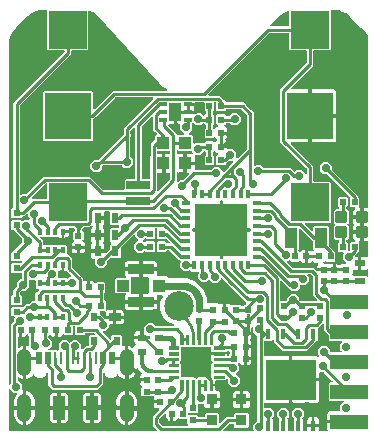
<source format=gbr>
G04 EAGLE Gerber RS-274X export*
G75*
%MOMM*%
%FSLAX34Y34*%
%LPD*%
%INTop Copper*%
%IPPOS*%
%AMOC8*
5,1,8,0,0,1.08239X$1,22.5*%
G01*
%ADD10R,0.600000X0.500000*%
%ADD11R,0.600000X0.900000*%
%ADD12R,0.900000X0.600000*%
%ADD13R,0.500000X0.600000*%
%ADD14R,1.000000X1.800000*%
%ADD15R,0.800000X0.350000*%
%ADD16R,0.350000X0.800000*%
%ADD17R,4.400000X4.400000*%
%ADD18R,1.016000X0.711200*%
%ADD19R,0.609600X0.685800*%
%ADD20C,0.067500*%
%ADD21R,2.500000X2.500000*%
%ADD22R,2.200000X0.850000*%
%ADD23R,1.050000X1.000000*%
%ADD24R,0.800000X0.600000*%
%ADD25R,0.450000X0.950000*%
%ADD26R,4.350000X3.450000*%
%ADD27C,0.300000*%
%ADD28R,0.520000X1.000000*%
%ADD29R,0.270000X1.000000*%
%ADD30R,1.000000X2.000000*%
%ADD31C,1.158000*%
%ADD32C,1.200000*%
%ADD33R,0.450000X0.600000*%
%ADD34R,3.175000X1.270000*%
%ADD35R,0.890000X0.940000*%
%ADD36C,2.500000*%
%ADD37R,1.080000X1.050000*%
%ADD38R,0.660000X0.320000*%
%ADD39R,1.000000X1.600000*%
%ADD40R,2.000000X0.650000*%
%ADD41R,3.960000X3.960000*%
%ADD42R,3.180000X3.180000*%
%ADD43C,0.254000*%
%ADD44C,0.711200*%
%ADD45C,0.304800*%
%ADD46C,0.381000*%
%ADD47C,0.609600*%

G36*
X308018Y134836D02*
X308018Y134836D01*
X308070Y134837D01*
X308138Y134862D01*
X308208Y134877D01*
X308253Y134904D01*
X308301Y134921D01*
X308357Y134966D01*
X308419Y135003D01*
X308453Y135043D01*
X308493Y135075D01*
X308532Y135135D01*
X308579Y135190D01*
X308598Y135238D01*
X308626Y135282D01*
X308644Y135352D01*
X308671Y135418D01*
X308679Y135489D01*
X308687Y135521D01*
X308685Y135544D01*
X308689Y135585D01*
X308689Y140580D01*
X308674Y140674D01*
X308665Y140769D01*
X308654Y140795D01*
X308650Y140823D01*
X308605Y140907D01*
X308567Y140995D01*
X308548Y141016D01*
X308534Y141040D01*
X308465Y141106D01*
X308401Y141177D01*
X308377Y141190D01*
X308356Y141210D01*
X308270Y141250D01*
X308186Y141296D01*
X308159Y141302D01*
X308133Y141313D01*
X308038Y141324D01*
X307945Y141341D01*
X307917Y141337D01*
X307889Y141341D01*
X307795Y141320D01*
X307701Y141307D01*
X307669Y141293D01*
X307648Y141288D01*
X307620Y141271D01*
X307547Y141240D01*
X306981Y140912D01*
X306334Y140739D01*
X302999Y140739D01*
X302999Y145542D01*
X302996Y145561D01*
X302998Y145581D01*
X302976Y145682D01*
X302960Y145785D01*
X302950Y145802D01*
X302946Y145822D01*
X302893Y145911D01*
X302844Y146002D01*
X302830Y146016D01*
X302820Y146033D01*
X302741Y146100D01*
X302666Y146171D01*
X302648Y146180D01*
X302633Y146193D01*
X302537Y146231D01*
X302443Y146275D01*
X302423Y146277D01*
X302405Y146284D01*
X302481Y146297D01*
X302498Y146306D01*
X302518Y146310D01*
X302607Y146363D01*
X302698Y146412D01*
X302712Y146426D01*
X302729Y146436D01*
X302796Y146515D01*
X302868Y146590D01*
X302876Y146608D01*
X302889Y146623D01*
X302928Y146720D01*
X302971Y146813D01*
X302973Y146833D01*
X302981Y146851D01*
X302999Y147018D01*
X302999Y151821D01*
X306334Y151821D01*
X306981Y151648D01*
X307547Y151320D01*
X307637Y151287D01*
X307723Y151247D01*
X307751Y151243D01*
X307777Y151233D01*
X307873Y151230D01*
X307967Y151219D01*
X307995Y151225D01*
X308023Y151224D01*
X308115Y151251D01*
X308208Y151272D01*
X308232Y151286D01*
X308259Y151294D01*
X308337Y151349D01*
X308419Y151398D01*
X308437Y151419D01*
X308460Y151436D01*
X308517Y151512D01*
X308579Y151585D01*
X308589Y151611D01*
X308606Y151634D01*
X308635Y151724D01*
X308671Y151813D01*
X308675Y151848D01*
X308681Y151868D01*
X308681Y151901D01*
X308689Y151980D01*
X308689Y164469D01*
X308670Y164585D01*
X308652Y164704D01*
X308650Y164708D01*
X308650Y164712D01*
X308594Y164816D01*
X308539Y164923D01*
X308536Y164926D01*
X308534Y164929D01*
X308449Y165011D01*
X308363Y165094D01*
X308359Y165096D01*
X308356Y165099D01*
X308249Y165149D01*
X308141Y165200D01*
X308137Y165201D01*
X308133Y165202D01*
X308015Y165216D01*
X307897Y165230D01*
X307892Y165229D01*
X307889Y165229D01*
X307875Y165227D01*
X307731Y165205D01*
X307562Y165159D01*
X305053Y165159D01*
X305053Y171938D01*
X305050Y171958D01*
X305052Y171977D01*
X305030Y172079D01*
X305013Y172181D01*
X305004Y172198D01*
X305000Y172218D01*
X304947Y172307D01*
X304898Y172398D01*
X304884Y172412D01*
X304874Y172429D01*
X304795Y172496D01*
X304720Y172567D01*
X304702Y172576D01*
X304687Y172589D01*
X304591Y172628D01*
X304497Y172671D01*
X304477Y172673D01*
X304459Y172681D01*
X304292Y172699D01*
X303529Y172699D01*
X303529Y172701D01*
X304292Y172701D01*
X304312Y172704D01*
X304331Y172702D01*
X304433Y172724D01*
X304535Y172741D01*
X304552Y172750D01*
X304572Y172754D01*
X304661Y172807D01*
X304752Y172856D01*
X304766Y172870D01*
X304783Y172880D01*
X304850Y172959D01*
X304921Y173034D01*
X304930Y173052D01*
X304943Y173067D01*
X304982Y173163D01*
X305025Y173257D01*
X305027Y173277D01*
X305035Y173295D01*
X305053Y173462D01*
X305053Y184638D01*
X305050Y184658D01*
X305052Y184677D01*
X305030Y184779D01*
X305013Y184881D01*
X305004Y184898D01*
X305000Y184918D01*
X304947Y185007D01*
X304898Y185098D01*
X304884Y185112D01*
X304874Y185129D01*
X304795Y185196D01*
X304720Y185267D01*
X304702Y185276D01*
X304687Y185289D01*
X304591Y185328D01*
X304497Y185371D01*
X304477Y185373D01*
X304459Y185381D01*
X304292Y185399D01*
X303529Y185399D01*
X303529Y185401D01*
X304292Y185401D01*
X304312Y185404D01*
X304331Y185402D01*
X304433Y185424D01*
X304535Y185441D01*
X304552Y185450D01*
X304572Y185454D01*
X304661Y185507D01*
X304752Y185556D01*
X304766Y185570D01*
X304783Y185580D01*
X304850Y185659D01*
X304921Y185734D01*
X304930Y185752D01*
X304943Y185767D01*
X304982Y185863D01*
X305025Y185957D01*
X305027Y185977D01*
X305035Y185995D01*
X305053Y186162D01*
X305053Y192941D01*
X307562Y192941D01*
X307731Y192895D01*
X307849Y192884D01*
X307967Y192871D01*
X307972Y192871D01*
X307976Y192871D01*
X308091Y192897D01*
X308208Y192923D01*
X308211Y192925D01*
X308215Y192926D01*
X308318Y192988D01*
X308419Y193049D01*
X308422Y193052D01*
X308425Y193054D01*
X308501Y193145D01*
X308579Y193236D01*
X308580Y193240D01*
X308583Y193243D01*
X308626Y193353D01*
X308671Y193464D01*
X308671Y193469D01*
X308673Y193472D01*
X308673Y193486D01*
X308689Y193631D01*
X308689Y335745D01*
X308688Y335753D01*
X308688Y335755D01*
X308685Y335768D01*
X308684Y335776D01*
X308678Y335873D01*
X308299Y338099D01*
X308290Y338126D01*
X308288Y338154D01*
X308244Y338273D01*
X308243Y338279D01*
X308240Y338284D01*
X308230Y338311D01*
X306161Y342454D01*
X306144Y342477D01*
X306134Y342503D01*
X306033Y342637D01*
X304717Y344028D01*
X304710Y344033D01*
X304702Y344043D01*
X304297Y344448D01*
X304281Y344460D01*
X304258Y344485D01*
X303170Y345429D01*
X303154Y345466D01*
X303140Y345524D01*
X303106Y345579D01*
X303081Y345638D01*
X303028Y345705D01*
X303010Y345733D01*
X302996Y345745D01*
X302976Y345769D01*
X293664Y355081D01*
X293664Y355082D01*
X293195Y355550D01*
X292324Y356421D01*
X292303Y356436D01*
X292269Y356471D01*
X290260Y358120D01*
X290236Y358134D01*
X290216Y358154D01*
X290069Y358234D01*
X285290Y360214D01*
X285262Y360220D01*
X285237Y360233D01*
X285073Y360268D01*
X282487Y360523D01*
X282460Y360521D01*
X282412Y360527D01*
X277686Y360527D01*
X277666Y360523D01*
X277647Y360526D01*
X277545Y360504D01*
X277443Y360487D01*
X277426Y360478D01*
X277406Y360473D01*
X277317Y360420D01*
X277226Y360372D01*
X277212Y360357D01*
X277195Y360347D01*
X277128Y360268D01*
X277056Y360193D01*
X277048Y360175D01*
X277035Y360160D01*
X276996Y360064D01*
X276953Y359970D01*
X276951Y359951D01*
X276943Y359932D01*
X276925Y359765D01*
X276925Y327468D01*
X276032Y326575D01*
X263056Y326575D01*
X263036Y326572D01*
X263017Y326574D01*
X262915Y326552D01*
X262813Y326536D01*
X262796Y326526D01*
X262776Y326522D01*
X262687Y326469D01*
X262596Y326420D01*
X262582Y326406D01*
X262565Y326396D01*
X262498Y326317D01*
X262426Y326242D01*
X262418Y326224D01*
X262405Y326209D01*
X262366Y326113D01*
X262323Y326019D01*
X262321Y325999D01*
X262313Y325981D01*
X262295Y325814D01*
X262295Y313394D01*
X243541Y294640D01*
X243499Y294582D01*
X243450Y294530D01*
X243428Y294483D01*
X243398Y294441D01*
X243377Y294372D01*
X243346Y294307D01*
X243341Y294255D01*
X243325Y294205D01*
X243327Y294134D01*
X243319Y294063D01*
X243330Y294012D01*
X243332Y293960D01*
X243356Y293892D01*
X243372Y293822D01*
X243398Y293777D01*
X243416Y293729D01*
X243461Y293673D01*
X243498Y293611D01*
X243537Y293577D01*
X243570Y293537D01*
X243630Y293498D01*
X243685Y293451D01*
X243733Y293432D01*
X243777Y293404D01*
X243846Y293386D01*
X243913Y293359D01*
X243984Y293351D01*
X244015Y293343D01*
X244039Y293345D01*
X244080Y293341D01*
X257977Y293341D01*
X257977Y271762D01*
X257979Y271746D01*
X257978Y271731D01*
X257978Y271728D01*
X257978Y271723D01*
X258000Y271621D01*
X258017Y271519D01*
X258026Y271502D01*
X258030Y271482D01*
X258083Y271393D01*
X258132Y271302D01*
X258146Y271288D01*
X258156Y271271D01*
X258235Y271204D01*
X258310Y271133D01*
X258328Y271124D01*
X258343Y271111D01*
X258439Y271072D01*
X258533Y271029D01*
X258553Y271027D01*
X258571Y271019D01*
X258738Y271001D01*
X259501Y271001D01*
X259501Y270999D01*
X258738Y270999D01*
X258718Y270996D01*
X258699Y270998D01*
X258597Y270976D01*
X258495Y270959D01*
X258478Y270950D01*
X258458Y270946D01*
X258369Y270893D01*
X258278Y270844D01*
X258264Y270830D01*
X258247Y270820D01*
X258180Y270741D01*
X258109Y270666D01*
X258100Y270648D01*
X258087Y270633D01*
X258048Y270537D01*
X258005Y270443D01*
X258003Y270423D01*
X257995Y270405D01*
X257977Y270238D01*
X257977Y248659D01*
X244080Y248659D01*
X244009Y248648D01*
X243937Y248646D01*
X243888Y248628D01*
X243837Y248620D01*
X243774Y248586D01*
X243706Y248561D01*
X243665Y248529D01*
X243619Y248504D01*
X243570Y248453D01*
X243514Y248408D01*
X243486Y248364D01*
X243450Y248326D01*
X243420Y248261D01*
X243381Y248201D01*
X243368Y248150D01*
X243346Y248103D01*
X243339Y248032D01*
X243321Y247962D01*
X243325Y247910D01*
X243319Y247859D01*
X243335Y247788D01*
X243340Y247717D01*
X243361Y247669D01*
X243372Y247618D01*
X243408Y247557D01*
X243437Y247491D01*
X243481Y247435D01*
X243498Y247407D01*
X243516Y247392D01*
X243541Y247360D01*
X262295Y228606D01*
X262295Y216186D01*
X262297Y216172D01*
X262296Y216160D01*
X262297Y216155D01*
X262296Y216147D01*
X262318Y216045D01*
X262334Y215943D01*
X262344Y215926D01*
X262348Y215906D01*
X262401Y215817D01*
X262450Y215726D01*
X262464Y215712D01*
X262474Y215695D01*
X262553Y215628D01*
X262628Y215556D01*
X262646Y215548D01*
X262661Y215535D01*
X262757Y215496D01*
X262851Y215453D01*
X262871Y215451D01*
X262889Y215443D01*
X263056Y215425D01*
X276032Y215425D01*
X276925Y214532D01*
X276925Y181468D01*
X276032Y180575D01*
X255660Y180575D01*
X255589Y180564D01*
X255517Y180562D01*
X255468Y180544D01*
X255417Y180536D01*
X255354Y180502D01*
X255286Y180477D01*
X255246Y180445D01*
X255200Y180420D01*
X255150Y180369D01*
X255094Y180324D01*
X255066Y180280D01*
X255030Y180242D01*
X255000Y180177D01*
X254961Y180117D01*
X254949Y180066D01*
X254927Y180019D01*
X254919Y179948D01*
X254901Y179878D01*
X254905Y179826D01*
X254900Y179775D01*
X254915Y179704D01*
X254920Y179633D01*
X254941Y179585D01*
X254952Y179534D01*
X254989Y179473D01*
X255017Y179407D01*
X255062Y179351D01*
X255078Y179323D01*
X255096Y179308D01*
X255122Y179276D01*
X260938Y173459D01*
X260996Y173417D01*
X261048Y173368D01*
X261096Y173346D01*
X261138Y173316D01*
X261206Y173295D01*
X261271Y173264D01*
X261323Y173259D01*
X261373Y173243D01*
X261445Y173245D01*
X261516Y173237D01*
X261567Y173248D01*
X261619Y173250D01*
X261686Y173274D01*
X261756Y173289D01*
X261801Y173316D01*
X261850Y173334D01*
X261906Y173379D01*
X261967Y173416D01*
X262001Y173455D01*
X262042Y173488D01*
X262081Y173548D01*
X262127Y173603D01*
X262147Y173651D01*
X262175Y173695D01*
X262192Y173764D01*
X262219Y173831D01*
X262227Y173902D01*
X262235Y173933D01*
X262233Y173956D01*
X262238Y173997D01*
X262238Y177068D01*
X263131Y177961D01*
X274394Y177961D01*
X275287Y177068D01*
X275287Y161730D01*
X275302Y161640D01*
X275309Y161549D01*
X275322Y161519D01*
X275327Y161487D01*
X275370Y161406D01*
X275405Y161322D01*
X275431Y161290D01*
X275442Y161270D01*
X275465Y161247D01*
X275510Y161191D01*
X279821Y156881D01*
X279835Y156871D01*
X280941Y155765D01*
X280941Y148502D01*
X280047Y147609D01*
X273784Y147609D01*
X273018Y148375D01*
X272922Y148444D01*
X272826Y148515D01*
X272822Y148516D01*
X272818Y148518D01*
X272706Y148553D01*
X272592Y148590D01*
X272587Y148589D01*
X272583Y148591D01*
X272465Y148588D01*
X272346Y148586D01*
X272342Y148584D01*
X272337Y148584D01*
X272225Y148543D01*
X272114Y148504D01*
X272110Y148501D01*
X272106Y148500D01*
X272013Y148425D01*
X271920Y148352D01*
X271917Y148348D01*
X271914Y148346D01*
X271907Y148334D01*
X271821Y148217D01*
X271449Y147573D01*
X271036Y147160D01*
X270994Y147102D01*
X270945Y147050D01*
X270923Y147003D01*
X270892Y146961D01*
X270871Y146892D01*
X270841Y146827D01*
X270835Y146775D01*
X270820Y146725D01*
X270822Y146654D01*
X270814Y146583D01*
X270825Y146532D01*
X270826Y146480D01*
X270851Y146412D01*
X270866Y146342D01*
X270893Y146297D01*
X270911Y146249D01*
X270956Y146193D01*
X270992Y146131D01*
X271032Y146097D01*
X271064Y146057D01*
X271125Y146018D01*
X271179Y145971D01*
X271228Y145952D01*
X271271Y145924D01*
X271341Y145906D01*
X271407Y145879D01*
X271479Y145871D01*
X271510Y145863D01*
X271533Y145865D01*
X271574Y145861D01*
X274314Y145861D01*
X274961Y145688D01*
X275179Y145561D01*
X275243Y145537D01*
X275302Y145505D01*
X275357Y145494D01*
X275409Y145474D01*
X275477Y145472D01*
X275543Y145460D01*
X275599Y145467D01*
X275655Y145465D01*
X275720Y145484D01*
X275787Y145494D01*
X275860Y145526D01*
X275891Y145535D01*
X275908Y145547D01*
X275941Y145561D01*
X276159Y145688D01*
X276806Y145861D01*
X278891Y145861D01*
X278891Y142069D01*
X271468Y142069D01*
X271449Y142066D01*
X271429Y142068D01*
X271327Y142046D01*
X271225Y142030D01*
X271208Y142020D01*
X271188Y142016D01*
X271099Y141963D01*
X271008Y141914D01*
X270994Y141900D01*
X270977Y141890D01*
X270974Y141886D01*
X270920Y141938D01*
X270902Y141946D01*
X270887Y141959D01*
X270790Y141998D01*
X270697Y142041D01*
X270677Y142043D01*
X270659Y142051D01*
X270492Y142069D01*
X265439Y142069D01*
X265439Y143654D01*
X265612Y144301D01*
X265947Y144880D01*
X266360Y145293D01*
X266402Y145351D01*
X266451Y145403D01*
X266473Y145451D01*
X266504Y145493D01*
X266525Y145561D01*
X266555Y145626D01*
X266561Y145678D01*
X266576Y145728D01*
X266574Y145800D01*
X266582Y145871D01*
X266571Y145922D01*
X266570Y145974D01*
X266545Y146041D01*
X266530Y146111D01*
X266503Y146156D01*
X266485Y146205D01*
X266440Y146261D01*
X266403Y146322D01*
X266364Y146356D01*
X266331Y146397D01*
X266271Y146436D01*
X266217Y146482D01*
X266168Y146502D01*
X266124Y146530D01*
X266055Y146547D01*
X265988Y146574D01*
X265917Y146582D01*
X265886Y146590D01*
X265863Y146588D01*
X265822Y146593D01*
X264081Y146593D01*
X263435Y146766D01*
X262856Y147100D01*
X262383Y147573D01*
X262344Y147641D01*
X262283Y147715D01*
X262228Y147793D01*
X262206Y147810D01*
X262188Y147832D01*
X262107Y147882D01*
X262030Y147939D01*
X262003Y147947D01*
X261980Y147962D01*
X261887Y147985D01*
X261796Y148014D01*
X261768Y148013D01*
X261740Y148020D01*
X261645Y148011D01*
X261550Y148010D01*
X261523Y148001D01*
X261495Y147998D01*
X261408Y147960D01*
X261318Y147928D01*
X261296Y147911D01*
X261270Y147899D01*
X261199Y147835D01*
X261124Y147776D01*
X261103Y147748D01*
X261088Y147734D01*
X261072Y147705D01*
X261025Y147641D01*
X261009Y147613D01*
X260536Y147140D01*
X259957Y146806D01*
X259310Y146633D01*
X257725Y146633D01*
X257725Y150924D01*
X262047Y150924D01*
X262073Y150912D01*
X262093Y150910D01*
X262111Y150903D01*
X262278Y150884D01*
X266428Y150884D01*
X266447Y150887D01*
X266467Y150885D01*
X266568Y150907D01*
X266670Y150924D01*
X266688Y150933D01*
X266707Y150937D01*
X266797Y150991D01*
X266888Y151039D01*
X266901Y151053D01*
X266919Y151064D01*
X266986Y151142D01*
X267057Y151217D01*
X267066Y151235D01*
X267079Y151250D01*
X267117Y151347D01*
X267161Y151440D01*
X267163Y151460D01*
X267170Y151479D01*
X267189Y151645D01*
X267189Y152621D01*
X267186Y152641D01*
X267188Y152661D01*
X267166Y152762D01*
X267149Y152864D01*
X267140Y152882D01*
X267136Y152901D01*
X267082Y152990D01*
X267034Y153082D01*
X267020Y153095D01*
X267009Y153112D01*
X266931Y153180D01*
X266856Y153251D01*
X266838Y153259D01*
X266823Y153272D01*
X266726Y153311D01*
X266633Y153355D01*
X266613Y153357D01*
X266594Y153364D01*
X266428Y153383D01*
X261344Y153383D01*
X261319Y153395D01*
X261299Y153397D01*
X261281Y153404D01*
X261114Y153423D01*
X257725Y153423D01*
X257725Y157714D01*
X259310Y157714D01*
X259957Y157541D01*
X260536Y157206D01*
X261009Y156733D01*
X261048Y156666D01*
X261108Y156592D01*
X261163Y156514D01*
X261186Y156497D01*
X261204Y156475D01*
X261285Y156424D01*
X261362Y156368D01*
X261388Y156359D01*
X261412Y156344D01*
X261505Y156322D01*
X261596Y156293D01*
X261624Y156294D01*
X261651Y156287D01*
X261746Y156295D01*
X261842Y156297D01*
X261868Y156306D01*
X261896Y156309D01*
X261984Y156347D01*
X262074Y156379D01*
X262096Y156396D01*
X262122Y156407D01*
X262192Y156472D01*
X262267Y156530D01*
X262288Y156559D01*
X262304Y156573D01*
X262320Y156602D01*
X262367Y156666D01*
X262433Y156780D01*
X262436Y156789D01*
X262471Y156837D01*
X262477Y156857D01*
X262488Y156874D01*
X262513Y156974D01*
X262544Y157072D01*
X262543Y157093D01*
X262548Y157112D01*
X262540Y157215D01*
X262537Y157318D01*
X262530Y157337D01*
X262529Y157358D01*
X262489Y157452D01*
X262453Y157549D01*
X262441Y157565D01*
X262433Y157584D01*
X262328Y157715D01*
X262238Y157805D01*
X262238Y163940D01*
X262223Y164030D01*
X262216Y164121D01*
X262203Y164150D01*
X262198Y164182D01*
X262155Y164263D01*
X262120Y164347D01*
X262094Y164379D01*
X262083Y164400D01*
X262060Y164422D01*
X262015Y164478D01*
X251587Y174906D01*
X251529Y174948D01*
X251476Y174997D01*
X251429Y175019D01*
X251387Y175049D01*
X251319Y175071D01*
X251253Y175101D01*
X251202Y175107D01*
X251152Y175122D01*
X251080Y175120D01*
X251009Y175128D01*
X250958Y175117D01*
X250906Y175115D01*
X250839Y175091D01*
X250769Y175076D01*
X250724Y175049D01*
X250675Y175031D01*
X250619Y174986D01*
X250557Y174949D01*
X250524Y174910D01*
X250483Y174877D01*
X250444Y174817D01*
X250398Y174763D01*
X250378Y174714D01*
X250350Y174670D01*
X250332Y174601D01*
X250306Y174534D01*
X250298Y174463D01*
X250290Y174432D01*
X250292Y174409D01*
X250287Y174368D01*
X250287Y157805D01*
X249932Y157450D01*
X249920Y157434D01*
X249905Y157421D01*
X249849Y157334D01*
X249789Y157250D01*
X249783Y157231D01*
X249772Y157214D01*
X249747Y157114D01*
X249716Y157015D01*
X249717Y156995D01*
X249712Y156976D01*
X249720Y156873D01*
X249723Y156769D01*
X249729Y156751D01*
X249731Y156731D01*
X249771Y156636D01*
X249807Y156538D01*
X249819Y156523D01*
X249827Y156504D01*
X249932Y156373D01*
X250374Y155932D01*
X250471Y155862D01*
X250566Y155792D01*
X250570Y155791D01*
X250573Y155788D01*
X250687Y155754D01*
X250800Y155717D01*
X250804Y155717D01*
X250808Y155716D01*
X250927Y155719D01*
X251046Y155721D01*
X251050Y155722D01*
X251054Y155722D01*
X251166Y155763D01*
X251278Y155803D01*
X251281Y155805D01*
X251285Y155807D01*
X251378Y155881D01*
X251472Y155955D01*
X251475Y155959D01*
X251477Y155961D01*
X251485Y155972D01*
X251571Y156090D01*
X251943Y156733D01*
X252416Y157206D01*
X252995Y157541D01*
X253641Y157714D01*
X255227Y157714D01*
X255227Y152662D01*
X255230Y152642D01*
X255228Y152622D01*
X255250Y152521D01*
X255266Y152419D01*
X255276Y152401D01*
X255280Y152382D01*
X255333Y152293D01*
X255381Y152201D01*
X255396Y152188D01*
X255406Y152171D01*
X255410Y152167D01*
X255358Y152113D01*
X255350Y152095D01*
X255337Y152080D01*
X255298Y151984D01*
X255255Y151890D01*
X255253Y151870D01*
X255245Y151852D01*
X255227Y151685D01*
X255227Y146633D01*
X253641Y146633D01*
X252995Y146806D01*
X252416Y147140D01*
X251943Y147613D01*
X251571Y148257D01*
X251496Y148349D01*
X251422Y148442D01*
X251418Y148444D01*
X251415Y148447D01*
X251315Y148510D01*
X251215Y148575D01*
X251210Y148576D01*
X251207Y148578D01*
X251092Y148606D01*
X250976Y148635D01*
X250972Y148635D01*
X250968Y148636D01*
X250849Y148625D01*
X250731Y148616D01*
X250727Y148614D01*
X250723Y148614D01*
X250613Y148566D01*
X250505Y148520D01*
X250501Y148517D01*
X250498Y148515D01*
X250487Y148506D01*
X250374Y148415D01*
X249607Y147649D01*
X243344Y147649D01*
X242382Y148611D01*
X242365Y148623D01*
X242353Y148638D01*
X242266Y148694D01*
X242182Y148755D01*
X242163Y148761D01*
X242146Y148771D01*
X242046Y148797D01*
X241947Y148827D01*
X241927Y148827D01*
X241908Y148832D01*
X241805Y148824D01*
X241701Y148821D01*
X241682Y148814D01*
X241662Y148812D01*
X241567Y148772D01*
X241470Y148736D01*
X241454Y148724D01*
X241436Y148716D01*
X241305Y148611D01*
X240970Y148276D01*
X240716Y148276D01*
X240645Y148264D01*
X240573Y148262D01*
X240524Y148244D01*
X240473Y148236D01*
X240410Y148203D01*
X240342Y148178D01*
X240302Y148145D01*
X240256Y148121D01*
X240206Y148069D01*
X240150Y148024D01*
X240122Y147980D01*
X240086Y147943D01*
X240056Y147878D01*
X240017Y147817D01*
X240004Y147767D01*
X239983Y147720D01*
X239975Y147648D01*
X239957Y147579D01*
X239961Y147527D01*
X239955Y147475D01*
X239971Y147405D01*
X239976Y147334D01*
X239997Y147286D01*
X240008Y147235D01*
X240045Y147173D01*
X240073Y147107D01*
X240117Y147051D01*
X240134Y147024D01*
X240152Y147008D01*
X240177Y146976D01*
X244374Y142780D01*
X244448Y142727D01*
X244517Y142667D01*
X244547Y142655D01*
X244574Y142636D01*
X244661Y142609D01*
X244746Y142575D01*
X244786Y142571D01*
X244809Y142564D01*
X244841Y142565D01*
X244912Y142557D01*
X262250Y142557D01*
X265013Y139794D01*
X265087Y139741D01*
X265156Y139681D01*
X265186Y139669D01*
X265213Y139650D01*
X265299Y139623D01*
X265384Y139589D01*
X265425Y139585D01*
X265448Y139578D01*
X265480Y139579D01*
X265551Y139571D01*
X270492Y139571D01*
X270511Y139574D01*
X270531Y139572D01*
X270633Y139594D01*
X270735Y139610D01*
X270752Y139620D01*
X270772Y139624D01*
X270861Y139677D01*
X270952Y139726D01*
X270966Y139740D01*
X270983Y139750D01*
X270986Y139754D01*
X271040Y139702D01*
X271058Y139694D01*
X271073Y139681D01*
X271170Y139642D01*
X271263Y139599D01*
X271283Y139597D01*
X271301Y139589D01*
X271468Y139571D01*
X279652Y139571D01*
X279671Y139574D01*
X279691Y139572D01*
X279793Y139594D01*
X279895Y139610D01*
X279912Y139620D01*
X279932Y139624D01*
X280021Y139677D01*
X280112Y139726D01*
X280126Y139740D01*
X280143Y139750D01*
X280146Y139754D01*
X280200Y139702D01*
X280218Y139694D01*
X280233Y139681D01*
X280330Y139642D01*
X280423Y139599D01*
X280443Y139597D01*
X280461Y139589D01*
X280628Y139571D01*
X289812Y139571D01*
X289831Y139574D01*
X289851Y139572D01*
X289953Y139594D01*
X290055Y139610D01*
X290072Y139620D01*
X290092Y139624D01*
X290181Y139677D01*
X290272Y139726D01*
X290286Y139740D01*
X290303Y139750D01*
X290370Y139829D01*
X290441Y139904D01*
X290450Y139922D01*
X290463Y139937D01*
X290501Y140033D01*
X290545Y140127D01*
X290547Y140147D01*
X290555Y140165D01*
X290573Y140332D01*
X290573Y141308D01*
X290570Y141328D01*
X290572Y141347D01*
X290550Y141449D01*
X290533Y141551D01*
X290524Y141568D01*
X290520Y141588D01*
X290467Y141677D01*
X290418Y141768D01*
X290404Y141782D01*
X290394Y141799D01*
X290315Y141866D01*
X290240Y141938D01*
X290222Y141946D01*
X290207Y141959D01*
X290110Y141998D01*
X290017Y142041D01*
X289997Y142043D01*
X289979Y142051D01*
X289812Y142069D01*
X281389Y142069D01*
X281389Y145861D01*
X283474Y145861D01*
X284121Y145688D01*
X284706Y145350D01*
X284711Y145344D01*
X284798Y145288D01*
X284881Y145228D01*
X284901Y145222D01*
X284917Y145211D01*
X285018Y145186D01*
X285117Y145156D01*
X285137Y145156D01*
X285156Y145151D01*
X285259Y145159D01*
X285362Y145162D01*
X285381Y145169D01*
X285401Y145170D01*
X285496Y145211D01*
X285593Y145246D01*
X285609Y145259D01*
X285628Y145267D01*
X285724Y145344D01*
X286319Y145688D01*
X286966Y145861D01*
X289210Y145861D01*
X289281Y145872D01*
X289353Y145874D01*
X289402Y145892D01*
X289453Y145900D01*
X289516Y145934D01*
X289584Y145959D01*
X289624Y145991D01*
X289670Y146016D01*
X289720Y146068D01*
X289776Y146112D01*
X289804Y146156D01*
X289840Y146194D01*
X289870Y146259D01*
X289909Y146319D01*
X289921Y146370D01*
X289943Y146417D01*
X289951Y146488D01*
X289969Y146558D01*
X289965Y146610D01*
X289971Y146661D01*
X289955Y146732D01*
X289950Y146803D01*
X289929Y146851D01*
X289918Y146902D01*
X289881Y146963D01*
X289853Y147029D01*
X289809Y147085D01*
X289792Y147113D01*
X289774Y147128D01*
X289749Y147160D01*
X287368Y149540D01*
X287368Y153749D01*
X287795Y154176D01*
X287837Y154234D01*
X287886Y154286D01*
X287908Y154333D01*
X287938Y154375D01*
X287959Y154444D01*
X287990Y154509D01*
X287995Y154561D01*
X288011Y154611D01*
X288009Y154682D01*
X288017Y154753D01*
X288006Y154804D01*
X288004Y154856D01*
X287980Y154924D01*
X287964Y154994D01*
X287938Y155039D01*
X287920Y155087D01*
X287875Y155143D01*
X287838Y155205D01*
X287799Y155239D01*
X287766Y155279D01*
X287706Y155318D01*
X287651Y155365D01*
X287603Y155384D01*
X287559Y155412D01*
X287490Y155430D01*
X287423Y155457D01*
X287352Y155465D01*
X287321Y155473D01*
X287297Y155471D01*
X287256Y155475D01*
X284088Y155475D01*
X283195Y156368D01*
X283195Y163632D01*
X284202Y164639D01*
X284255Y164713D01*
X284315Y164782D01*
X284327Y164812D01*
X284346Y164838D01*
X284373Y164925D01*
X284407Y165010D01*
X284411Y165051D01*
X284418Y165073D01*
X284417Y165106D01*
X284425Y165177D01*
X284425Y165414D01*
X284422Y165434D01*
X284424Y165453D01*
X284402Y165555D01*
X284386Y165657D01*
X284376Y165674D01*
X284372Y165694D01*
X284319Y165783D01*
X284270Y165874D01*
X284256Y165888D01*
X284246Y165905D01*
X284167Y165972D01*
X284092Y166044D01*
X284074Y166052D01*
X284059Y166065D01*
X283963Y166104D01*
X283869Y166147D01*
X283849Y166149D01*
X283831Y166157D01*
X283664Y166175D01*
X281237Y166175D01*
X279465Y167947D01*
X279465Y177453D01*
X280524Y178512D01*
X280536Y178528D01*
X280551Y178540D01*
X280607Y178628D01*
X280668Y178711D01*
X280673Y178730D01*
X280684Y178747D01*
X280710Y178848D01*
X280740Y178947D01*
X280739Y178966D01*
X280744Y178986D01*
X280736Y179089D01*
X280734Y179192D01*
X280727Y179211D01*
X280725Y179231D01*
X280685Y179326D01*
X280649Y179423D01*
X280637Y179439D01*
X280629Y179457D01*
X280524Y179588D01*
X279465Y180647D01*
X279465Y190153D01*
X281237Y191925D01*
X283664Y191925D01*
X283684Y191928D01*
X283703Y191926D01*
X283805Y191948D01*
X283907Y191964D01*
X283924Y191974D01*
X283944Y191978D01*
X284033Y192031D01*
X284124Y192080D01*
X284138Y192094D01*
X284155Y192104D01*
X284222Y192183D01*
X284294Y192258D01*
X284302Y192276D01*
X284315Y192291D01*
X284354Y192387D01*
X284397Y192481D01*
X284399Y192501D01*
X284407Y192519D01*
X284425Y192686D01*
X284425Y192923D01*
X284411Y193013D01*
X284403Y193104D01*
X284391Y193134D01*
X284386Y193166D01*
X284343Y193247D01*
X284307Y193330D01*
X284281Y193363D01*
X284270Y193383D01*
X284247Y193405D01*
X284202Y193461D01*
X283195Y194468D01*
X283195Y201732D01*
X284088Y202625D01*
X290352Y202625D01*
X291245Y201732D01*
X291245Y194468D01*
X290238Y193461D01*
X290185Y193387D01*
X290125Y193318D01*
X290113Y193288D01*
X290094Y193262D01*
X290067Y193175D01*
X290033Y193090D01*
X290029Y193049D01*
X290022Y193027D01*
X290023Y192994D01*
X290015Y192923D01*
X290015Y192686D01*
X290018Y192666D01*
X290016Y192647D01*
X290038Y192545D01*
X290054Y192443D01*
X290064Y192426D01*
X290068Y192406D01*
X290121Y192317D01*
X290170Y192226D01*
X290184Y192212D01*
X290194Y192195D01*
X290273Y192128D01*
X290348Y192056D01*
X290366Y192048D01*
X290381Y192035D01*
X290477Y191996D01*
X290571Y191953D01*
X290591Y191951D01*
X290609Y191943D01*
X290739Y191929D01*
X292515Y190153D01*
X292515Y180647D01*
X291456Y179588D01*
X291444Y179572D01*
X291429Y179560D01*
X291373Y179472D01*
X291312Y179389D01*
X291307Y179370D01*
X291296Y179353D01*
X291270Y179252D01*
X291240Y179153D01*
X291241Y179134D01*
X291236Y179114D01*
X291244Y179011D01*
X291246Y178908D01*
X291253Y178889D01*
X291255Y178869D01*
X291295Y178774D01*
X291331Y178677D01*
X291343Y178661D01*
X291351Y178643D01*
X291456Y178512D01*
X292515Y177453D01*
X292515Y167947D01*
X290741Y166174D01*
X290737Y166174D01*
X290635Y166152D01*
X290533Y166136D01*
X290516Y166126D01*
X290496Y166122D01*
X290407Y166069D01*
X290316Y166020D01*
X290302Y166006D01*
X290285Y165996D01*
X290218Y165917D01*
X290146Y165842D01*
X290138Y165824D01*
X290125Y165809D01*
X290086Y165713D01*
X290043Y165619D01*
X290041Y165599D01*
X290033Y165581D01*
X290015Y165414D01*
X290015Y165177D01*
X290017Y165165D01*
X290016Y165156D01*
X290025Y165113D01*
X290029Y165087D01*
X290037Y164996D01*
X290049Y164966D01*
X290054Y164934D01*
X290097Y164853D01*
X290133Y164770D01*
X290159Y164737D01*
X290170Y164717D01*
X290193Y164695D01*
X290238Y164639D01*
X291245Y163632D01*
X291245Y157487D01*
X291248Y157467D01*
X291246Y157447D01*
X291268Y157346D01*
X291284Y157244D01*
X291294Y157227D01*
X291298Y157207D01*
X291351Y157118D01*
X291400Y157027D01*
X291414Y157013D01*
X291424Y156996D01*
X291503Y156929D01*
X291578Y156857D01*
X291596Y156849D01*
X291611Y156836D01*
X291707Y156797D01*
X291801Y156754D01*
X291821Y156752D01*
X291839Y156744D01*
X292006Y156726D01*
X292434Y156726D01*
X292454Y156729D01*
X292473Y156727D01*
X292575Y156749D01*
X292677Y156765D01*
X292694Y156775D01*
X292714Y156779D01*
X292803Y156832D01*
X292894Y156880D01*
X292908Y156895D01*
X292925Y156905D01*
X292992Y156984D01*
X293064Y157059D01*
X293072Y157077D01*
X293085Y157092D01*
X293124Y157188D01*
X293167Y157282D01*
X293169Y157302D01*
X293177Y157320D01*
X293195Y157487D01*
X293195Y163632D01*
X294088Y164525D01*
X297205Y164525D01*
X297253Y164532D01*
X297301Y164531D01*
X297373Y164552D01*
X297448Y164564D01*
X297491Y164587D01*
X297537Y164601D01*
X297599Y164644D01*
X297665Y164680D01*
X297699Y164714D01*
X297738Y164742D01*
X297783Y164803D01*
X297835Y164858D01*
X297855Y164901D01*
X297884Y164940D01*
X297907Y165012D01*
X297938Y165081D01*
X297944Y165129D01*
X297958Y165174D01*
X297957Y165250D01*
X297966Y165325D01*
X297955Y165372D01*
X297955Y165420D01*
X297929Y165492D01*
X297913Y165566D01*
X297889Y165607D01*
X297873Y165652D01*
X297826Y165712D01*
X297787Y165777D01*
X297751Y165808D01*
X297721Y165846D01*
X297617Y165922D01*
X297600Y165937D01*
X297594Y165939D01*
X297586Y165945D01*
X297549Y165967D01*
X296797Y166719D01*
X296265Y167640D01*
X295989Y168668D01*
X295989Y171177D01*
X302007Y171177D01*
X302007Y165159D01*
X301555Y165159D01*
X301484Y165148D01*
X301412Y165146D01*
X301363Y165128D01*
X301312Y165120D01*
X301249Y165086D01*
X301181Y165061D01*
X301141Y165029D01*
X301095Y165004D01*
X301045Y164953D01*
X300989Y164908D01*
X300961Y164864D01*
X300925Y164826D01*
X300895Y164761D01*
X300856Y164701D01*
X300844Y164650D01*
X300822Y164603D01*
X300814Y164532D01*
X300796Y164462D01*
X300800Y164410D01*
X300795Y164359D01*
X300810Y164288D01*
X300815Y164217D01*
X300836Y164169D01*
X300847Y164118D01*
X300884Y164057D01*
X300912Y163991D01*
X300957Y163935D01*
X300973Y163907D01*
X300991Y163892D01*
X301017Y163860D01*
X301245Y163632D01*
X301245Y156368D01*
X300313Y155437D01*
X300304Y155436D01*
X300224Y155393D01*
X300140Y155357D01*
X300108Y155331D01*
X300087Y155320D01*
X300065Y155297D01*
X300009Y155252D01*
X297877Y153120D01*
X297835Y153062D01*
X297786Y153010D01*
X297764Y152963D01*
X297733Y152921D01*
X297712Y152852D01*
X297682Y152787D01*
X297676Y152735D01*
X297661Y152685D01*
X297663Y152614D01*
X297655Y152543D01*
X297666Y152492D01*
X297667Y152440D01*
X297692Y152372D01*
X297707Y152302D01*
X297734Y152258D01*
X297752Y152209D01*
X297797Y152153D01*
X297833Y152091D01*
X297873Y152057D01*
X297905Y152017D01*
X297966Y151978D01*
X298020Y151931D01*
X298069Y151912D01*
X298112Y151884D01*
X298182Y151866D01*
X298248Y151839D01*
X298320Y151831D01*
X298351Y151823D01*
X298374Y151825D01*
X298415Y151821D01*
X300001Y151821D01*
X300001Y147018D01*
X300004Y146999D01*
X300002Y146979D01*
X300024Y146877D01*
X300040Y146775D01*
X300050Y146758D01*
X300054Y146738D01*
X300107Y146649D01*
X300156Y146558D01*
X300170Y146544D01*
X300180Y146527D01*
X300259Y146460D01*
X300334Y146389D01*
X300352Y146380D01*
X300367Y146367D01*
X300463Y146329D01*
X300557Y146285D01*
X300577Y146283D01*
X300595Y146276D01*
X300519Y146263D01*
X300502Y146254D01*
X300482Y146250D01*
X300393Y146197D01*
X300302Y146148D01*
X300288Y146134D01*
X300271Y146124D01*
X300204Y146045D01*
X300132Y145970D01*
X300124Y145952D01*
X300111Y145937D01*
X300072Y145840D01*
X300029Y145747D01*
X300027Y145727D01*
X300019Y145709D01*
X300001Y145542D01*
X300001Y140739D01*
X296602Y140739D01*
X296582Y140736D01*
X296563Y140738D01*
X296461Y140716D01*
X296359Y140700D01*
X296342Y140690D01*
X296322Y140686D01*
X296233Y140633D01*
X296142Y140584D01*
X296128Y140570D01*
X296111Y140560D01*
X296044Y140481D01*
X295972Y140406D01*
X295964Y140388D01*
X295951Y140373D01*
X295912Y140277D01*
X295869Y140183D01*
X295867Y140163D01*
X295859Y140145D01*
X295841Y139978D01*
X295841Y137986D01*
X295668Y137339D01*
X295441Y136947D01*
X295407Y136857D01*
X295367Y136771D01*
X295364Y136743D01*
X295354Y136717D01*
X295350Y136621D01*
X295340Y136527D01*
X295346Y136499D01*
X295345Y136471D01*
X295372Y136379D01*
X295392Y136286D01*
X295407Y136262D01*
X295415Y136235D01*
X295469Y136157D01*
X295518Y136075D01*
X295540Y136057D01*
X295556Y136034D01*
X295633Y135977D01*
X295705Y135915D01*
X295731Y135905D01*
X295754Y135888D01*
X295845Y135859D01*
X295933Y135823D01*
X295969Y135819D01*
X295988Y135813D01*
X296021Y135813D01*
X296100Y135805D01*
X306632Y135805D01*
X307390Y135047D01*
X307448Y135005D01*
X307500Y134955D01*
X307547Y134933D01*
X307589Y134903D01*
X307658Y134882D01*
X307723Y134852D01*
X307775Y134846D01*
X307825Y134831D01*
X307896Y134833D01*
X307967Y134825D01*
X308018Y134836D01*
G37*
G36*
X14842Y204143D02*
X14842Y204143D01*
X14913Y204148D01*
X14961Y204169D01*
X15012Y204180D01*
X15073Y204217D01*
X15139Y204245D01*
X15195Y204289D01*
X15223Y204306D01*
X15238Y204324D01*
X15270Y204349D01*
X15534Y204613D01*
X18451Y204613D01*
X18542Y204628D01*
X18632Y204635D01*
X18662Y204648D01*
X18694Y204653D01*
X18775Y204696D01*
X18859Y204731D01*
X18891Y204757D01*
X18912Y204768D01*
X18934Y204791D01*
X18990Y204836D01*
X33747Y219593D01*
X73110Y219593D01*
X74970Y217733D01*
X74971Y217733D01*
X84151Y208553D01*
X84225Y208500D01*
X84294Y208440D01*
X84325Y208428D01*
X84351Y208409D01*
X84438Y208382D01*
X84523Y208348D01*
X84564Y208344D01*
X84586Y208337D01*
X84618Y208338D01*
X84689Y208330D01*
X101790Y208330D01*
X101809Y208333D01*
X101829Y208331D01*
X101930Y208353D01*
X102033Y208369D01*
X102050Y208379D01*
X102070Y208383D01*
X102159Y208436D01*
X102250Y208484D01*
X102264Y208499D01*
X102281Y208509D01*
X102348Y208588D01*
X102419Y208663D01*
X102428Y208681D01*
X102441Y208696D01*
X102479Y208792D01*
X102523Y208886D01*
X102525Y208906D01*
X102533Y208924D01*
X102551Y209091D01*
X102551Y216314D01*
X103444Y217207D01*
X110520Y217207D01*
X110539Y217210D01*
X110559Y217208D01*
X110660Y217230D01*
X110763Y217247D01*
X110780Y217256D01*
X110800Y217260D01*
X110889Y217314D01*
X110980Y217362D01*
X110994Y217376D01*
X111011Y217386D01*
X111078Y217465D01*
X111149Y217540D01*
X111158Y217558D01*
X111171Y217573D01*
X111209Y217670D01*
X111253Y217763D01*
X111255Y217783D01*
X111263Y217802D01*
X111281Y217968D01*
X111281Y260375D01*
X111279Y260385D01*
X111280Y260391D01*
X111273Y260422D01*
X111269Y260446D01*
X111268Y260517D01*
X111250Y260566D01*
X111241Y260618D01*
X111208Y260681D01*
X111183Y260748D01*
X111151Y260789D01*
X111126Y260835D01*
X111074Y260885D01*
X111029Y260941D01*
X110986Y260969D01*
X110948Y261005D01*
X110883Y261035D01*
X110823Y261074D01*
X110772Y261086D01*
X110725Y261108D01*
X110654Y261116D01*
X110584Y261134D01*
X110532Y261130D01*
X110480Y261135D01*
X110410Y261120D01*
X110339Y261114D01*
X110291Y261094D01*
X110240Y261083D01*
X110178Y261046D01*
X110112Y261018D01*
X110056Y260973D01*
X110029Y260957D01*
X110014Y260939D01*
X109981Y260913D01*
X107664Y258596D01*
X107620Y258535D01*
X107583Y258496D01*
X107577Y258482D01*
X107551Y258452D01*
X107539Y258422D01*
X107520Y258396D01*
X107493Y258309D01*
X107459Y258224D01*
X107455Y258183D01*
X107448Y258161D01*
X107449Y258129D01*
X107441Y258057D01*
X107441Y256133D01*
X107456Y256043D01*
X107463Y255952D01*
X107475Y255922D01*
X107481Y255890D01*
X107523Y255809D01*
X107537Y255778D01*
X107537Y253405D01*
X107486Y253335D01*
X107427Y253266D01*
X107415Y253235D01*
X107396Y253209D01*
X107369Y253122D01*
X107335Y253037D01*
X107330Y252996D01*
X107323Y252974D01*
X107324Y252942D01*
X107316Y252871D01*
X107316Y236654D01*
X107331Y236564D01*
X107338Y236473D01*
X107351Y236443D01*
X107356Y236411D01*
X107399Y236331D01*
X107434Y236247D01*
X107460Y236215D01*
X107471Y236194D01*
X107495Y236172D01*
X107539Y236116D01*
X109602Y234053D01*
X109602Y229844D01*
X106626Y226868D01*
X102417Y226868D01*
X100354Y228931D01*
X100280Y228984D01*
X100211Y229043D01*
X100180Y229055D01*
X100154Y229074D01*
X100067Y229101D01*
X99982Y229135D01*
X99942Y229140D01*
X99919Y229147D01*
X99887Y229146D01*
X99816Y229154D01*
X84468Y229154D01*
X84449Y229150D01*
X84429Y229153D01*
X84328Y229131D01*
X84226Y229114D01*
X84208Y229105D01*
X84189Y229100D01*
X84100Y229047D01*
X84008Y228999D01*
X83995Y228984D01*
X83977Y228974D01*
X83910Y228895D01*
X83839Y228820D01*
X83831Y228802D01*
X83818Y228787D01*
X83779Y228691D01*
X83735Y228597D01*
X83733Y228578D01*
X83726Y228559D01*
X83707Y228392D01*
X83707Y226344D01*
X80731Y223368D01*
X76522Y223368D01*
X73546Y226344D01*
X73546Y230553D01*
X76522Y233529D01*
X79439Y233529D01*
X79530Y233544D01*
X79620Y233551D01*
X79650Y233564D01*
X79682Y233569D01*
X79763Y233612D01*
X79847Y233647D01*
X79879Y233673D01*
X79900Y233684D01*
X79922Y233707D01*
X79978Y233752D01*
X101628Y255403D01*
X101682Y255477D01*
X101741Y255546D01*
X101753Y255576D01*
X101772Y255603D01*
X101799Y255689D01*
X101833Y255774D01*
X101837Y255815D01*
X101844Y255838D01*
X101843Y255870D01*
X101851Y255941D01*
X101851Y260688D01*
X126582Y285419D01*
X126624Y285477D01*
X126673Y285529D01*
X126695Y285576D01*
X126726Y285618D01*
X126747Y285687D01*
X126777Y285752D01*
X126783Y285804D01*
X126798Y285854D01*
X126796Y285925D01*
X126804Y285996D01*
X126793Y286047D01*
X126792Y286099D01*
X126767Y286167D01*
X126752Y286237D01*
X126725Y286281D01*
X126707Y286330D01*
X126662Y286386D01*
X126626Y286448D01*
X126586Y286482D01*
X126554Y286522D01*
X126493Y286561D01*
X126439Y286608D01*
X126390Y286627D01*
X126347Y286655D01*
X126277Y286673D01*
X126211Y286700D01*
X126139Y286708D01*
X126108Y286716D01*
X126085Y286714D01*
X126044Y286718D01*
X95131Y286718D01*
X95040Y286703D01*
X94950Y286696D01*
X94920Y286684D01*
X94888Y286678D01*
X94807Y286636D01*
X94723Y286600D01*
X94691Y286574D01*
X94670Y286563D01*
X94648Y286540D01*
X94592Y286495D01*
X78162Y270065D01*
X76172Y268075D01*
X76126Y268050D01*
X76112Y268036D01*
X76095Y268026D01*
X76028Y267947D01*
X75956Y267872D01*
X75948Y267854D01*
X75935Y267839D01*
X75896Y267743D01*
X75853Y267649D01*
X75851Y267629D01*
X75843Y267611D01*
X75825Y267444D01*
X75825Y250568D01*
X74932Y249675D01*
X34068Y249675D01*
X33175Y250568D01*
X33175Y291432D01*
X34068Y292325D01*
X74932Y292325D01*
X75825Y291432D01*
X75825Y277470D01*
X75836Y277400D01*
X75838Y277328D01*
X75856Y277279D01*
X75864Y277227D01*
X75898Y277164D01*
X75923Y277097D01*
X75955Y277056D01*
X75980Y277010D01*
X76031Y276961D01*
X76076Y276905D01*
X76120Y276877D01*
X76158Y276841D01*
X76223Y276811D01*
X76283Y276772D01*
X76334Y276759D01*
X76381Y276737D01*
X76452Y276729D01*
X76522Y276712D01*
X76574Y276716D01*
X76625Y276710D01*
X76696Y276725D01*
X76767Y276731D01*
X76815Y276751D01*
X76866Y276762D01*
X76927Y276799D01*
X76993Y276827D01*
X77049Y276872D01*
X77077Y276888D01*
X77092Y276906D01*
X77124Y276932D01*
X90640Y290448D01*
X92500Y292308D01*
X137651Y292308D01*
X137711Y292318D01*
X137772Y292317D01*
X137832Y292337D01*
X137894Y292347D01*
X137948Y292376D01*
X138006Y292395D01*
X138056Y292433D01*
X138111Y292463D01*
X138153Y292507D01*
X138202Y292543D01*
X138238Y292595D01*
X138281Y292641D01*
X138306Y292696D01*
X138341Y292746D01*
X138358Y292807D01*
X138384Y292864D01*
X138391Y292924D01*
X138408Y292983D01*
X138405Y293046D01*
X138412Y293108D01*
X138399Y293168D01*
X138396Y293229D01*
X138373Y293287D01*
X138359Y293349D01*
X138328Y293401D01*
X138306Y293458D01*
X138265Y293506D01*
X138233Y293560D01*
X138187Y293599D01*
X138148Y293646D01*
X138071Y293699D01*
X138046Y293720D01*
X138031Y293726D01*
X138009Y293741D01*
X134663Y295523D01*
X132039Y298711D01*
X132026Y298722D01*
X132010Y298744D01*
X77360Y357892D01*
X77340Y357908D01*
X77251Y357989D01*
X75880Y358994D01*
X75855Y359007D01*
X75834Y359025D01*
X75683Y359098D01*
X72938Y360062D01*
X72914Y360066D01*
X72891Y360077D01*
X72793Y360088D01*
X72696Y360105D01*
X72671Y360101D01*
X72647Y360104D01*
X72550Y360083D01*
X72453Y360069D01*
X72431Y360057D01*
X72406Y360052D01*
X72322Y360001D01*
X72234Y359956D01*
X72216Y359938D01*
X72195Y359926D01*
X72131Y359851D01*
X72062Y359780D01*
X72051Y359758D01*
X72035Y359739D01*
X71998Y359647D01*
X71956Y359559D01*
X71953Y359534D01*
X71943Y359511D01*
X71925Y359344D01*
X71925Y327468D01*
X71032Y326575D01*
X58056Y326575D01*
X58036Y326572D01*
X58017Y326574D01*
X57915Y326552D01*
X57813Y326536D01*
X57796Y326526D01*
X57776Y326522D01*
X57687Y326469D01*
X57596Y326420D01*
X57582Y326406D01*
X57565Y326396D01*
X57498Y326317D01*
X57426Y326242D01*
X57418Y326224D01*
X57405Y326209D01*
X57366Y326113D01*
X57323Y326019D01*
X57321Y325999D01*
X57313Y325981D01*
X57295Y325814D01*
X57295Y322942D01*
X14194Y279841D01*
X14141Y279767D01*
X14081Y279698D01*
X14069Y279668D01*
X14050Y279641D01*
X14023Y279555D01*
X13989Y279470D01*
X13985Y279429D01*
X13978Y279406D01*
X13979Y279374D01*
X13971Y279303D01*
X13971Y204888D01*
X13982Y204817D01*
X13984Y204745D01*
X14002Y204696D01*
X14010Y204645D01*
X14044Y204582D01*
X14069Y204514D01*
X14101Y204474D01*
X14126Y204428D01*
X14178Y204378D01*
X14222Y204322D01*
X14266Y204294D01*
X14304Y204258D01*
X14369Y204228D01*
X14429Y204189D01*
X14480Y204177D01*
X14527Y204155D01*
X14598Y204147D01*
X14668Y204129D01*
X14720Y204133D01*
X14771Y204128D01*
X14842Y204143D01*
G37*
G36*
X104942Y62118D02*
X104942Y62118D01*
X104961Y62116D01*
X105063Y62138D01*
X105165Y62155D01*
X105182Y62164D01*
X105202Y62168D01*
X105291Y62221D01*
X105382Y62270D01*
X105396Y62284D01*
X105413Y62294D01*
X105480Y62373D01*
X105551Y62448D01*
X105560Y62466D01*
X105573Y62481D01*
X105612Y62577D01*
X105655Y62671D01*
X105657Y62691D01*
X105665Y62709D01*
X105683Y62876D01*
X105683Y76095D01*
X106590Y75915D01*
X108106Y75287D01*
X108821Y74809D01*
X108929Y74760D01*
X109039Y74708D01*
X109042Y74708D01*
X109045Y74707D01*
X109164Y74695D01*
X109284Y74681D01*
X109287Y74682D01*
X109290Y74682D01*
X109406Y74708D01*
X109524Y74734D01*
X109527Y74735D01*
X109530Y74736D01*
X109632Y74798D01*
X109735Y74860D01*
X109737Y74862D01*
X109740Y74864D01*
X109816Y74955D01*
X109895Y75047D01*
X109896Y75050D01*
X109898Y75052D01*
X109941Y75160D01*
X109987Y75275D01*
X109987Y75279D01*
X109988Y75281D01*
X109989Y75291D01*
X110005Y75442D01*
X110005Y75665D01*
X111638Y77298D01*
X111650Y77314D01*
X111665Y77327D01*
X111721Y77414D01*
X111782Y77498D01*
X111787Y77517D01*
X111798Y77533D01*
X111823Y77634D01*
X111854Y77733D01*
X111853Y77753D01*
X111858Y77772D01*
X111850Y77875D01*
X111848Y77979D01*
X111841Y77997D01*
X111839Y78017D01*
X111799Y78112D01*
X111763Y78210D01*
X111751Y78225D01*
X111743Y78244D01*
X111638Y78374D01*
X111275Y78737D01*
X110941Y79317D01*
X110767Y79963D01*
X110767Y81798D01*
X116570Y81798D01*
X116590Y81801D01*
X116609Y81799D01*
X116711Y81821D01*
X116813Y81838D01*
X116830Y81847D01*
X116850Y81851D01*
X116939Y81905D01*
X117030Y81953D01*
X117044Y81967D01*
X117061Y81978D01*
X117128Y82056D01*
X117200Y82131D01*
X117208Y82149D01*
X117221Y82164D01*
X117260Y82261D01*
X117303Y82354D01*
X117305Y82374D01*
X117313Y82392D01*
X117325Y82317D01*
X117334Y82299D01*
X117338Y82279D01*
X117392Y82190D01*
X117440Y82099D01*
X117454Y82085D01*
X117465Y82068D01*
X117543Y82001D01*
X117618Y81930D01*
X117636Y81921D01*
X117652Y81908D01*
X117748Y81870D01*
X117841Y81826D01*
X117861Y81824D01*
X117880Y81817D01*
X118046Y81798D01*
X123244Y81798D01*
X123264Y81801D01*
X123284Y81799D01*
X123385Y81821D01*
X123487Y81838D01*
X123505Y81847D01*
X123524Y81851D01*
X123613Y81905D01*
X123704Y81953D01*
X123718Y81967D01*
X123735Y81978D01*
X123803Y82056D01*
X123874Y82131D01*
X123882Y82149D01*
X123895Y82164D01*
X123934Y82261D01*
X123977Y82354D01*
X123980Y82374D01*
X123987Y82393D01*
X124005Y82559D01*
X124005Y84035D01*
X124002Y84055D01*
X124004Y84075D01*
X123982Y84176D01*
X123966Y84278D01*
X123956Y84296D01*
X123952Y84315D01*
X123899Y84404D01*
X123851Y84495D01*
X123836Y84509D01*
X123826Y84526D01*
X123747Y84594D01*
X123672Y84665D01*
X123654Y84673D01*
X123639Y84686D01*
X123543Y84725D01*
X123449Y84768D01*
X123429Y84771D01*
X123411Y84778D01*
X123244Y84797D01*
X118807Y84797D01*
X118807Y88946D01*
X118896Y88993D01*
X118909Y89007D01*
X118927Y89018D01*
X118994Y89096D01*
X119065Y89171D01*
X119073Y89189D01*
X119086Y89204D01*
X119125Y89301D01*
X119169Y89394D01*
X119171Y89414D01*
X119178Y89433D01*
X119197Y89599D01*
X119197Y92556D01*
X122173Y95532D01*
X126382Y95532D01*
X128487Y93427D01*
X128561Y93374D01*
X128631Y93315D01*
X128661Y93303D01*
X128687Y93284D01*
X128774Y93257D01*
X128859Y93223D01*
X128900Y93218D01*
X128922Y93212D01*
X128954Y93212D01*
X129025Y93204D01*
X143926Y93204D01*
X144022Y93220D01*
X144119Y93229D01*
X144143Y93240D01*
X144169Y93244D01*
X144255Y93290D01*
X144344Y93329D01*
X144363Y93347D01*
X144387Y93359D01*
X144453Y93430D01*
X144525Y93496D01*
X144538Y93519D01*
X144556Y93538D01*
X144597Y93626D01*
X144644Y93711D01*
X144649Y93737D01*
X144660Y93761D01*
X144670Y93857D01*
X144688Y93953D01*
X144684Y93979D01*
X144687Y94005D01*
X144666Y94100D01*
X144652Y94197D01*
X144640Y94220D01*
X144634Y94246D01*
X144584Y94329D01*
X144540Y94416D01*
X144522Y94434D01*
X144508Y94457D01*
X144434Y94520D01*
X144365Y94588D01*
X144336Y94604D01*
X144321Y94617D01*
X144291Y94629D01*
X144218Y94669D01*
X139548Y96603D01*
X135103Y101048D01*
X132697Y106857D01*
X132697Y113143D01*
X134719Y118025D01*
X134730Y118069D01*
X134749Y118111D01*
X134758Y118188D01*
X134775Y118264D01*
X134771Y118310D01*
X134776Y118355D01*
X134760Y118432D01*
X134752Y118509D01*
X134734Y118551D01*
X134724Y118596D01*
X134684Y118663D01*
X134652Y118734D01*
X134621Y118768D01*
X134598Y118807D01*
X134539Y118858D01*
X134486Y118915D01*
X134446Y118937D01*
X134411Y118967D01*
X134339Y118996D01*
X134270Y119033D01*
X134225Y119042D01*
X134183Y119059D01*
X134047Y119074D01*
X134028Y119077D01*
X134023Y119076D01*
X134016Y119077D01*
X130512Y119077D01*
X130487Y119073D01*
X130473Y119075D01*
X130396Y119058D01*
X130395Y119058D01*
X130277Y119040D01*
X130273Y119038D01*
X130269Y119038D01*
X130247Y119026D01*
X130232Y119023D01*
X130165Y118982D01*
X130058Y118927D01*
X130055Y118924D01*
X130052Y118922D01*
X130035Y118905D01*
X130021Y118897D01*
X129968Y118835D01*
X129887Y118751D01*
X129885Y118747D01*
X129882Y118744D01*
X129872Y118722D01*
X129861Y118710D01*
X129829Y118630D01*
X129781Y118529D01*
X129780Y118525D01*
X129779Y118521D01*
X129776Y118498D01*
X129769Y118481D01*
X129751Y118315D01*
X129751Y115153D01*
X117733Y115153D01*
X117733Y120421D01*
X122146Y120421D01*
X122166Y120424D01*
X122185Y120422D01*
X122287Y120444D01*
X122389Y120460D01*
X122406Y120470D01*
X122426Y120474D01*
X122515Y120527D01*
X122606Y120576D01*
X122620Y120590D01*
X122637Y120600D01*
X122704Y120679D01*
X122776Y120754D01*
X122784Y120772D01*
X122797Y120787D01*
X122836Y120883D01*
X122879Y120977D01*
X122881Y120997D01*
X122889Y121015D01*
X122907Y121182D01*
X122907Y133578D01*
X122904Y133598D01*
X122906Y133617D01*
X122884Y133719D01*
X122868Y133821D01*
X122858Y133838D01*
X122854Y133858D01*
X122801Y133947D01*
X122752Y134038D01*
X122738Y134052D01*
X122728Y134069D01*
X122649Y134136D01*
X122574Y134208D01*
X122556Y134216D01*
X122541Y134229D01*
X122445Y134268D01*
X122351Y134311D01*
X122331Y134313D01*
X122313Y134321D01*
X122146Y134339D01*
X117733Y134339D01*
X117733Y139607D01*
X129751Y139607D01*
X129751Y136445D01*
X129754Y136426D01*
X129751Y136405D01*
X129752Y136401D01*
X129752Y136397D01*
X129776Y136291D01*
X129790Y136203D01*
X129799Y136187D01*
X129804Y136164D01*
X129806Y136161D01*
X129807Y136157D01*
X129866Y136059D01*
X129906Y135985D01*
X129917Y135974D01*
X129930Y135953D01*
X129933Y135950D01*
X129935Y135947D01*
X130026Y135871D01*
X130084Y135816D01*
X130098Y135809D01*
X130117Y135793D01*
X130121Y135792D01*
X130124Y135789D01*
X130234Y135746D01*
X130236Y135745D01*
X130307Y135712D01*
X130322Y135710D01*
X130345Y135701D01*
X130350Y135701D01*
X130353Y135699D01*
X130366Y135699D01*
X130512Y135683D01*
X138078Y135683D01*
X139807Y133954D01*
X139881Y133901D01*
X139950Y133841D01*
X139981Y133829D01*
X140007Y133810D01*
X140094Y133783D01*
X140179Y133749D01*
X140220Y133745D01*
X140242Y133738D01*
X140274Y133739D01*
X140345Y133731D01*
X155009Y133731D01*
X162787Y130509D01*
X168739Y124557D01*
X171961Y116779D01*
X171961Y113474D01*
X171964Y113454D01*
X171962Y113435D01*
X171984Y113333D01*
X172000Y113231D01*
X172010Y113214D01*
X172014Y113194D01*
X172067Y113105D01*
X172116Y113014D01*
X172130Y113000D01*
X172140Y112983D01*
X172219Y112916D01*
X172294Y112844D01*
X172312Y112836D01*
X172327Y112823D01*
X172423Y112784D01*
X172517Y112741D01*
X172537Y112739D01*
X172555Y112731D01*
X172722Y112713D01*
X181408Y112713D01*
X182251Y111870D01*
X182286Y111844D01*
X182316Y111812D01*
X182386Y111773D01*
X182451Y111726D01*
X182492Y111713D01*
X182531Y111692D01*
X182609Y111677D01*
X182686Y111654D01*
X182730Y111655D01*
X182773Y111647D01*
X182852Y111658D01*
X182932Y111660D01*
X182973Y111675D01*
X183016Y111682D01*
X183149Y111740D01*
X183163Y111745D01*
X183165Y111747D01*
X183170Y111749D01*
X183219Y111778D01*
X183866Y111951D01*
X185951Y111951D01*
X185951Y107398D01*
X185954Y107379D01*
X185952Y107359D01*
X185974Y107257D01*
X185990Y107155D01*
X186000Y107138D01*
X186004Y107118D01*
X186057Y107029D01*
X186106Y106938D01*
X186120Y106924D01*
X186130Y106907D01*
X186209Y106840D01*
X186284Y106769D01*
X186302Y106760D01*
X186317Y106747D01*
X186413Y106709D01*
X186507Y106665D01*
X186527Y106663D01*
X186545Y106655D01*
X186712Y106637D01*
X187688Y106637D01*
X187708Y106640D01*
X187727Y106638D01*
X187829Y106660D01*
X187931Y106677D01*
X187948Y106686D01*
X187968Y106690D01*
X188057Y106743D01*
X188148Y106792D01*
X188162Y106806D01*
X188179Y106816D01*
X188246Y106895D01*
X188318Y106970D01*
X188326Y106988D01*
X188339Y107003D01*
X188378Y107100D01*
X188421Y107193D01*
X188423Y107213D01*
X188431Y107231D01*
X188449Y107398D01*
X188449Y111951D01*
X190534Y111951D01*
X191181Y111778D01*
X191760Y111443D01*
X192258Y110945D01*
X192297Y110898D01*
X192372Y110804D01*
X192375Y110802D01*
X192378Y110799D01*
X192477Y110736D01*
X192579Y110671D01*
X192583Y110670D01*
X192586Y110668D01*
X192701Y110640D01*
X192817Y110611D01*
X192821Y110611D01*
X192825Y110610D01*
X192944Y110621D01*
X193063Y110630D01*
X193066Y110632D01*
X193070Y110632D01*
X193180Y110680D01*
X193289Y110726D01*
X193293Y110729D01*
X193296Y110731D01*
X193306Y110740D01*
X193420Y110831D01*
X193608Y111020D01*
X200872Y111020D01*
X201782Y110110D01*
X201798Y110098D01*
X201810Y110082D01*
X201898Y110026D01*
X201981Y109966D01*
X202000Y109960D01*
X202017Y109949D01*
X202118Y109924D01*
X202217Y109894D01*
X202236Y109894D01*
X202256Y109889D01*
X202359Y109897D01*
X202462Y109900D01*
X202481Y109907D01*
X202501Y109908D01*
X202596Y109949D01*
X202693Y109984D01*
X202709Y109997D01*
X202727Y110005D01*
X202858Y110110D01*
X203768Y111020D01*
X204345Y111020D01*
X204435Y111034D01*
X204526Y111042D01*
X204556Y111054D01*
X204588Y111059D01*
X204668Y111102D01*
X204752Y111138D01*
X204784Y111164D01*
X204805Y111175D01*
X204827Y111198D01*
X204883Y111243D01*
X205524Y111884D01*
X205536Y111900D01*
X205551Y111912D01*
X205608Y112000D01*
X205668Y112083D01*
X205674Y112102D01*
X205684Y112119D01*
X205710Y112220D01*
X205740Y112319D01*
X205740Y112338D01*
X205744Y112358D01*
X205736Y112461D01*
X205734Y112564D01*
X205727Y112583D01*
X205725Y112603D01*
X205685Y112698D01*
X205649Y112795D01*
X205637Y112811D01*
X205629Y112829D01*
X205524Y112960D01*
X188929Y129556D01*
X185115Y133369D01*
X185057Y133411D01*
X185005Y133461D01*
X184958Y133483D01*
X184915Y133513D01*
X184847Y133534D01*
X184782Y133564D01*
X184730Y133570D01*
X184680Y133585D01*
X184609Y133583D01*
X184537Y133591D01*
X184486Y133580D01*
X184434Y133579D01*
X184367Y133554D01*
X184297Y133539D01*
X184252Y133512D01*
X184203Y133494D01*
X184147Y133450D01*
X184086Y133413D01*
X184052Y133373D01*
X184011Y133341D01*
X183973Y133280D01*
X183926Y133226D01*
X183906Y133178D01*
X183878Y133134D01*
X183861Y133064D01*
X183834Y132998D01*
X183826Y132926D01*
X183818Y132895D01*
X183820Y132872D01*
X183816Y132831D01*
X183816Y132555D01*
X180839Y129579D01*
X176630Y129579D01*
X174514Y131695D01*
X174498Y131707D01*
X174485Y131722D01*
X174398Y131779D01*
X174314Y131839D01*
X174295Y131845D01*
X174279Y131855D01*
X174178Y131881D01*
X174079Y131911D01*
X174059Y131911D01*
X174040Y131916D01*
X173937Y131907D01*
X173833Y131905D01*
X173815Y131898D01*
X173795Y131896D01*
X173700Y131856D01*
X173602Y131820D01*
X173587Y131808D01*
X173568Y131800D01*
X173438Y131695D01*
X172102Y130360D01*
X167893Y130360D01*
X164917Y133336D01*
X164917Y137545D01*
X165172Y137800D01*
X165225Y137874D01*
X165285Y137944D01*
X165297Y137974D01*
X165316Y138000D01*
X165343Y138087D01*
X165377Y138172D01*
X165381Y138213D01*
X165388Y138235D01*
X165387Y138267D01*
X165395Y138339D01*
X165395Y138521D01*
X165384Y138592D01*
X165382Y138664D01*
X165364Y138713D01*
X165355Y138764D01*
X165322Y138827D01*
X165297Y138895D01*
X165265Y138935D01*
X165240Y138981D01*
X165188Y139031D01*
X165144Y139087D01*
X165100Y139115D01*
X165062Y139151D01*
X164997Y139181D01*
X164937Y139220D01*
X164886Y139232D01*
X164839Y139254D01*
X164768Y139262D01*
X164698Y139280D01*
X164646Y139276D01*
X164595Y139281D01*
X164524Y139266D01*
X164453Y139261D01*
X164405Y139240D01*
X164354Y139229D01*
X164293Y139192D01*
X164227Y139164D01*
X164171Y139119D01*
X164143Y139103D01*
X164128Y139085D01*
X164096Y139059D01*
X164072Y139035D01*
X159308Y139035D01*
X158254Y140090D01*
X158238Y140101D01*
X158225Y140117D01*
X158138Y140173D01*
X158054Y140233D01*
X158035Y140239D01*
X158018Y140250D01*
X157918Y140275D01*
X157819Y140306D01*
X157799Y140305D01*
X157780Y140310D01*
X157677Y140302D01*
X157573Y140299D01*
X157555Y140292D01*
X157535Y140291D01*
X157440Y140250D01*
X157342Y140215D01*
X157327Y140202D01*
X157308Y140195D01*
X157177Y140090D01*
X156757Y139669D01*
X152548Y139669D01*
X149572Y142645D01*
X149572Y146854D01*
X149992Y147275D01*
X150004Y147291D01*
X150019Y147304D01*
X150075Y147391D01*
X150136Y147475D01*
X150142Y147494D01*
X150152Y147510D01*
X150178Y147611D01*
X150208Y147710D01*
X150208Y147730D01*
X150212Y147749D01*
X150204Y147852D01*
X150202Y147956D01*
X150195Y147974D01*
X150193Y147994D01*
X150153Y148089D01*
X150117Y148187D01*
X150105Y148202D01*
X150097Y148221D01*
X149992Y148352D01*
X149551Y148792D01*
X149477Y148846D01*
X149408Y148905D01*
X149378Y148917D01*
X149352Y148936D01*
X149265Y148963D01*
X149180Y148997D01*
X149139Y149001D01*
X149117Y149008D01*
X149084Y149007D01*
X149013Y149015D01*
X148716Y149015D01*
X140445Y157286D01*
X140372Y157339D01*
X140302Y157398D01*
X140272Y157411D01*
X140246Y157429D01*
X140159Y157456D01*
X140074Y157490D01*
X140033Y157495D01*
X140011Y157502D01*
X139978Y157501D01*
X139907Y157509D01*
X138714Y157509D01*
X138695Y157506D01*
X138675Y157508D01*
X138574Y157486D01*
X138472Y157469D01*
X138454Y157460D01*
X138435Y157456D01*
X138346Y157402D01*
X138254Y157354D01*
X138241Y157340D01*
X138224Y157329D01*
X138156Y157251D01*
X138085Y157176D01*
X138077Y157158D01*
X138064Y157143D01*
X138025Y157046D01*
X137981Y156953D01*
X137979Y156933D01*
X137972Y156914D01*
X137953Y156748D01*
X137953Y156672D01*
X137060Y155779D01*
X130797Y155779D01*
X129904Y156672D01*
X129904Y163935D01*
X130797Y164828D01*
X137060Y164828D01*
X137953Y163935D01*
X137953Y163860D01*
X137956Y163840D01*
X137954Y163820D01*
X137976Y163719D01*
X137993Y163617D01*
X138002Y163599D01*
X138007Y163580D01*
X138060Y163491D01*
X138108Y163399D01*
X138122Y163386D01*
X138133Y163369D01*
X138211Y163301D01*
X138286Y163230D01*
X138304Y163222D01*
X138320Y163209D01*
X138416Y163170D01*
X138509Y163126D01*
X138529Y163124D01*
X138548Y163117D01*
X138714Y163098D01*
X139861Y163098D01*
X139932Y163110D01*
X140004Y163112D01*
X140053Y163130D01*
X140104Y163138D01*
X140168Y163172D01*
X140235Y163196D01*
X140276Y163229D01*
X140322Y163253D01*
X140371Y163305D01*
X140427Y163350D01*
X140455Y163394D01*
X140491Y163432D01*
X140521Y163497D01*
X140560Y163557D01*
X140573Y163607D01*
X140595Y163655D01*
X140603Y163726D01*
X140620Y163795D01*
X140616Y163847D01*
X140622Y163899D01*
X140606Y163969D01*
X140601Y164041D01*
X140581Y164088D01*
X140569Y164139D01*
X140533Y164201D01*
X140505Y164267D01*
X140460Y164323D01*
X140443Y164351D01*
X140425Y164366D01*
X140400Y164398D01*
X138074Y166724D01*
X138058Y166735D01*
X138045Y166751D01*
X137958Y166807D01*
X137874Y166867D01*
X137855Y166873D01*
X137838Y166884D01*
X137738Y166909D01*
X137639Y166940D01*
X137619Y166939D01*
X137600Y166944D01*
X137497Y166936D01*
X137393Y166933D01*
X137374Y166926D01*
X137355Y166925D01*
X137259Y166884D01*
X137162Y166849D01*
X137147Y166836D01*
X137128Y166829D01*
X137059Y166773D01*
X130784Y166773D01*
X129891Y167666D01*
X129891Y175115D01*
X129889Y175125D01*
X129889Y175131D01*
X129888Y175139D01*
X129889Y175155D01*
X129867Y175256D01*
X129851Y175358D01*
X129841Y175375D01*
X129837Y175395D01*
X129784Y175484D01*
X129736Y175575D01*
X129721Y175589D01*
X129711Y175606D01*
X129632Y175673D01*
X129557Y175745D01*
X129539Y175753D01*
X129524Y175766D01*
X129428Y175805D01*
X129334Y175848D01*
X129315Y175850D01*
X129296Y175858D01*
X129129Y175876D01*
X128701Y175876D01*
X128682Y175873D01*
X128662Y175875D01*
X128561Y175853D01*
X128458Y175837D01*
X128441Y175827D01*
X128421Y175823D01*
X128332Y175770D01*
X128241Y175722D01*
X128227Y175707D01*
X128210Y175697D01*
X128143Y175618D01*
X128072Y175543D01*
X128063Y175525D01*
X128050Y175510D01*
X128012Y175414D01*
X127968Y175320D01*
X127966Y175300D01*
X127958Y175282D01*
X127940Y175115D01*
X127940Y167666D01*
X127047Y166773D01*
X120784Y166773D01*
X120407Y167150D01*
X120391Y167162D01*
X120378Y167177D01*
X120291Y167233D01*
X120207Y167294D01*
X120188Y167299D01*
X120171Y167310D01*
X120071Y167335D01*
X119972Y167366D01*
X119952Y167365D01*
X119933Y167370D01*
X119830Y167362D01*
X119726Y167360D01*
X119707Y167353D01*
X119688Y167351D01*
X119593Y167311D01*
X119495Y167275D01*
X119480Y167263D01*
X119461Y167255D01*
X119330Y167150D01*
X118212Y166031D01*
X118200Y166015D01*
X118185Y166003D01*
X118129Y165916D01*
X118068Y165832D01*
X118062Y165813D01*
X118052Y165796D01*
X118026Y165695D01*
X117996Y165597D01*
X117996Y165577D01*
X117992Y165557D01*
X118000Y165454D01*
X118002Y165351D01*
X118009Y165332D01*
X118011Y165312D01*
X118051Y165217D01*
X118087Y165120D01*
X118099Y165104D01*
X118107Y165086D01*
X118212Y164955D01*
X119029Y164137D01*
X119046Y164126D01*
X119058Y164110D01*
X119145Y164054D01*
X119229Y163994D01*
X119248Y163988D01*
X119265Y163977D01*
X119365Y163952D01*
X119464Y163921D01*
X119484Y163922D01*
X119503Y163917D01*
X119606Y163925D01*
X119710Y163928D01*
X119729Y163935D01*
X119749Y163936D01*
X119844Y163977D01*
X119941Y164012D01*
X119957Y164025D01*
X119975Y164033D01*
X120106Y164137D01*
X120797Y164828D01*
X127060Y164828D01*
X127953Y163935D01*
X127953Y156672D01*
X127060Y155779D01*
X120797Y155779D01*
X120212Y156364D01*
X120196Y156375D01*
X120183Y156391D01*
X120096Y156447D01*
X120012Y156507D01*
X119993Y156513D01*
X119977Y156524D01*
X119876Y156549D01*
X119777Y156580D01*
X119757Y156579D01*
X119738Y156584D01*
X119635Y156576D01*
X119531Y156573D01*
X119513Y156566D01*
X119493Y156565D01*
X119398Y156524D01*
X119300Y156489D01*
X119285Y156476D01*
X119267Y156469D01*
X119136Y156364D01*
X117889Y155117D01*
X113679Y155117D01*
X110703Y158093D01*
X110703Y162302D01*
X113724Y165322D01*
X113735Y165339D01*
X113751Y165351D01*
X113807Y165438D01*
X113867Y165522D01*
X113873Y165541D01*
X113884Y165558D01*
X113909Y165658D01*
X113940Y165757D01*
X113939Y165777D01*
X113944Y165797D01*
X113936Y165899D01*
X113933Y166003D01*
X113926Y166022D01*
X113925Y166042D01*
X113885Y166137D01*
X113849Y166234D01*
X113836Y166250D01*
X113829Y166268D01*
X113724Y166399D01*
X111071Y169052D01*
X111071Y169354D01*
X111059Y169425D01*
X111057Y169497D01*
X111040Y169546D01*
X111031Y169597D01*
X110998Y169660D01*
X110973Y169728D01*
X110940Y169768D01*
X110916Y169815D01*
X110864Y169864D01*
X110819Y169920D01*
X110775Y169948D01*
X110738Y169984D01*
X110673Y170014D01*
X110612Y170053D01*
X110562Y170066D01*
X110515Y170088D01*
X110443Y170095D01*
X110374Y170113D01*
X110322Y170109D01*
X110270Y170115D01*
X110200Y170099D01*
X110129Y170094D01*
X110081Y170073D01*
X110030Y170062D01*
X109968Y170026D01*
X109902Y169997D01*
X109846Y169953D01*
X109819Y169936D01*
X109803Y169918D01*
X109771Y169893D01*
X99338Y159459D01*
X99285Y159385D01*
X99225Y159316D01*
X99213Y159285D01*
X99194Y159259D01*
X99167Y159172D01*
X99133Y159087D01*
X99129Y159047D01*
X99122Y159024D01*
X99123Y158992D01*
X99115Y158921D01*
X99115Y151648D01*
X98222Y150755D01*
X90926Y150755D01*
X90842Y150815D01*
X90823Y150821D01*
X90807Y150832D01*
X90706Y150857D01*
X90607Y150888D01*
X90587Y150887D01*
X90568Y150892D01*
X90465Y150884D01*
X90361Y150881D01*
X90343Y150874D01*
X90323Y150873D01*
X90228Y150832D01*
X90130Y150797D01*
X90115Y150784D01*
X90096Y150776D01*
X89966Y150672D01*
X89083Y149789D01*
X89054Y149748D01*
X87848Y148542D01*
X87795Y148468D01*
X87735Y148399D01*
X87723Y148369D01*
X87704Y148342D01*
X87677Y148255D01*
X87643Y148171D01*
X87639Y148130D01*
X87632Y148107D01*
X87633Y148075D01*
X87625Y148004D01*
X87625Y145086D01*
X84649Y142110D01*
X80439Y142110D01*
X77463Y145086D01*
X77463Y148978D01*
X77460Y148998D01*
X77462Y149017D01*
X77440Y149119D01*
X77424Y149221D01*
X77414Y149238D01*
X77410Y149258D01*
X77357Y149347D01*
X77308Y149438D01*
X77294Y149452D01*
X77284Y149469D01*
X77205Y149536D01*
X77130Y149608D01*
X77112Y149616D01*
X77097Y149629D01*
X77001Y149668D01*
X76907Y149711D01*
X76887Y149713D01*
X76869Y149721D01*
X76702Y149739D01*
X76256Y149739D01*
X75609Y149912D01*
X75030Y150247D01*
X74557Y150720D01*
X74222Y151299D01*
X74049Y151946D01*
X74049Y155281D01*
X78852Y155281D01*
X78871Y155284D01*
X78891Y155282D01*
X78993Y155304D01*
X79095Y155320D01*
X79112Y155330D01*
X79132Y155334D01*
X79221Y155387D01*
X79312Y155436D01*
X79326Y155450D01*
X79343Y155460D01*
X79410Y155539D01*
X79481Y155614D01*
X79490Y155632D01*
X79503Y155647D01*
X79541Y155743D01*
X79585Y155837D01*
X79587Y155857D01*
X79594Y155875D01*
X79607Y155799D01*
X79616Y155782D01*
X79620Y155762D01*
X79673Y155673D01*
X79722Y155582D01*
X79736Y155568D01*
X79746Y155551D01*
X79825Y155484D01*
X79900Y155412D01*
X79918Y155404D01*
X79933Y155391D01*
X80030Y155352D01*
X80123Y155309D01*
X80143Y155307D01*
X80161Y155299D01*
X80328Y155281D01*
X85200Y155281D01*
X85204Y155273D01*
X85229Y155206D01*
X85261Y155165D01*
X85286Y155119D01*
X85338Y155070D01*
X85382Y155014D01*
X85426Y154986D01*
X85464Y154950D01*
X85529Y154920D01*
X85589Y154881D01*
X85640Y154868D01*
X85687Y154846D01*
X85758Y154838D01*
X85828Y154821D01*
X85880Y154825D01*
X85931Y154819D01*
X86002Y154834D01*
X86073Y154840D01*
X86121Y154860D01*
X86172Y154871D01*
X86233Y154908D01*
X86299Y154936D01*
X86355Y154981D01*
X86383Y154998D01*
X86398Y155015D01*
X86430Y155041D01*
X89842Y158453D01*
X89895Y158527D01*
X89955Y158596D01*
X89967Y158627D01*
X89986Y158653D01*
X90013Y158740D01*
X90047Y158825D01*
X90051Y158866D01*
X90058Y158888D01*
X90057Y158920D01*
X90065Y158991D01*
X90065Y161912D01*
X91063Y162909D01*
X91075Y162925D01*
X91090Y162938D01*
X91146Y163025D01*
X91206Y163109D01*
X91212Y163128D01*
X91223Y163145D01*
X91248Y163245D01*
X91279Y163344D01*
X91278Y163364D01*
X91283Y163383D01*
X91275Y163486D01*
X91272Y163590D01*
X91266Y163609D01*
X91264Y163629D01*
X91224Y163723D01*
X91188Y163821D01*
X91176Y163837D01*
X91168Y163855D01*
X91063Y163986D01*
X90065Y164983D01*
X90065Y175247D01*
X90958Y176140D01*
X97241Y176140D01*
X97261Y176143D01*
X97281Y176141D01*
X97382Y176163D01*
X97484Y176179D01*
X97502Y176189D01*
X97521Y176193D01*
X97610Y176246D01*
X97702Y176295D01*
X97715Y176309D01*
X97732Y176319D01*
X97800Y176398D01*
X97871Y176473D01*
X97879Y176491D01*
X97892Y176506D01*
X97931Y176602D01*
X97975Y176696D01*
X97977Y176716D01*
X97984Y176734D01*
X98003Y176901D01*
X98003Y177664D01*
X97999Y177684D01*
X98002Y177703D01*
X97980Y177805D01*
X97963Y177907D01*
X97954Y177924D01*
X97949Y177944D01*
X97896Y178033D01*
X97848Y178124D01*
X97833Y178138D01*
X97823Y178155D01*
X97745Y178222D01*
X97670Y178294D01*
X97651Y178302D01*
X97636Y178315D01*
X97540Y178354D01*
X97446Y178397D01*
X97427Y178399D01*
X97408Y178407D01*
X97241Y178425D01*
X90958Y178425D01*
X90065Y179318D01*
X90065Y189332D01*
X90062Y189352D01*
X90064Y189372D01*
X90042Y189473D01*
X90026Y189575D01*
X90016Y189593D01*
X90012Y189612D01*
X89959Y189701D01*
X89910Y189792D01*
X89896Y189806D01*
X89886Y189823D01*
X89807Y189891D01*
X89732Y189962D01*
X89714Y189970D01*
X89699Y189983D01*
X89603Y190022D01*
X89509Y190065D01*
X89489Y190068D01*
X89471Y190075D01*
X89304Y190094D01*
X85892Y190094D01*
X85872Y190090D01*
X85853Y190093D01*
X85751Y190071D01*
X85649Y190054D01*
X85632Y190045D01*
X85612Y190040D01*
X85523Y189987D01*
X85432Y189939D01*
X85418Y189924D01*
X85401Y189914D01*
X85334Y189835D01*
X85262Y189760D01*
X85254Y189742D01*
X85241Y189727D01*
X85202Y189631D01*
X85159Y189537D01*
X85157Y189518D01*
X85149Y189499D01*
X85131Y189332D01*
X85131Y185949D01*
X80328Y185949D01*
X80309Y185946D01*
X80289Y185948D01*
X80187Y185926D01*
X80085Y185910D01*
X80068Y185900D01*
X80048Y185896D01*
X79959Y185843D01*
X79868Y185794D01*
X79854Y185780D01*
X79837Y185770D01*
X79770Y185691D01*
X79699Y185616D01*
X79690Y185598D01*
X79677Y185583D01*
X79639Y185487D01*
X79595Y185393D01*
X79593Y185373D01*
X79585Y185355D01*
X79567Y185188D01*
X79567Y184473D01*
X78852Y184473D01*
X78832Y184470D01*
X78812Y184472D01*
X78711Y184450D01*
X78609Y184433D01*
X78592Y184424D01*
X78572Y184420D01*
X78483Y184367D01*
X78392Y184318D01*
X78378Y184304D01*
X78361Y184294D01*
X78294Y184215D01*
X78222Y184140D01*
X78214Y184122D01*
X78201Y184107D01*
X78162Y184010D01*
X78119Y183917D01*
X78117Y183897D01*
X78109Y183879D01*
X78091Y183712D01*
X78091Y171614D01*
X74049Y171614D01*
X74049Y174949D01*
X74222Y175596D01*
X74557Y176175D01*
X75077Y176695D01*
X75139Y176739D01*
X75156Y176761D01*
X75177Y176779D01*
X75228Y176860D01*
X75285Y176937D01*
X75293Y176964D01*
X75308Y176987D01*
X75330Y177080D01*
X75359Y177171D01*
X75359Y177199D01*
X75366Y177226D01*
X75357Y177322D01*
X75356Y177417D01*
X75346Y177444D01*
X75344Y177471D01*
X75305Y177559D01*
X75273Y177649D01*
X75256Y177671D01*
X75245Y177697D01*
X75181Y177767D01*
X75122Y177843D01*
X75093Y177863D01*
X75080Y177879D01*
X75051Y177895D01*
X74986Y177942D01*
X74959Y177958D01*
X74918Y177973D01*
X74881Y177997D01*
X74804Y178017D01*
X74729Y178045D01*
X74685Y178046D01*
X74643Y178057D01*
X74563Y178051D01*
X74483Y178054D01*
X74441Y178041D01*
X74398Y178038D01*
X74324Y178006D01*
X74247Y177984D01*
X74211Y177959D01*
X74171Y177942D01*
X74056Y177850D01*
X74046Y177842D01*
X74044Y177840D01*
X74040Y177837D01*
X72715Y176511D01*
X68249Y176511D01*
X68159Y176497D01*
X68068Y176489D01*
X68038Y176477D01*
X68006Y176472D01*
X67926Y176429D01*
X67842Y176393D01*
X67810Y176367D01*
X67789Y176356D01*
X67767Y176333D01*
X67711Y176288D01*
X67549Y176126D01*
X66347Y174924D01*
X66305Y174866D01*
X66255Y174814D01*
X66233Y174767D01*
X66203Y174725D01*
X66182Y174656D01*
X66152Y174591D01*
X66146Y174539D01*
X66131Y174489D01*
X66133Y174418D01*
X66125Y174347D01*
X66136Y174296D01*
X66137Y174244D01*
X66162Y174176D01*
X66177Y174106D01*
X66204Y174061D01*
X66222Y174013D01*
X66266Y173957D01*
X66303Y173895D01*
X66343Y173861D01*
X66375Y173821D01*
X66436Y173782D01*
X66490Y173735D01*
X66538Y173716D01*
X66582Y173688D01*
X66652Y173670D01*
X66718Y173643D01*
X66789Y173635D01*
X66821Y173627D01*
X66844Y173629D01*
X66877Y173626D01*
X67771Y172732D01*
X67771Y166468D01*
X67005Y165702D01*
X66958Y165637D01*
X66945Y165624D01*
X66939Y165612D01*
X66936Y165606D01*
X66865Y165510D01*
X66863Y165506D01*
X66861Y165503D01*
X66826Y165390D01*
X66790Y165276D01*
X66790Y165271D01*
X66789Y165267D01*
X66792Y165149D01*
X66794Y165030D01*
X66795Y165026D01*
X66795Y165022D01*
X66836Y164909D01*
X66876Y164798D01*
X66878Y164795D01*
X66880Y164791D01*
X66954Y164697D01*
X67027Y164604D01*
X67031Y164601D01*
X67033Y164599D01*
X67045Y164591D01*
X67162Y164505D01*
X67806Y164133D01*
X68279Y163660D01*
X68614Y163081D01*
X68787Y162434D01*
X68787Y160849D01*
X63734Y160849D01*
X63715Y160846D01*
X63695Y160848D01*
X63593Y160826D01*
X63491Y160810D01*
X63474Y160800D01*
X63454Y160796D01*
X63365Y160743D01*
X63274Y160694D01*
X63260Y160680D01*
X63243Y160670D01*
X63240Y160666D01*
X63186Y160718D01*
X63168Y160726D01*
X63153Y160739D01*
X63056Y160778D01*
X62963Y160821D01*
X62943Y160823D01*
X62925Y160831D01*
X62758Y160849D01*
X57705Y160849D01*
X57705Y162434D01*
X57878Y163081D01*
X58213Y163660D01*
X58686Y164133D01*
X59330Y164505D01*
X59422Y164580D01*
X59515Y164654D01*
X59517Y164658D01*
X59520Y164661D01*
X59583Y164761D01*
X59648Y164861D01*
X59649Y164865D01*
X59651Y164869D01*
X59678Y164983D01*
X59708Y165100D01*
X59707Y165104D01*
X59708Y165108D01*
X59698Y165227D01*
X59689Y165345D01*
X59687Y165349D01*
X59687Y165353D01*
X59638Y165463D01*
X59592Y165571D01*
X59589Y165575D01*
X59588Y165578D01*
X59578Y165589D01*
X59487Y165702D01*
X58721Y166468D01*
X58721Y172732D01*
X59614Y173625D01*
X59690Y173625D01*
X59710Y173628D01*
X59729Y173626D01*
X59831Y173648D01*
X59933Y173664D01*
X59950Y173674D01*
X59970Y173678D01*
X60059Y173731D01*
X60150Y173780D01*
X60164Y173794D01*
X60181Y173804D01*
X60248Y173883D01*
X60320Y173958D01*
X60328Y173976D01*
X60341Y173991D01*
X60380Y174087D01*
X60423Y174181D01*
X60425Y174201D01*
X60433Y174219D01*
X60451Y174386D01*
X60451Y174811D01*
X60437Y174901D01*
X60429Y174992D01*
X60417Y175022D01*
X60412Y175054D01*
X60369Y175134D01*
X60333Y175218D01*
X60307Y175251D01*
X60296Y175271D01*
X60273Y175293D01*
X60228Y175349D01*
X59451Y176126D01*
X59439Y176138D01*
X59365Y176191D01*
X59296Y176251D01*
X59266Y176263D01*
X59240Y176282D01*
X59153Y176309D01*
X59068Y176343D01*
X59027Y176347D01*
X59005Y176354D01*
X58972Y176353D01*
X58901Y176361D01*
X55942Y176361D01*
X55922Y176358D01*
X55903Y176360D01*
X55801Y176338D01*
X55699Y176322D01*
X55682Y176312D01*
X55662Y176308D01*
X55573Y176255D01*
X55482Y176206D01*
X55468Y176192D01*
X55451Y176182D01*
X55384Y176103D01*
X55312Y176028D01*
X55304Y176010D01*
X55291Y175995D01*
X55252Y175899D01*
X55209Y175805D01*
X55207Y175785D01*
X55199Y175767D01*
X55181Y175600D01*
X55181Y174232D01*
X50753Y174232D01*
X50734Y174229D01*
X50714Y174231D01*
X50612Y174209D01*
X50510Y174193D01*
X50493Y174183D01*
X50473Y174179D01*
X50384Y174126D01*
X50293Y174077D01*
X50279Y174063D01*
X50262Y174053D01*
X50195Y173974D01*
X50124Y173899D01*
X50115Y173881D01*
X50102Y173866D01*
X50064Y173770D01*
X50020Y173676D01*
X50018Y173656D01*
X50010Y173638D01*
X49996Y173504D01*
X49987Y173505D01*
X49886Y173483D01*
X49784Y173466D01*
X49767Y173457D01*
X49747Y173453D01*
X49658Y173400D01*
X49567Y173351D01*
X49553Y173337D01*
X49536Y173327D01*
X49469Y173248D01*
X49397Y173173D01*
X49389Y173155D01*
X49376Y173140D01*
X49337Y173043D01*
X49294Y172950D01*
X49292Y172930D01*
X49284Y172912D01*
X49266Y172745D01*
X49266Y167567D01*
X47806Y167567D01*
X47159Y167740D01*
X46580Y168075D01*
X46295Y168360D01*
X46221Y168413D01*
X46151Y168473D01*
X46121Y168485D01*
X46095Y168504D01*
X46008Y168531D01*
X45923Y168565D01*
X45882Y168569D01*
X45860Y168576D01*
X45828Y168575D01*
X45756Y168583D01*
X40904Y168583D01*
X40842Y168599D01*
X40744Y168629D01*
X40724Y168629D01*
X40704Y168634D01*
X40601Y168626D01*
X40498Y168623D01*
X40479Y168616D01*
X40459Y168615D01*
X40386Y168583D01*
X34404Y168583D01*
X34342Y168599D01*
X34244Y168629D01*
X34224Y168629D01*
X34204Y168634D01*
X34101Y168626D01*
X33998Y168623D01*
X33979Y168616D01*
X33959Y168615D01*
X33886Y168583D01*
X32004Y168583D01*
X31933Y168572D01*
X31861Y168570D01*
X31812Y168552D01*
X31761Y168544D01*
X31697Y168510D01*
X31630Y168485D01*
X31589Y168453D01*
X31543Y168428D01*
X31494Y168376D01*
X31438Y168332D01*
X31410Y168288D01*
X31374Y168250D01*
X31344Y168185D01*
X31305Y168125D01*
X31292Y168074D01*
X31270Y168027D01*
X31263Y167956D01*
X31245Y167886D01*
X31249Y167834D01*
X31243Y167783D01*
X31259Y167712D01*
X31264Y167641D01*
X31285Y167593D01*
X31296Y167542D01*
X31332Y167481D01*
X31360Y167415D01*
X31405Y167359D01*
X31422Y167331D01*
X31440Y167316D01*
X31465Y167284D01*
X33685Y165064D01*
X33685Y162394D01*
X33688Y162374D01*
X33686Y162355D01*
X33708Y162253D01*
X33724Y162151D01*
X33734Y162134D01*
X33738Y162114D01*
X33791Y162025D01*
X33840Y161934D01*
X33854Y161920D01*
X33864Y161903D01*
X33943Y161836D01*
X34018Y161764D01*
X34036Y161756D01*
X34051Y161743D01*
X34147Y161704D01*
X34241Y161661D01*
X34261Y161659D01*
X34279Y161651D01*
X34446Y161633D01*
X40376Y161633D01*
X40438Y161617D01*
X40536Y161587D01*
X40556Y161587D01*
X40576Y161582D01*
X40679Y161590D01*
X40782Y161593D01*
X40801Y161600D01*
X40821Y161601D01*
X40894Y161633D01*
X46876Y161633D01*
X46938Y161617D01*
X47036Y161587D01*
X47056Y161587D01*
X47076Y161582D01*
X47179Y161590D01*
X47282Y161593D01*
X47301Y161600D01*
X47321Y161601D01*
X47394Y161633D01*
X53272Y161633D01*
X54165Y160740D01*
X54165Y154518D01*
X54167Y154506D01*
X54166Y154499D01*
X54167Y154492D01*
X54166Y154479D01*
X54188Y154377D01*
X54204Y154275D01*
X54214Y154258D01*
X54218Y154238D01*
X54271Y154149D01*
X54320Y154058D01*
X54334Y154044D01*
X54344Y154027D01*
X54423Y153960D01*
X54498Y153888D01*
X54516Y153880D01*
X54531Y153867D01*
X54627Y153828D01*
X54721Y153785D01*
X54741Y153783D01*
X54759Y153775D01*
X54926Y153757D01*
X54955Y153757D01*
X56369Y152343D01*
X58229Y150483D01*
X58229Y142987D01*
X58243Y142897D01*
X58251Y142806D01*
X58263Y142776D01*
X58268Y142745D01*
X58311Y142664D01*
X58347Y142580D01*
X58373Y142548D01*
X58384Y142527D01*
X58407Y142505D01*
X58452Y142449D01*
X67167Y133734D01*
X67167Y131518D01*
X67182Y131424D01*
X67191Y131329D01*
X67202Y131304D01*
X67206Y131276D01*
X67251Y131192D01*
X67289Y131104D01*
X67308Y131083D01*
X67322Y131058D01*
X67391Y130993D01*
X67455Y130922D01*
X67479Y130908D01*
X67500Y130889D01*
X67586Y130849D01*
X67670Y130802D01*
X67697Y130797D01*
X67723Y130785D01*
X67818Y130775D01*
X67911Y130757D01*
X67939Y130761D01*
X67967Y130758D01*
X68061Y130778D01*
X68155Y130792D01*
X68187Y130806D01*
X68208Y130810D01*
X68236Y130827D01*
X68309Y130859D01*
X68735Y131106D01*
X69382Y131279D01*
X70967Y131279D01*
X70967Y126226D01*
X70970Y126207D01*
X70968Y126187D01*
X70990Y126085D01*
X71006Y125983D01*
X71016Y125966D01*
X71020Y125946D01*
X71073Y125857D01*
X71122Y125766D01*
X71136Y125752D01*
X71146Y125735D01*
X71225Y125668D01*
X71300Y125597D01*
X71318Y125588D01*
X71333Y125575D01*
X71429Y125537D01*
X71523Y125493D01*
X71543Y125491D01*
X71561Y125483D01*
X71728Y125465D01*
X72704Y125465D01*
X72724Y125468D01*
X72743Y125466D01*
X72845Y125488D01*
X72947Y125505D01*
X72964Y125514D01*
X72984Y125518D01*
X73073Y125571D01*
X73164Y125620D01*
X73178Y125634D01*
X73195Y125644D01*
X73262Y125723D01*
X73334Y125798D01*
X73342Y125816D01*
X73355Y125831D01*
X73394Y125928D01*
X73437Y126021D01*
X73439Y126041D01*
X73447Y126059D01*
X73465Y126226D01*
X73465Y131279D01*
X75050Y131279D01*
X75697Y131106D01*
X76276Y130771D01*
X76749Y130298D01*
X77121Y129654D01*
X77197Y129562D01*
X77270Y129469D01*
X77274Y129467D01*
X77277Y129464D01*
X77377Y129401D01*
X77477Y129336D01*
X77481Y129335D01*
X77485Y129333D01*
X77600Y129306D01*
X77716Y129276D01*
X77720Y129277D01*
X77724Y129276D01*
X77843Y129286D01*
X77961Y129295D01*
X77965Y129297D01*
X77969Y129297D01*
X78079Y129346D01*
X78187Y129392D01*
X78191Y129395D01*
X78194Y129396D01*
X78205Y129406D01*
X78318Y129497D01*
X79084Y130263D01*
X85348Y130263D01*
X86241Y129370D01*
X86241Y122106D01*
X85234Y121099D01*
X85181Y121025D01*
X85121Y120956D01*
X85109Y120926D01*
X85090Y120900D01*
X85063Y120813D01*
X85029Y120728D01*
X85025Y120687D01*
X85018Y120665D01*
X85019Y120632D01*
X85011Y120561D01*
X85011Y115530D01*
X85014Y115510D01*
X85012Y115491D01*
X85034Y115389D01*
X85050Y115287D01*
X85060Y115270D01*
X85064Y115250D01*
X85117Y115161D01*
X85166Y115070D01*
X85180Y115056D01*
X85190Y115039D01*
X85269Y114972D01*
X85344Y114900D01*
X85362Y114892D01*
X85377Y114879D01*
X85473Y114840D01*
X85567Y114797D01*
X85574Y114796D01*
X86495Y113876D01*
X86495Y106891D01*
X86510Y106797D01*
X86519Y106702D01*
X86530Y106676D01*
X86534Y106648D01*
X86579Y106564D01*
X86617Y106477D01*
X86636Y106456D01*
X86650Y106431D01*
X86719Y106365D01*
X86783Y106295D01*
X86807Y106281D01*
X86828Y106262D01*
X86914Y106221D01*
X86998Y106175D01*
X87025Y106170D01*
X87051Y106158D01*
X87146Y106148D01*
X87239Y106130D01*
X87267Y106134D01*
X87295Y106131D01*
X87389Y106151D01*
X87483Y106165D01*
X87515Y106179D01*
X87536Y106183D01*
X87564Y106200D01*
X87637Y106232D01*
X87912Y106391D01*
X88558Y106564D01*
X92449Y106564D01*
X92449Y101990D01*
X86352Y101990D01*
X86352Y104358D01*
X86460Y104761D01*
X86472Y104880D01*
X86485Y104997D01*
X86484Y105002D01*
X86484Y105006D01*
X86458Y105122D01*
X86433Y105238D01*
X86430Y105241D01*
X86430Y105245D01*
X86367Y105347D01*
X86306Y105449D01*
X86303Y105452D01*
X86301Y105455D01*
X86210Y105532D01*
X86120Y105609D01*
X86116Y105610D01*
X86112Y105613D01*
X86002Y105656D01*
X85891Y105701D01*
X85886Y105701D01*
X85883Y105703D01*
X85870Y105703D01*
X85725Y105719D01*
X82174Y105719D01*
X82103Y105708D01*
X82031Y105706D01*
X81982Y105688D01*
X81931Y105680D01*
X81868Y105646D01*
X81800Y105621D01*
X81760Y105589D01*
X81714Y105564D01*
X81664Y105513D01*
X81608Y105468D01*
X81580Y105424D01*
X81544Y105386D01*
X81514Y105321D01*
X81475Y105261D01*
X81463Y105210D01*
X81441Y105163D01*
X81433Y105092D01*
X81415Y105022D01*
X81419Y104970D01*
X81414Y104919D01*
X81429Y104848D01*
X81434Y104777D01*
X81455Y104729D01*
X81466Y104678D01*
X81503Y104617D01*
X81527Y104558D01*
X81527Y103828D01*
X81542Y103738D01*
X81549Y103647D01*
X81562Y103617D01*
X81567Y103585D01*
X81610Y103504D01*
X81646Y103421D01*
X81671Y103388D01*
X81682Y103368D01*
X81706Y103346D01*
X81750Y103290D01*
X84857Y100183D01*
X84860Y100181D01*
X85873Y99167D01*
X85947Y99114D01*
X86016Y99055D01*
X86046Y99042D01*
X86072Y99024D01*
X86160Y98997D01*
X86244Y98963D01*
X86285Y98958D01*
X86307Y98951D01*
X86340Y98952D01*
X86411Y98944D01*
X92449Y98944D01*
X92449Y94371D01*
X89762Y94371D01*
X89743Y94367D01*
X89723Y94370D01*
X89622Y94348D01*
X89520Y94331D01*
X89502Y94322D01*
X89483Y94317D01*
X89394Y94264D01*
X89302Y94216D01*
X89289Y94201D01*
X89272Y94191D01*
X89204Y94113D01*
X89133Y94037D01*
X89125Y94019D01*
X89112Y94004D01*
X89073Y93908D01*
X89029Y93814D01*
X89027Y93795D01*
X89020Y93776D01*
X89001Y93609D01*
X89001Y91508D01*
X86025Y88532D01*
X84837Y88532D01*
X84766Y88521D01*
X84694Y88519D01*
X84645Y88501D01*
X84594Y88492D01*
X84531Y88459D01*
X84463Y88434D01*
X84423Y88402D01*
X84377Y88377D01*
X84327Y88325D01*
X84271Y88281D01*
X84243Y88237D01*
X84207Y88199D01*
X84177Y88134D01*
X84138Y88074D01*
X84126Y88023D01*
X84104Y87976D01*
X84096Y87905D01*
X84078Y87835D01*
X84082Y87783D01*
X84077Y87731D01*
X84092Y87661D01*
X84097Y87590D01*
X84118Y87542D01*
X84129Y87491D01*
X84166Y87429D01*
X84194Y87364D01*
X84238Y87308D01*
X84255Y87280D01*
X84273Y87265D01*
X84298Y87233D01*
X89818Y81713D01*
X89834Y81702D01*
X89847Y81686D01*
X89934Y81630D01*
X90018Y81570D01*
X90037Y81564D01*
X90053Y81553D01*
X90154Y81528D01*
X90253Y81498D01*
X90273Y81498D01*
X90292Y81493D01*
X90395Y81501D01*
X90498Y81504D01*
X90517Y81511D01*
X90537Y81512D01*
X90632Y81553D01*
X90729Y81588D01*
X90745Y81601D01*
X90764Y81609D01*
X90894Y81714D01*
X90955Y81774D01*
X91008Y81848D01*
X91067Y81917D01*
X91080Y81948D01*
X91099Y81974D01*
X91125Y82061D01*
X91159Y82146D01*
X91164Y82187D01*
X91171Y82209D01*
X91170Y82241D01*
X91178Y82312D01*
X91178Y84208D01*
X92071Y85101D01*
X99430Y85101D01*
X100323Y84208D01*
X100323Y76471D01*
X100331Y76426D01*
X100329Y76380D01*
X100351Y76305D01*
X100363Y76228D01*
X100385Y76188D01*
X100397Y76144D01*
X100442Y76080D01*
X100478Y76011D01*
X100511Y75980D01*
X100538Y75942D01*
X100600Y75895D01*
X100657Y75842D01*
X100698Y75822D01*
X100735Y75795D01*
X100809Y75771D01*
X100880Y75738D01*
X100925Y75733D01*
X100969Y75719D01*
X101047Y75720D01*
X101124Y75711D01*
X101169Y75721D01*
X101215Y75721D01*
X101346Y75759D01*
X101364Y75763D01*
X101369Y75766D01*
X101376Y75768D01*
X101730Y75915D01*
X102637Y76095D01*
X102637Y62876D01*
X102640Y62856D01*
X102638Y62837D01*
X102660Y62735D01*
X102677Y62633D01*
X102686Y62616D01*
X102690Y62596D01*
X102743Y62507D01*
X102792Y62416D01*
X102806Y62402D01*
X102816Y62385D01*
X102895Y62318D01*
X102970Y62247D01*
X102988Y62238D01*
X103003Y62225D01*
X103099Y62187D01*
X103193Y62143D01*
X103213Y62141D01*
X103231Y62133D01*
X103398Y62115D01*
X104922Y62115D01*
X104942Y62118D01*
G37*
G36*
X7239Y3813D02*
X7239Y3813D01*
X7265Y3812D01*
X8761Y3895D01*
X8796Y3872D01*
X8864Y3856D01*
X8930Y3829D01*
X9004Y3821D01*
X9035Y3813D01*
X9058Y3815D01*
X9097Y3811D01*
X129460Y3811D01*
X129531Y3822D01*
X129602Y3824D01*
X129651Y3842D01*
X129703Y3850D01*
X129766Y3884D01*
X129833Y3909D01*
X129874Y3941D01*
X129920Y3966D01*
X129969Y4018D01*
X130025Y4062D01*
X130054Y4106D01*
X130089Y4144D01*
X130120Y4209D01*
X130158Y4269D01*
X130171Y4320D01*
X130193Y4367D01*
X130201Y4438D01*
X130219Y4508D01*
X130214Y4560D01*
X130220Y4611D01*
X130205Y4682D01*
X130199Y4753D01*
X130179Y4801D01*
X130168Y4852D01*
X130131Y4913D01*
X130103Y4979D01*
X130058Y5035D01*
X130042Y5063D01*
X130024Y5078D01*
X129998Y5110D01*
X128180Y6929D01*
X126320Y8789D01*
X126320Y16765D01*
X131719Y22164D01*
X131761Y22222D01*
X131810Y22274D01*
X131832Y22321D01*
X131862Y22363D01*
X131883Y22432D01*
X131914Y22497D01*
X131919Y22549D01*
X131935Y22599D01*
X131933Y22670D01*
X131941Y22741D01*
X131930Y22792D01*
X131928Y22844D01*
X131904Y22912D01*
X131888Y22982D01*
X131862Y23027D01*
X131844Y23075D01*
X131799Y23131D01*
X131762Y23193D01*
X131723Y23227D01*
X131690Y23267D01*
X131630Y23306D01*
X131575Y23353D01*
X131527Y23372D01*
X131483Y23400D01*
X131414Y23418D01*
X131347Y23445D01*
X131276Y23453D01*
X131245Y23461D01*
X131221Y23459D01*
X131181Y23463D01*
X129376Y23463D01*
X128729Y23636D01*
X128150Y23971D01*
X127677Y24444D01*
X127342Y25023D01*
X127169Y25670D01*
X127169Y27755D01*
X131722Y27755D01*
X131741Y27758D01*
X131761Y27756D01*
X131863Y27778D01*
X131965Y27794D01*
X131982Y27804D01*
X132002Y27808D01*
X132091Y27861D01*
X132182Y27910D01*
X132196Y27924D01*
X132213Y27934D01*
X132280Y28013D01*
X132351Y28088D01*
X132360Y28106D01*
X132373Y28121D01*
X132411Y28217D01*
X132455Y28311D01*
X132457Y28331D01*
X132465Y28349D01*
X132483Y28516D01*
X132483Y29492D01*
X132480Y29512D01*
X132482Y29531D01*
X132460Y29633D01*
X132443Y29735D01*
X132434Y29752D01*
X132430Y29772D01*
X132377Y29861D01*
X132328Y29952D01*
X132314Y29966D01*
X132304Y29983D01*
X132225Y30050D01*
X132150Y30122D01*
X132132Y30130D01*
X132117Y30143D01*
X132020Y30182D01*
X131927Y30225D01*
X131907Y30227D01*
X131889Y30235D01*
X131722Y30253D01*
X127169Y30253D01*
X127169Y32339D01*
X127264Y32692D01*
X127271Y32760D01*
X127287Y32825D01*
X127283Y32881D01*
X127289Y32937D01*
X127273Y33003D01*
X127268Y33070D01*
X127246Y33122D01*
X127234Y33177D01*
X127198Y33234D01*
X127172Y33297D01*
X127122Y33359D01*
X127105Y33387D01*
X127089Y33400D01*
X127067Y33428D01*
X126461Y34034D01*
X126445Y34046D01*
X126432Y34061D01*
X126345Y34117D01*
X126261Y34177D01*
X126242Y34183D01*
X126225Y34194D01*
X126125Y34219D01*
X126026Y34250D01*
X126006Y34249D01*
X125987Y34254D01*
X125884Y34246D01*
X125780Y34243D01*
X125761Y34237D01*
X125741Y34235D01*
X125646Y34195D01*
X125549Y34159D01*
X125533Y34147D01*
X125515Y34139D01*
X125384Y34034D01*
X124792Y33441D01*
X117528Y33441D01*
X116635Y34334D01*
X116635Y40598D01*
X117401Y41364D01*
X117448Y41428D01*
X117464Y41445D01*
X117471Y41461D01*
X117541Y41556D01*
X117543Y41560D01*
X117545Y41563D01*
X117580Y41676D01*
X117616Y41790D01*
X117616Y41795D01*
X117617Y41799D01*
X117614Y41917D01*
X117612Y42036D01*
X117611Y42040D01*
X117611Y42044D01*
X117570Y42157D01*
X117530Y42268D01*
X117528Y42271D01*
X117526Y42275D01*
X117452Y42369D01*
X117379Y42462D01*
X117375Y42465D01*
X117373Y42467D01*
X117361Y42475D01*
X117244Y42561D01*
X116600Y42933D01*
X116127Y43406D01*
X115792Y43985D01*
X115619Y44632D01*
X115619Y46217D01*
X120672Y46217D01*
X120691Y46220D01*
X120711Y46218D01*
X120813Y46240D01*
X120915Y46256D01*
X120932Y46266D01*
X120952Y46270D01*
X121041Y46323D01*
X121132Y46372D01*
X121146Y46386D01*
X121163Y46396D01*
X121230Y46475D01*
X121301Y46550D01*
X121310Y46568D01*
X121323Y46583D01*
X121361Y46679D01*
X121405Y46773D01*
X121407Y46793D01*
X121415Y46811D01*
X121433Y46978D01*
X121433Y47954D01*
X121430Y47974D01*
X121432Y47993D01*
X121410Y48095D01*
X121393Y48197D01*
X121384Y48214D01*
X121380Y48234D01*
X121327Y48323D01*
X121278Y48414D01*
X121264Y48428D01*
X121254Y48445D01*
X121175Y48512D01*
X121100Y48584D01*
X121082Y48592D01*
X121067Y48605D01*
X120970Y48644D01*
X120877Y48687D01*
X120857Y48689D01*
X120839Y48697D01*
X120672Y48715D01*
X115619Y48715D01*
X115619Y50300D01*
X115792Y50947D01*
X116127Y51526D01*
X116600Y51999D01*
X116712Y52064D01*
X116804Y52139D01*
X116897Y52213D01*
X116899Y52217D01*
X116902Y52219D01*
X116965Y52319D01*
X117030Y52420D01*
X117031Y52424D01*
X117033Y52428D01*
X117061Y52544D01*
X117090Y52659D01*
X117089Y52663D01*
X117090Y52667D01*
X117080Y52787D01*
X117070Y52904D01*
X117069Y52908D01*
X117068Y52912D01*
X117020Y53022D01*
X116974Y53130D01*
X116971Y53134D01*
X116970Y53137D01*
X116961Y53147D01*
X116869Y53261D01*
X114376Y55754D01*
X113955Y56770D01*
X113904Y56853D01*
X113858Y56939D01*
X113839Y56957D01*
X113826Y56979D01*
X113751Y57042D01*
X113680Y57109D01*
X113656Y57120D01*
X113636Y57136D01*
X113545Y57171D01*
X113457Y57212D01*
X113431Y57215D01*
X113407Y57224D01*
X113309Y57229D01*
X113213Y57239D01*
X113187Y57234D01*
X113161Y57235D01*
X113067Y57208D01*
X112972Y57187D01*
X112950Y57174D01*
X112925Y57166D01*
X112845Y57111D01*
X112761Y57061D01*
X112744Y57041D01*
X112723Y57026D01*
X112664Y56948D01*
X112601Y56874D01*
X112591Y56850D01*
X112576Y56829D01*
X112546Y56736D01*
X112509Y56646D01*
X112506Y56613D01*
X112500Y56595D01*
X112500Y56562D01*
X112491Y56479D01*
X112491Y55503D01*
X112171Y53894D01*
X111543Y52378D01*
X110631Y51013D01*
X109471Y49853D01*
X108106Y48941D01*
X106590Y48313D01*
X105683Y48133D01*
X105683Y61352D01*
X105680Y61372D01*
X105682Y61391D01*
X105660Y61493D01*
X105643Y61595D01*
X105634Y61612D01*
X105630Y61632D01*
X105577Y61721D01*
X105528Y61812D01*
X105514Y61826D01*
X105504Y61843D01*
X105425Y61910D01*
X105350Y61981D01*
X105332Y61990D01*
X105317Y62003D01*
X105221Y62041D01*
X105127Y62085D01*
X105107Y62087D01*
X105089Y62095D01*
X104922Y62113D01*
X103398Y62113D01*
X103378Y62110D01*
X103359Y62112D01*
X103257Y62090D01*
X103155Y62073D01*
X103138Y62064D01*
X103118Y62060D01*
X103029Y62007D01*
X102938Y61958D01*
X102924Y61944D01*
X102907Y61934D01*
X102840Y61855D01*
X102769Y61780D01*
X102760Y61762D01*
X102747Y61747D01*
X102708Y61651D01*
X102665Y61557D01*
X102663Y61537D01*
X102655Y61519D01*
X102637Y61352D01*
X102637Y48133D01*
X101730Y48313D01*
X100214Y48941D01*
X98849Y49853D01*
X97689Y51013D01*
X97144Y51829D01*
X97062Y51917D01*
X96981Y52005D01*
X96979Y52006D01*
X96976Y52009D01*
X96871Y52066D01*
X96766Y52124D01*
X96763Y52124D01*
X96760Y52126D01*
X96643Y52146D01*
X96524Y52167D01*
X96521Y52167D01*
X96517Y52167D01*
X96400Y52149D01*
X96280Y52131D01*
X96277Y52130D01*
X96274Y52130D01*
X96170Y52075D01*
X96061Y52020D01*
X96059Y52018D01*
X96056Y52016D01*
X95973Y51930D01*
X95889Y51844D01*
X95887Y51841D01*
X95885Y51839D01*
X95881Y51829D01*
X95808Y51697D01*
X95784Y51640D01*
X94184Y50040D01*
X92092Y49173D01*
X89828Y49173D01*
X87736Y50040D01*
X86136Y51640D01*
X85719Y52646D01*
X85668Y52729D01*
X85622Y52814D01*
X85603Y52832D01*
X85590Y52855D01*
X85515Y52917D01*
X85444Y52984D01*
X85420Y52995D01*
X85400Y53012D01*
X85309Y53046D01*
X85221Y53087D01*
X85195Y53090D01*
X85171Y53100D01*
X85073Y53104D01*
X84977Y53115D01*
X84951Y53109D01*
X84925Y53110D01*
X84831Y53083D01*
X84736Y53062D01*
X84714Y53049D01*
X84689Y53042D01*
X84609Y52986D01*
X84525Y52936D01*
X84508Y52916D01*
X84487Y52901D01*
X84428Y52823D01*
X84365Y52749D01*
X84355Y52725D01*
X84340Y52704D01*
X84310Y52611D01*
X84273Y52521D01*
X84270Y52489D01*
X84264Y52470D01*
X84264Y52437D01*
X84255Y52354D01*
X84255Y43726D01*
X79644Y39115D01*
X41768Y39115D01*
X39908Y40975D01*
X37845Y43038D01*
X37845Y52789D01*
X37830Y52885D01*
X37820Y52982D01*
X37810Y53006D01*
X37806Y53032D01*
X37760Y53118D01*
X37720Y53207D01*
X37703Y53226D01*
X37690Y53249D01*
X37620Y53316D01*
X37554Y53388D01*
X37531Y53400D01*
X37512Y53418D01*
X37424Y53459D01*
X37338Y53506D01*
X37313Y53511D01*
X37289Y53522D01*
X37192Y53533D01*
X37096Y53550D01*
X37070Y53546D01*
X37045Y53549D01*
X36949Y53528D01*
X36853Y53514D01*
X36830Y53502D01*
X36804Y53497D01*
X36721Y53447D01*
X36634Y53403D01*
X36615Y53384D01*
X36593Y53371D01*
X36530Y53297D01*
X36462Y53227D01*
X36446Y53199D01*
X36433Y53184D01*
X36421Y53153D01*
X36381Y53080D01*
X35784Y51640D01*
X34184Y50040D01*
X32092Y49173D01*
X29828Y49173D01*
X27736Y50040D01*
X26136Y51640D01*
X26112Y51697D01*
X26048Y51800D01*
X25987Y51902D01*
X25984Y51904D01*
X25983Y51906D01*
X25891Y51982D01*
X25798Y52060D01*
X25795Y52061D01*
X25793Y52063D01*
X25681Y52106D01*
X25569Y52150D01*
X25566Y52150D01*
X25563Y52151D01*
X25444Y52156D01*
X25324Y52163D01*
X25321Y52162D01*
X25318Y52162D01*
X25204Y52129D01*
X25087Y52096D01*
X25084Y52094D01*
X25081Y52093D01*
X24984Y52026D01*
X24884Y51957D01*
X24881Y51954D01*
X24879Y51953D01*
X24873Y51945D01*
X24776Y51829D01*
X24231Y51013D01*
X23071Y49853D01*
X21706Y48941D01*
X20190Y48313D01*
X19283Y48133D01*
X19283Y61352D01*
X19280Y61372D01*
X19282Y61391D01*
X19260Y61493D01*
X19243Y61595D01*
X19234Y61612D01*
X19230Y61632D01*
X19177Y61721D01*
X19128Y61812D01*
X19114Y61826D01*
X19104Y61843D01*
X19025Y61910D01*
X18950Y61981D01*
X18932Y61990D01*
X18917Y62003D01*
X18821Y62041D01*
X18727Y62085D01*
X18707Y62087D01*
X18689Y62095D01*
X18522Y62113D01*
X16998Y62113D01*
X16978Y62110D01*
X16959Y62112D01*
X16857Y62090D01*
X16755Y62073D01*
X16738Y62064D01*
X16718Y62060D01*
X16629Y62007D01*
X16538Y61958D01*
X16524Y61944D01*
X16507Y61934D01*
X16440Y61855D01*
X16369Y61780D01*
X16360Y61762D01*
X16347Y61747D01*
X16308Y61651D01*
X16265Y61557D01*
X16263Y61537D01*
X16255Y61519D01*
X16237Y61352D01*
X16237Y48133D01*
X15330Y48313D01*
X13814Y48941D01*
X13091Y49425D01*
X12982Y49474D01*
X12873Y49525D01*
X12870Y49525D01*
X12867Y49527D01*
X12746Y49539D01*
X12628Y49552D01*
X12625Y49551D01*
X12622Y49552D01*
X12506Y49525D01*
X12388Y49500D01*
X12385Y49498D01*
X12382Y49497D01*
X12280Y49435D01*
X12177Y49374D01*
X12175Y49371D01*
X12172Y49370D01*
X12094Y49277D01*
X12017Y49187D01*
X12016Y49184D01*
X12014Y49181D01*
X11970Y49071D01*
X11925Y48959D01*
X11924Y48955D01*
X11923Y48952D01*
X11923Y48942D01*
X11906Y48792D01*
X11906Y47273D01*
X11910Y47254D01*
X11907Y47234D01*
X11929Y47133D01*
X11946Y47031D01*
X11955Y47013D01*
X11960Y46993D01*
X12013Y46904D01*
X12061Y46813D01*
X12076Y46799D01*
X12086Y46782D01*
X12165Y46715D01*
X12240Y46644D01*
X12258Y46635D01*
X12273Y46622D01*
X12369Y46584D01*
X12463Y46540D01*
X12482Y46538D01*
X12501Y46531D01*
X12668Y46512D01*
X13016Y46512D01*
X15992Y43536D01*
X15992Y39148D01*
X16007Y39055D01*
X16015Y38961D01*
X16027Y38934D01*
X16032Y38905D01*
X16076Y38822D01*
X16113Y38735D01*
X16133Y38714D01*
X16147Y38688D01*
X16215Y38623D01*
X16237Y38599D01*
X16237Y25387D01*
X9219Y25387D01*
X9219Y30705D01*
X9547Y32355D01*
X10191Y33910D01*
X11031Y35166D01*
X11081Y35275D01*
X11131Y35384D01*
X11132Y35387D01*
X11133Y35390D01*
X11145Y35511D01*
X11158Y35629D01*
X11158Y35632D01*
X11158Y35635D01*
X11132Y35751D01*
X11106Y35869D01*
X11105Y35872D01*
X11104Y35875D01*
X11041Y35977D01*
X10980Y36080D01*
X10978Y36082D01*
X10976Y36085D01*
X10884Y36162D01*
X10793Y36240D01*
X10790Y36241D01*
X10788Y36243D01*
X10677Y36287D01*
X10565Y36332D01*
X10561Y36333D01*
X10559Y36333D01*
X10548Y36334D01*
X10398Y36351D01*
X8807Y36351D01*
X5930Y39227D01*
X5872Y39269D01*
X5820Y39318D01*
X5773Y39340D01*
X5730Y39371D01*
X5662Y39392D01*
X5597Y39422D01*
X5545Y39428D01*
X5495Y39443D01*
X5423Y39441D01*
X5352Y39449D01*
X5301Y39438D01*
X5249Y39437D01*
X5182Y39412D01*
X5112Y39397D01*
X5067Y39370D01*
X5018Y39352D01*
X4962Y39307D01*
X4901Y39271D01*
X4867Y39231D01*
X4826Y39198D01*
X4788Y39138D01*
X4741Y39084D01*
X4721Y39035D01*
X4693Y38992D01*
X4676Y38922D01*
X4649Y38856D01*
X4641Y38784D01*
X4633Y38753D01*
X4635Y38730D01*
X4630Y38689D01*
X4630Y6059D01*
X4635Y6031D01*
X4644Y5917D01*
X4715Y5538D01*
X4738Y5477D01*
X4750Y5412D01*
X4788Y5338D01*
X4799Y5307D01*
X4811Y5292D01*
X4826Y5263D01*
X5286Y4559D01*
X5364Y4474D01*
X5439Y4388D01*
X5448Y4383D01*
X5452Y4378D01*
X5472Y4367D01*
X5580Y4297D01*
X6330Y3917D01*
X6392Y3898D01*
X6451Y3869D01*
X6533Y3853D01*
X6564Y3843D01*
X6584Y3844D01*
X6616Y3838D01*
X6945Y3813D01*
X6966Y3815D01*
X7002Y3811D01*
X7223Y3811D01*
X7239Y3813D01*
G37*
G36*
X256034Y221864D02*
X256034Y221864D01*
X256086Y221866D01*
X256154Y221890D01*
X256224Y221906D01*
X256269Y221932D01*
X256317Y221950D01*
X256373Y221995D01*
X256435Y222032D01*
X256469Y222071D01*
X256509Y222104D01*
X256548Y222164D01*
X256595Y222219D01*
X256614Y222267D01*
X256642Y222311D01*
X256660Y222380D01*
X256687Y222447D01*
X256695Y222518D01*
X256703Y222549D01*
X256701Y222573D01*
X256705Y222613D01*
X256705Y225976D01*
X256691Y226066D01*
X256683Y226157D01*
X256671Y226187D01*
X256666Y226218D01*
X256623Y226299D01*
X256587Y226383D01*
X256561Y226415D01*
X256550Y226436D01*
X256527Y226458D01*
X256482Y226514D01*
X234111Y248885D01*
X234111Y293115D01*
X256482Y315486D01*
X256535Y315560D01*
X256595Y315629D01*
X256607Y315660D01*
X256626Y315686D01*
X256653Y315773D01*
X256687Y315858D01*
X256691Y315898D01*
X256698Y315921D01*
X256697Y315953D01*
X256705Y316024D01*
X256705Y325814D01*
X256702Y325834D01*
X256704Y325853D01*
X256682Y325955D01*
X256666Y326057D01*
X256656Y326074D01*
X256652Y326094D01*
X256599Y326183D01*
X256550Y326274D01*
X256536Y326288D01*
X256526Y326305D01*
X256447Y326372D01*
X256372Y326444D01*
X256354Y326452D01*
X256339Y326465D01*
X256243Y326504D01*
X256149Y326547D01*
X256129Y326549D01*
X256111Y326557D01*
X255944Y326575D01*
X242968Y326575D01*
X242075Y327468D01*
X242075Y340444D01*
X242072Y340464D01*
X242074Y340483D01*
X242052Y340585D01*
X242036Y340687D01*
X242026Y340704D01*
X242022Y340724D01*
X241969Y340813D01*
X241920Y340904D01*
X241906Y340918D01*
X241896Y340935D01*
X241817Y341002D01*
X241742Y341074D01*
X241724Y341082D01*
X241709Y341095D01*
X241613Y341134D01*
X241519Y341177D01*
X241499Y341179D01*
X241481Y341187D01*
X241314Y341205D01*
X225324Y341205D01*
X225234Y341191D01*
X225143Y341183D01*
X225114Y341171D01*
X225082Y341166D01*
X225001Y341123D01*
X224917Y341087D01*
X224885Y341061D01*
X224864Y341050D01*
X224842Y341027D01*
X224786Y340982D01*
X173333Y289529D01*
X173291Y289471D01*
X173241Y289419D01*
X173219Y289371D01*
X173189Y289329D01*
X173168Y289261D01*
X173138Y289196D01*
X173132Y289144D01*
X173117Y289094D01*
X173119Y289022D01*
X173111Y288951D01*
X173122Y288900D01*
X173123Y288848D01*
X173148Y288781D01*
X173163Y288711D01*
X173190Y288666D01*
X173208Y288617D01*
X173252Y288561D01*
X173289Y288500D01*
X173329Y288466D01*
X173361Y288425D01*
X173422Y288386D01*
X173476Y288340D01*
X173524Y288320D01*
X173568Y288292D01*
X173638Y288275D01*
X173704Y288248D01*
X173776Y288240D01*
X173807Y288232D01*
X173830Y288234D01*
X173871Y288229D01*
X182969Y288229D01*
X186883Y284315D01*
X186957Y284262D01*
X187026Y284203D01*
X187056Y284191D01*
X187083Y284172D01*
X187170Y284145D01*
X187254Y284111D01*
X187295Y284106D01*
X187318Y284100D01*
X187350Y284100D01*
X187417Y284093D01*
X188311Y283199D01*
X188311Y283124D01*
X188314Y283104D01*
X188312Y283084D01*
X188334Y282983D01*
X188351Y282881D01*
X188360Y282863D01*
X188364Y282844D01*
X188417Y282755D01*
X188466Y282664D01*
X188480Y282650D01*
X188490Y282633D01*
X188569Y282565D01*
X188644Y282494D01*
X188662Y282486D01*
X188677Y282473D01*
X188773Y282434D01*
X188867Y282391D01*
X188887Y282388D01*
X188905Y282381D01*
X189072Y282362D01*
X203575Y282362D01*
X205435Y280503D01*
X205436Y280502D01*
X209909Y276028D01*
X211769Y274168D01*
X211769Y229448D01*
X211781Y229377D01*
X211783Y229305D01*
X211801Y229256D01*
X211809Y229205D01*
X211843Y229142D01*
X211867Y229074D01*
X211900Y229034D01*
X211924Y228988D01*
X211976Y228938D01*
X212021Y228882D01*
X212065Y228854D01*
X212103Y228818D01*
X212168Y228788D01*
X212228Y228749D01*
X212279Y228737D01*
X212326Y228715D01*
X212397Y228707D01*
X212467Y228689D01*
X212518Y228693D01*
X212570Y228688D01*
X212640Y228703D01*
X212712Y228708D01*
X212760Y228729D01*
X212811Y228740D01*
X212872Y228777D01*
X212938Y228805D01*
X212994Y228850D01*
X213022Y228866D01*
X213037Y228884D01*
X213069Y228910D01*
X213596Y229437D01*
X217805Y229437D01*
X219868Y227374D01*
X219942Y227321D01*
X220012Y227261D01*
X220042Y227249D01*
X220068Y227230D01*
X220155Y227204D01*
X220240Y227169D01*
X220281Y227165D01*
X220303Y227158D01*
X220335Y227159D01*
X220407Y227151D01*
X234753Y227151D01*
X234843Y227166D01*
X234934Y227173D01*
X234964Y227185D01*
X234996Y227191D01*
X235076Y227233D01*
X235160Y227269D01*
X235170Y227277D01*
X242770Y227277D01*
X246015Y224031D01*
X246032Y224020D01*
X246044Y224004D01*
X246107Y223964D01*
X246155Y223922D01*
X246182Y223912D01*
X246215Y223888D01*
X246234Y223882D01*
X246251Y223871D01*
X246335Y223850D01*
X246383Y223830D01*
X246411Y223827D01*
X246450Y223815D01*
X246470Y223816D01*
X246489Y223811D01*
X246530Y223814D01*
X246550Y223812D01*
X246557Y223812D01*
X246602Y223819D01*
X246696Y223822D01*
X246715Y223829D01*
X246735Y223830D01*
X246776Y223848D01*
X246800Y223852D01*
X246849Y223878D01*
X246927Y223906D01*
X246943Y223919D01*
X246961Y223926D01*
X246999Y223957D01*
X247017Y223967D01*
X247037Y223987D01*
X247092Y224031D01*
X248166Y225106D01*
X252375Y225106D01*
X255406Y222075D01*
X255464Y222033D01*
X255516Y221984D01*
X255563Y221962D01*
X255605Y221932D01*
X255674Y221911D01*
X255739Y221880D01*
X255791Y221875D01*
X255841Y221859D01*
X255912Y221861D01*
X255983Y221853D01*
X256034Y221864D01*
G37*
G36*
X5501Y43429D02*
X5501Y43429D01*
X5573Y43434D01*
X5621Y43455D01*
X5672Y43466D01*
X5733Y43503D01*
X5799Y43531D01*
X5855Y43575D01*
X5883Y43592D01*
X5898Y43610D01*
X5930Y43636D01*
X6094Y43799D01*
X6147Y43873D01*
X6206Y43943D01*
X6219Y43973D01*
X6237Y43999D01*
X6264Y44086D01*
X6298Y44171D01*
X6303Y44212D01*
X6310Y44234D01*
X6309Y44266D01*
X6317Y44338D01*
X6317Y94772D01*
X8825Y97280D01*
X8878Y97354D01*
X8937Y97424D01*
X8950Y97454D01*
X8968Y97480D01*
X8995Y97567D01*
X9029Y97652D01*
X9034Y97693D01*
X9041Y97715D01*
X9040Y97747D01*
X9048Y97819D01*
X9048Y99735D01*
X9232Y99920D01*
X9274Y99978D01*
X9323Y100030D01*
X9345Y100077D01*
X9376Y100119D01*
X9397Y100188D01*
X9427Y100253D01*
X9433Y100305D01*
X9448Y100355D01*
X9446Y100426D01*
X9454Y100497D01*
X9443Y100548D01*
X9442Y100600D01*
X9417Y100668D01*
X9402Y100738D01*
X9375Y100783D01*
X9357Y100831D01*
X9312Y100887D01*
X9276Y100949D01*
X9236Y100983D01*
X9204Y101023D01*
X9143Y101062D01*
X9089Y101109D01*
X9040Y101128D01*
X8997Y101156D01*
X8927Y101174D01*
X8861Y101201D01*
X8789Y101209D01*
X8758Y101217D01*
X8735Y101215D01*
X8694Y101219D01*
X7544Y101219D01*
X6651Y102112D01*
X6651Y108376D01*
X7544Y109269D01*
X14808Y109269D01*
X15049Y109028D01*
X15065Y109016D01*
X15077Y109000D01*
X15164Y108944D01*
X15248Y108884D01*
X15267Y108878D01*
X15284Y108867D01*
X15385Y108842D01*
X15483Y108812D01*
X15503Y108812D01*
X15523Y108807D01*
X15626Y108815D01*
X15729Y108818D01*
X15748Y108825D01*
X15768Y108826D01*
X15863Y108867D01*
X15960Y108903D01*
X15976Y108915D01*
X15994Y108923D01*
X16125Y109028D01*
X18866Y111769D01*
X21202Y111769D01*
X21292Y111783D01*
X21383Y111791D01*
X21413Y111803D01*
X21445Y111808D01*
X21526Y111851D01*
X21610Y111887D01*
X21642Y111913D01*
X21662Y111924D01*
X21684Y111947D01*
X21740Y111992D01*
X23803Y114055D01*
X26100Y114055D01*
X26120Y114058D01*
X26139Y114056D01*
X26241Y114078D01*
X26343Y114094D01*
X26360Y114104D01*
X26380Y114108D01*
X26469Y114161D01*
X26560Y114210D01*
X26574Y114224D01*
X26591Y114234D01*
X26658Y114313D01*
X26730Y114388D01*
X26738Y114406D01*
X26751Y114421D01*
X26790Y114517D01*
X26833Y114611D01*
X26835Y114631D01*
X26843Y114649D01*
X26861Y114816D01*
X26861Y120606D01*
X27792Y121536D01*
X27808Y121538D01*
X27888Y121581D01*
X27972Y121617D01*
X28004Y121643D01*
X28025Y121654D01*
X28047Y121677D01*
X28103Y121722D01*
X29725Y123344D01*
X29767Y123402D01*
X29816Y123454D01*
X29838Y123501D01*
X29869Y123543D01*
X29890Y123612D01*
X29920Y123677D01*
X29926Y123729D01*
X29941Y123779D01*
X29939Y123850D01*
X29947Y123921D01*
X29936Y123972D01*
X29935Y124024D01*
X29910Y124092D01*
X29895Y124162D01*
X29868Y124207D01*
X29850Y124255D01*
X29805Y124311D01*
X29769Y124373D01*
X29729Y124407D01*
X29697Y124447D01*
X29636Y124486D01*
X29582Y124533D01*
X29533Y124552D01*
X29490Y124580D01*
X29420Y124598D01*
X29354Y124625D01*
X29282Y124633D01*
X29251Y124641D01*
X29228Y124639D01*
X29187Y124643D01*
X28008Y124643D01*
X27115Y125536D01*
X27115Y131072D01*
X27112Y131092D01*
X27114Y131111D01*
X27092Y131213D01*
X27076Y131315D01*
X27066Y131332D01*
X27062Y131352D01*
X27009Y131441D01*
X26960Y131532D01*
X26946Y131546D01*
X26936Y131563D01*
X26857Y131630D01*
X26782Y131702D01*
X26764Y131710D01*
X26749Y131723D01*
X26653Y131762D01*
X26559Y131805D01*
X26539Y131807D01*
X26521Y131815D01*
X26354Y131833D01*
X22788Y131833D01*
X22636Y131984D01*
X22578Y132026D01*
X22526Y132076D01*
X22479Y132098D01*
X22437Y132128D01*
X22368Y132149D01*
X22303Y132179D01*
X22251Y132185D01*
X22201Y132200D01*
X22130Y132199D01*
X22059Y132206D01*
X22008Y132195D01*
X21956Y132194D01*
X21888Y132169D01*
X21818Y132154D01*
X21773Y132127D01*
X21725Y132110D01*
X21669Y132065D01*
X21607Y132028D01*
X21573Y131988D01*
X21533Y131956D01*
X21494Y131896D01*
X21447Y131841D01*
X21428Y131793D01*
X21400Y131749D01*
X21382Y131680D01*
X21355Y131613D01*
X21347Y131542D01*
X21339Y131510D01*
X21341Y131487D01*
X21337Y131446D01*
X21337Y130698D01*
X21351Y130608D01*
X21359Y130517D01*
X21371Y130487D01*
X21376Y130455D01*
X21419Y130374D01*
X21455Y130291D01*
X21481Y130258D01*
X21492Y130238D01*
X21515Y130216D01*
X21560Y130160D01*
X21591Y130129D01*
X21591Y125919D01*
X18615Y122943D01*
X15727Y122943D01*
X15637Y122929D01*
X15546Y122921D01*
X15516Y122909D01*
X15484Y122904D01*
X15403Y122861D01*
X15320Y122825D01*
X15287Y122799D01*
X15267Y122788D01*
X15245Y122765D01*
X15189Y122720D01*
X14194Y121725D01*
X14141Y121651D01*
X14081Y121582D01*
X14069Y121552D01*
X14050Y121526D01*
X14023Y121439D01*
X13989Y121354D01*
X13985Y121313D01*
X13978Y121291D01*
X13979Y121258D01*
X13971Y121187D01*
X13971Y120030D01*
X13974Y120010D01*
X13972Y119991D01*
X13994Y119889D01*
X14010Y119787D01*
X14020Y119770D01*
X14024Y119750D01*
X14077Y119661D01*
X14126Y119570D01*
X14140Y119556D01*
X14150Y119539D01*
X14229Y119472D01*
X14304Y119400D01*
X14322Y119392D01*
X14337Y119379D01*
X14433Y119340D01*
X14527Y119297D01*
X14547Y119295D01*
X14565Y119287D01*
X14732Y119269D01*
X14808Y119269D01*
X15701Y118376D01*
X15701Y112112D01*
X14808Y111219D01*
X7544Y111219D01*
X6651Y112112D01*
X6651Y118376D01*
X7544Y119269D01*
X7620Y119269D01*
X7640Y119272D01*
X7659Y119270D01*
X7761Y119292D01*
X7863Y119308D01*
X7880Y119318D01*
X7900Y119322D01*
X7989Y119375D01*
X8080Y119424D01*
X8094Y119438D01*
X8111Y119448D01*
X8178Y119527D01*
X8250Y119602D01*
X8258Y119620D01*
X8271Y119635D01*
X8310Y119731D01*
X8353Y119825D01*
X8355Y119845D01*
X8363Y119863D01*
X8381Y120030D01*
X8381Y123818D01*
X10241Y125678D01*
X11206Y126643D01*
X11259Y126717D01*
X11319Y126786D01*
X11331Y126816D01*
X11350Y126842D01*
X11377Y126929D01*
X11411Y127014D01*
X11415Y127055D01*
X11422Y127077D01*
X11421Y127110D01*
X11429Y127181D01*
X11429Y130129D01*
X14405Y133105D01*
X14986Y133105D01*
X15006Y133108D01*
X15025Y133106D01*
X15127Y133128D01*
X15229Y133144D01*
X15246Y133154D01*
X15266Y133158D01*
X15355Y133211D01*
X15446Y133260D01*
X15460Y133274D01*
X15477Y133284D01*
X15544Y133363D01*
X15616Y133438D01*
X15624Y133456D01*
X15637Y133471D01*
X15676Y133567D01*
X15719Y133661D01*
X15721Y133681D01*
X15729Y133699D01*
X15747Y133866D01*
X15747Y137288D01*
X15744Y137308D01*
X15746Y137327D01*
X15724Y137429D01*
X15708Y137531D01*
X15698Y137548D01*
X15694Y137568D01*
X15641Y137657D01*
X15592Y137748D01*
X15578Y137762D01*
X15568Y137779D01*
X15489Y137846D01*
X15414Y137918D01*
X15396Y137926D01*
X15381Y137939D01*
X15285Y137978D01*
X15191Y138021D01*
X15171Y138023D01*
X15153Y138031D01*
X14986Y138049D01*
X7544Y138049D01*
X6651Y138942D01*
X6651Y145206D01*
X7544Y146099D01*
X14358Y146099D01*
X14448Y146113D01*
X14539Y146121D01*
X14569Y146133D01*
X14601Y146138D01*
X14682Y146181D01*
X14766Y146217D01*
X14798Y146243D01*
X14819Y146254D01*
X14841Y146277D01*
X14897Y146322D01*
X15325Y146750D01*
X15367Y146808D01*
X15416Y146860D01*
X15438Y146907D01*
X15468Y146949D01*
X15489Y147018D01*
X15520Y147083D01*
X15525Y147135D01*
X15541Y147185D01*
X15539Y147256D01*
X15547Y147327D01*
X15536Y147378D01*
X15534Y147430D01*
X15510Y147498D01*
X15494Y147568D01*
X15468Y147612D01*
X15450Y147661D01*
X15405Y147717D01*
X15368Y147779D01*
X15329Y147813D01*
X15296Y147853D01*
X15236Y147892D01*
X15181Y147939D01*
X15133Y147958D01*
X15089Y147986D01*
X15020Y148004D01*
X14953Y148031D01*
X14882Y148039D01*
X14851Y148047D01*
X14827Y148045D01*
X14786Y148049D01*
X7544Y148049D01*
X6651Y148942D01*
X6651Y155206D01*
X7544Y156099D01*
X7789Y156099D01*
X7879Y156113D01*
X7970Y156121D01*
X8000Y156133D01*
X8032Y156138D01*
X8112Y156181D01*
X8196Y156217D01*
X8228Y156243D01*
X8249Y156254D01*
X8271Y156277D01*
X8327Y156322D01*
X15270Y163265D01*
X15323Y163339D01*
X15383Y163408D01*
X15395Y163438D01*
X15414Y163465D01*
X15441Y163552D01*
X15475Y163636D01*
X15479Y163677D01*
X15486Y163700D01*
X15485Y163732D01*
X15493Y163803D01*
X15493Y167034D01*
X15479Y167124D01*
X15471Y167215D01*
X15459Y167245D01*
X15454Y167277D01*
X15411Y167358D01*
X15375Y167442D01*
X15349Y167474D01*
X15338Y167494D01*
X15315Y167517D01*
X15270Y167573D01*
X8441Y174402D01*
X8367Y174455D01*
X8297Y174515D01*
X8267Y174527D01*
X8241Y174546D01*
X8154Y174573D01*
X8069Y174607D01*
X8028Y174611D01*
X8006Y174618D01*
X7974Y174617D01*
X7902Y174625D01*
X7544Y174625D01*
X6651Y175518D01*
X6651Y181782D01*
X7544Y182675D01*
X14808Y182675D01*
X15205Y182278D01*
X15221Y182266D01*
X15233Y182251D01*
X15320Y182195D01*
X15404Y182134D01*
X15423Y182128D01*
X15440Y182118D01*
X15540Y182092D01*
X15639Y182062D01*
X15659Y182062D01*
X15679Y182057D01*
X15782Y182066D01*
X15885Y182068D01*
X15904Y182075D01*
X15924Y182077D01*
X16019Y182117D01*
X16116Y182153D01*
X16132Y182165D01*
X16150Y182173D01*
X16281Y182278D01*
X17208Y183205D01*
X21484Y183205D01*
X21555Y183216D01*
X21626Y183218D01*
X21675Y183236D01*
X21727Y183245D01*
X21790Y183278D01*
X21857Y183303D01*
X21898Y183335D01*
X21944Y183360D01*
X21993Y183412D01*
X22049Y183456D01*
X22078Y183500D01*
X22114Y183538D01*
X22144Y183603D01*
X22182Y183663D01*
X22195Y183714D01*
X22217Y183761D01*
X22225Y183832D01*
X22243Y183902D01*
X22238Y183954D01*
X22244Y184006D01*
X22229Y184076D01*
X22223Y184147D01*
X22203Y184195D01*
X22192Y184246D01*
X22155Y184308D01*
X22127Y184373D01*
X22082Y184429D01*
X22066Y184457D01*
X22048Y184472D01*
X22022Y184504D01*
X20590Y185936D01*
X20590Y186972D01*
X20579Y187043D01*
X20577Y187115D01*
X20559Y187164D01*
X20551Y187215D01*
X20517Y187278D01*
X20493Y187346D01*
X20460Y187386D01*
X20436Y187432D01*
X20384Y187482D01*
X20339Y187538D01*
X20295Y187566D01*
X20257Y187602D01*
X20192Y187632D01*
X20132Y187671D01*
X20081Y187683D01*
X20034Y187705D01*
X19963Y187713D01*
X19893Y187731D01*
X19841Y187727D01*
X19790Y187732D01*
X19720Y187717D01*
X19648Y187712D01*
X19600Y187691D01*
X19549Y187680D01*
X19488Y187643D01*
X19422Y187615D01*
X19366Y187571D01*
X19338Y187554D01*
X19323Y187536D01*
X19291Y187511D01*
X17636Y185855D01*
X16353Y185855D01*
X16263Y185841D01*
X16172Y185833D01*
X16142Y185821D01*
X16110Y185816D01*
X16029Y185773D01*
X15946Y185737D01*
X15913Y185711D01*
X15893Y185700D01*
X15871Y185677D01*
X15815Y185632D01*
X14808Y184625D01*
X7544Y184625D01*
X6651Y185518D01*
X6651Y191782D01*
X7544Y192675D01*
X7620Y192675D01*
X7640Y192678D01*
X7659Y192676D01*
X7761Y192698D01*
X7863Y192714D01*
X7880Y192724D01*
X7900Y192728D01*
X7989Y192781D01*
X8080Y192830D01*
X8094Y192844D01*
X8111Y192854D01*
X8178Y192933D01*
X8250Y193008D01*
X8258Y193026D01*
X8271Y193041D01*
X8310Y193137D01*
X8353Y193231D01*
X8355Y193251D01*
X8363Y193269D01*
X8381Y193436D01*
X8381Y281934D01*
X51482Y325035D01*
X51535Y325109D01*
X51595Y325178D01*
X51607Y325208D01*
X51626Y325234D01*
X51653Y325321D01*
X51687Y325406D01*
X51691Y325447D01*
X51698Y325469D01*
X51697Y325502D01*
X51705Y325573D01*
X51705Y325814D01*
X51702Y325834D01*
X51704Y325853D01*
X51682Y325955D01*
X51666Y326057D01*
X51656Y326074D01*
X51652Y326094D01*
X51599Y326183D01*
X51550Y326274D01*
X51536Y326288D01*
X51526Y326305D01*
X51447Y326372D01*
X51372Y326444D01*
X51354Y326452D01*
X51339Y326465D01*
X51243Y326504D01*
X51149Y326547D01*
X51129Y326549D01*
X51111Y326557D01*
X50944Y326575D01*
X37968Y326575D01*
X37075Y327468D01*
X37075Y359639D01*
X37072Y359659D01*
X37074Y359679D01*
X37052Y359780D01*
X37036Y359882D01*
X37026Y359899D01*
X37022Y359919D01*
X36969Y360008D01*
X36920Y360099D01*
X36906Y360113D01*
X36896Y360130D01*
X36817Y360197D01*
X36742Y360268D01*
X36724Y360277D01*
X36709Y360290D01*
X36613Y360328D01*
X36519Y360372D01*
X36499Y360374D01*
X36481Y360382D01*
X36314Y360400D01*
X34033Y360400D01*
X34032Y360400D01*
X32140Y360400D01*
X32121Y360397D01*
X32090Y360398D01*
X30076Y360266D01*
X30053Y360261D01*
X29929Y360242D01*
X26038Y359199D01*
X26024Y359193D01*
X26009Y359191D01*
X25855Y359123D01*
X22367Y357110D01*
X22349Y357095D01*
X22246Y357023D01*
X20728Y355692D01*
X20716Y355678D01*
X20692Y355658D01*
X10959Y345925D01*
X10909Y345856D01*
X10853Y345792D01*
X10843Y345769D01*
X9634Y344600D01*
X9631Y344595D01*
X9625Y344591D01*
X9588Y344554D01*
X9580Y344543D01*
X9563Y344527D01*
X8203Y343029D01*
X8190Y343009D01*
X8114Y342909D01*
X6023Y339423D01*
X6017Y339408D01*
X6008Y339396D01*
X5944Y339241D01*
X4826Y335333D01*
X4824Y335309D01*
X4800Y335186D01*
X4633Y333164D01*
X4635Y333141D01*
X4630Y333101D01*
X4630Y44174D01*
X4642Y44103D01*
X4644Y44031D01*
X4662Y43982D01*
X4670Y43931D01*
X4704Y43868D01*
X4728Y43800D01*
X4761Y43760D01*
X4785Y43714D01*
X4837Y43664D01*
X4882Y43608D01*
X4926Y43580D01*
X4964Y43544D01*
X5029Y43514D01*
X5089Y43475D01*
X5140Y43463D01*
X5187Y43441D01*
X5258Y43433D01*
X5328Y43415D01*
X5379Y43419D01*
X5431Y43414D01*
X5501Y43429D01*
G37*
G36*
X232214Y3814D02*
X232214Y3814D01*
X232233Y3812D01*
X232335Y3834D01*
X232437Y3850D01*
X232454Y3860D01*
X232474Y3864D01*
X232563Y3917D01*
X232654Y3966D01*
X232668Y3980D01*
X232685Y3990D01*
X232752Y4069D01*
X232824Y4144D01*
X232832Y4162D01*
X232845Y4177D01*
X232884Y4273D01*
X232927Y4367D01*
X232929Y4387D01*
X232937Y4405D01*
X232955Y4572D01*
X232955Y14030D01*
X232999Y14098D01*
X233059Y14182D01*
X233065Y14201D01*
X233076Y14218D01*
X233101Y14318D01*
X233132Y14417D01*
X233131Y14437D01*
X233136Y14456D01*
X233128Y14559D01*
X233125Y14663D01*
X233119Y14682D01*
X233117Y14702D01*
X233077Y14796D01*
X233041Y14894D01*
X233029Y14910D01*
X233021Y14928D01*
X232916Y15059D01*
X231599Y16375D01*
X231599Y20585D01*
X234575Y23561D01*
X238785Y23561D01*
X241761Y20585D01*
X241761Y16375D01*
X240494Y15109D01*
X240482Y15093D01*
X240467Y15080D01*
X240411Y14993D01*
X240351Y14909D01*
X240345Y14890D01*
X240334Y14873D01*
X240309Y14773D01*
X240278Y14674D01*
X240279Y14654D01*
X240274Y14635D01*
X240282Y14532D01*
X240285Y14428D01*
X240291Y14409D01*
X240293Y14390D01*
X240333Y14295D01*
X240369Y14197D01*
X240381Y14181D01*
X240389Y14163D01*
X240494Y14032D01*
X240505Y14022D01*
X240505Y4572D01*
X240508Y4552D01*
X240506Y4533D01*
X240528Y4431D01*
X240544Y4329D01*
X240554Y4312D01*
X240558Y4292D01*
X240611Y4203D01*
X240660Y4112D01*
X240674Y4098D01*
X240684Y4081D01*
X240763Y4014D01*
X240838Y3942D01*
X240856Y3934D01*
X240871Y3921D01*
X240967Y3882D01*
X241061Y3839D01*
X241081Y3837D01*
X241099Y3829D01*
X241266Y3811D01*
X244894Y3811D01*
X244914Y3814D01*
X244933Y3812D01*
X245035Y3834D01*
X245137Y3850D01*
X245154Y3860D01*
X245174Y3864D01*
X245263Y3917D01*
X245354Y3966D01*
X245368Y3980D01*
X245385Y3990D01*
X245452Y4069D01*
X245524Y4144D01*
X245532Y4162D01*
X245545Y4177D01*
X245584Y4273D01*
X245627Y4367D01*
X245629Y4387D01*
X245637Y4405D01*
X245655Y4572D01*
X245655Y14022D01*
X245786Y14152D01*
X245798Y14168D01*
X245813Y14181D01*
X245869Y14268D01*
X245929Y14352D01*
X245935Y14371D01*
X245946Y14388D01*
X245971Y14488D01*
X246002Y14587D01*
X246001Y14607D01*
X246006Y14626D01*
X245998Y14729D01*
X245995Y14833D01*
X245989Y14852D01*
X245987Y14872D01*
X245947Y14966D01*
X245911Y15064D01*
X245899Y15080D01*
X245891Y15098D01*
X245786Y15229D01*
X244499Y16515D01*
X244499Y20725D01*
X247475Y23701D01*
X251685Y23701D01*
X254661Y20725D01*
X254661Y16515D01*
X253224Y15079D01*
X253212Y15063D01*
X253197Y15050D01*
X253141Y14963D01*
X253081Y14879D01*
X253075Y14860D01*
X253064Y14843D01*
X253039Y14743D01*
X253008Y14644D01*
X253009Y14624D01*
X253004Y14605D01*
X253012Y14502D01*
X253015Y14398D01*
X253021Y14379D01*
X253023Y14360D01*
X253063Y14265D01*
X253099Y14167D01*
X253111Y14151D01*
X253119Y14133D01*
X253205Y14026D01*
X253205Y4572D01*
X253208Y4552D01*
X253206Y4533D01*
X253228Y4431D01*
X253244Y4329D01*
X253254Y4312D01*
X253258Y4292D01*
X253311Y4203D01*
X253360Y4112D01*
X253374Y4098D01*
X253384Y4081D01*
X253463Y4014D01*
X253538Y3942D01*
X253556Y3934D01*
X253571Y3921D01*
X253667Y3882D01*
X253761Y3839D01*
X253781Y3837D01*
X253799Y3829D01*
X253966Y3811D01*
X256211Y3811D01*
X256212Y3811D01*
X256578Y3811D01*
X256598Y3814D01*
X256617Y3812D01*
X256719Y3834D01*
X256821Y3851D01*
X256838Y3860D01*
X256858Y3864D01*
X256947Y3917D01*
X257038Y3966D01*
X257052Y3980D01*
X257069Y3990D01*
X257136Y4069D01*
X257208Y4144D01*
X257216Y4162D01*
X257229Y4177D01*
X257268Y4274D01*
X257311Y4367D01*
X257313Y4387D01*
X257321Y4405D01*
X257339Y4572D01*
X257339Y7516D01*
X261767Y7516D01*
X261786Y7519D01*
X261806Y7517D01*
X261908Y7539D01*
X262010Y7555D01*
X262027Y7565D01*
X262047Y7569D01*
X262125Y7616D01*
X262195Y7587D01*
X262288Y7544D01*
X262308Y7542D01*
X262326Y7534D01*
X262493Y7516D01*
X266921Y7516D01*
X266921Y4577D01*
X266924Y4558D01*
X266922Y4538D01*
X266944Y4437D01*
X266960Y4335D01*
X266970Y4317D01*
X266974Y4297D01*
X267027Y4209D01*
X267076Y4117D01*
X267090Y4103D01*
X267100Y4086D01*
X267179Y4019D01*
X267254Y3948D01*
X267272Y3939D01*
X267287Y3926D01*
X267383Y3888D01*
X267477Y3844D01*
X267497Y3842D01*
X267516Y3835D01*
X267682Y3816D01*
X273659Y3819D01*
X273777Y3838D01*
X273894Y3856D01*
X273898Y3858D01*
X273902Y3859D01*
X274007Y3914D01*
X274113Y3969D01*
X274116Y3972D01*
X274119Y3974D01*
X274200Y4059D01*
X274284Y4145D01*
X274286Y4149D01*
X274289Y4152D01*
X274338Y4259D01*
X274390Y4367D01*
X274390Y4372D01*
X274392Y4376D01*
X274405Y4494D01*
X274420Y4611D01*
X274419Y4617D01*
X274419Y4620D01*
X274416Y4634D01*
X274394Y4777D01*
X274210Y5465D01*
X274210Y10627D01*
X291864Y10627D01*
X291883Y10630D01*
X291903Y10628D01*
X292004Y10650D01*
X292106Y10666D01*
X292124Y10676D01*
X292143Y10680D01*
X292232Y10733D01*
X292324Y10781D01*
X292337Y10796D01*
X292354Y10806D01*
X292422Y10885D01*
X292493Y10960D01*
X292501Y10978D01*
X292514Y10993D01*
X292553Y11089D01*
X292597Y11183D01*
X292599Y11203D01*
X292606Y11221D01*
X292625Y11388D01*
X292625Y12912D01*
X292622Y12931D01*
X292624Y12951D01*
X292602Y13053D01*
X292585Y13155D01*
X292576Y13172D01*
X292571Y13192D01*
X292518Y13281D01*
X292470Y13372D01*
X292456Y13386D01*
X292445Y13403D01*
X292367Y13470D01*
X292292Y13541D01*
X292274Y13550D01*
X292258Y13563D01*
X292162Y13601D01*
X292069Y13645D01*
X292049Y13647D01*
X292030Y13655D01*
X291864Y13673D01*
X274210Y13673D01*
X274210Y18834D01*
X274383Y19481D01*
X274718Y20060D01*
X275191Y20533D01*
X275770Y20867D01*
X276416Y21041D01*
X284296Y21041D01*
X284315Y21044D01*
X284335Y21042D01*
X284436Y21064D01*
X284538Y21080D01*
X284556Y21090D01*
X284575Y21094D01*
X284664Y21147D01*
X284756Y21195D01*
X284769Y21210D01*
X284787Y21220D01*
X284854Y21299D01*
X284925Y21374D01*
X284933Y21392D01*
X284946Y21407D01*
X284985Y21503D01*
X285029Y21597D01*
X285031Y21617D01*
X285038Y21635D01*
X285057Y21802D01*
X285057Y25742D01*
X287690Y28376D01*
X287732Y28434D01*
X287782Y28486D01*
X287804Y28533D01*
X287834Y28575D01*
X287855Y28644D01*
X287885Y28709D01*
X287891Y28761D01*
X287906Y28810D01*
X287904Y28882D01*
X287912Y28953D01*
X287901Y29004D01*
X287900Y29056D01*
X287875Y29124D01*
X287860Y29194D01*
X287833Y29238D01*
X287815Y29287D01*
X287771Y29343D01*
X287734Y29405D01*
X287694Y29439D01*
X287662Y29479D01*
X287601Y29518D01*
X287547Y29565D01*
X287499Y29584D01*
X287455Y29612D01*
X287385Y29630D01*
X287319Y29657D01*
X287247Y29665D01*
X287216Y29672D01*
X287193Y29671D01*
X287152Y29675D01*
X276119Y29675D01*
X275226Y30568D01*
X275226Y44531D01*
X276119Y45425D01*
X277816Y45425D01*
X277887Y45436D01*
X277959Y45438D01*
X278008Y45456D01*
X278059Y45464D01*
X278123Y45498D01*
X278190Y45523D01*
X278231Y45555D01*
X278277Y45579D01*
X278326Y45631D01*
X278382Y45676D01*
X278410Y45720D01*
X278446Y45758D01*
X278476Y45823D01*
X278515Y45883D01*
X278528Y45934D01*
X278550Y45981D01*
X278557Y46052D01*
X278575Y46122D01*
X278571Y46174D01*
X278577Y46225D01*
X278561Y46295D01*
X278556Y46367D01*
X278535Y46415D01*
X278524Y46466D01*
X278488Y46527D01*
X278460Y46593D01*
X278415Y46649D01*
X278398Y46677D01*
X278380Y46692D01*
X278355Y46724D01*
X271565Y53514D01*
X271491Y53567D01*
X271422Y53626D01*
X271392Y53638D01*
X271365Y53657D01*
X271278Y53684D01*
X271194Y53718D01*
X271153Y53723D01*
X271130Y53730D01*
X271098Y53729D01*
X271027Y53737D01*
X268132Y53737D01*
X268112Y53733D01*
X268093Y53736D01*
X267991Y53714D01*
X267889Y53697D01*
X267872Y53688D01*
X267852Y53683D01*
X267763Y53630D01*
X267672Y53582D01*
X267658Y53567D01*
X267641Y53557D01*
X267574Y53479D01*
X267502Y53404D01*
X267494Y53385D01*
X267481Y53370D01*
X267442Y53274D01*
X267399Y53180D01*
X267397Y53161D01*
X267389Y53142D01*
X267371Y52975D01*
X267371Y49163D01*
X244603Y49163D01*
X244603Y67431D01*
X265164Y67431D01*
X265811Y67258D01*
X265943Y67181D01*
X265966Y67172D01*
X265985Y67158D01*
X266080Y67129D01*
X266173Y67094D01*
X266198Y67093D01*
X266221Y67086D01*
X266320Y67089D01*
X266419Y67085D01*
X266442Y67092D01*
X266466Y67092D01*
X266560Y67127D01*
X266655Y67155D01*
X266675Y67169D01*
X266697Y67177D01*
X266775Y67239D01*
X266856Y67296D01*
X266871Y67316D01*
X266889Y67331D01*
X266943Y67414D01*
X267002Y67494D01*
X267009Y67517D01*
X267022Y67538D01*
X267047Y67634D01*
X267077Y67729D01*
X267077Y67753D01*
X267083Y67776D01*
X267075Y67875D01*
X267073Y67974D01*
X267065Y67997D01*
X267063Y68021D01*
X267024Y68113D01*
X266991Y68206D01*
X266977Y68225D01*
X266967Y68248D01*
X266862Y68379D01*
X266225Y69015D01*
X266225Y73225D01*
X269201Y76201D01*
X273411Y76201D01*
X276387Y73225D01*
X276387Y71586D01*
X276390Y71566D01*
X276388Y71546D01*
X276410Y71445D01*
X276426Y71343D01*
X276436Y71326D01*
X276440Y71306D01*
X276493Y71217D01*
X276542Y71126D01*
X276556Y71112D01*
X276566Y71095D01*
X276645Y71028D01*
X276720Y70956D01*
X276738Y70948D01*
X276753Y70935D01*
X276849Y70896D01*
X276943Y70853D01*
X276963Y70851D01*
X276981Y70843D01*
X277148Y70825D01*
X285434Y70825D01*
X285505Y70836D01*
X285577Y70838D01*
X285626Y70856D01*
X285677Y70864D01*
X285741Y70898D01*
X285808Y70923D01*
X285849Y70955D01*
X285895Y70979D01*
X285944Y71031D01*
X286000Y71076D01*
X286028Y71120D01*
X286064Y71158D01*
X286094Y71223D01*
X286133Y71283D01*
X286146Y71334D01*
X286168Y71381D01*
X286175Y71452D01*
X286193Y71522D01*
X286189Y71574D01*
X286195Y71625D01*
X286179Y71695D01*
X286174Y71767D01*
X286153Y71815D01*
X286142Y71866D01*
X286106Y71927D01*
X286078Y71993D01*
X286033Y72049D01*
X286016Y72077D01*
X285998Y72092D01*
X285973Y72124D01*
X284923Y73174D01*
X284923Y77383D01*
X286716Y79176D01*
X286757Y79234D01*
X286807Y79286D01*
X286829Y79333D01*
X286859Y79375D01*
X286880Y79444D01*
X286910Y79509D01*
X286916Y79561D01*
X286931Y79610D01*
X286930Y79682D01*
X286938Y79753D01*
X286926Y79804D01*
X286925Y79856D01*
X286900Y79924D01*
X286885Y79994D01*
X286859Y80038D01*
X286841Y80087D01*
X286796Y80143D01*
X286759Y80205D01*
X286720Y80239D01*
X286687Y80279D01*
X286627Y80318D01*
X286572Y80365D01*
X286524Y80384D01*
X286480Y80412D01*
X286411Y80430D01*
X286344Y80457D01*
X286273Y80465D01*
X286242Y80472D01*
X286218Y80471D01*
X286177Y80475D01*
X276119Y80475D01*
X275226Y81368D01*
X275226Y84942D01*
X275211Y85032D01*
X275204Y85123D01*
X275191Y85153D01*
X275186Y85185D01*
X275143Y85265D01*
X275108Y85349D01*
X275082Y85381D01*
X275071Y85402D01*
X275048Y85424D01*
X275003Y85480D01*
X271129Y89354D01*
X271129Y94262D01*
X271118Y94333D01*
X271116Y94405D01*
X271098Y94454D01*
X271090Y94505D01*
X271056Y94568D01*
X271031Y94636D01*
X270999Y94676D01*
X270974Y94722D01*
X270922Y94772D01*
X270878Y94828D01*
X270834Y94856D01*
X270796Y94892D01*
X270731Y94922D01*
X270671Y94961D01*
X270620Y94973D01*
X270573Y94995D01*
X270502Y95003D01*
X270432Y95021D01*
X270380Y95017D01*
X270329Y95022D01*
X270258Y95007D01*
X270187Y95002D01*
X270139Y94981D01*
X270088Y94970D01*
X270027Y94933D01*
X269961Y94905D01*
X269905Y94860D01*
X269877Y94844D01*
X269862Y94826D01*
X269830Y94800D01*
X268279Y93249D01*
X266334Y91305D01*
X266297Y91283D01*
X266206Y91234D01*
X266192Y91220D01*
X266175Y91210D01*
X266108Y91131D01*
X266036Y91056D01*
X266028Y91038D01*
X266015Y91023D01*
X265976Y90926D01*
X265933Y90833D01*
X265931Y90813D01*
X265923Y90795D01*
X265905Y90628D01*
X265905Y81258D01*
X265148Y80501D01*
X265095Y80427D01*
X265035Y80358D01*
X265023Y80328D01*
X265004Y80302D01*
X264977Y80215D01*
X264956Y80163D01*
X256969Y72175D01*
X236291Y72175D01*
X228891Y79575D01*
X228891Y80507D01*
X228880Y80578D01*
X228878Y80650D01*
X228860Y80699D01*
X228852Y80750D01*
X228818Y80813D01*
X228793Y80881D01*
X228761Y80921D01*
X228736Y80967D01*
X228684Y81017D01*
X228640Y81073D01*
X228596Y81101D01*
X228558Y81137D01*
X228493Y81167D01*
X228433Y81206D01*
X228382Y81218D01*
X228335Y81240D01*
X228264Y81248D01*
X228194Y81266D01*
X228142Y81262D01*
X228091Y81267D01*
X228020Y81252D01*
X227949Y81247D01*
X227901Y81226D01*
X227850Y81215D01*
X227789Y81178D01*
X227723Y81150D01*
X227667Y81105D01*
X227639Y81089D01*
X227624Y81071D01*
X227592Y81045D01*
X226912Y80365D01*
X221299Y80365D01*
X221279Y80362D01*
X221259Y80364D01*
X221158Y80342D01*
X221056Y80326D01*
X221038Y80316D01*
X221019Y80312D01*
X220930Y80259D01*
X220839Y80210D01*
X220825Y80196D01*
X220808Y80186D01*
X220740Y80107D01*
X220669Y80032D01*
X220661Y80014D01*
X220648Y79999D01*
X220609Y79903D01*
X220566Y79809D01*
X220563Y79789D01*
X220556Y79771D01*
X220537Y79604D01*
X220537Y68192D01*
X220541Y68172D01*
X220539Y68153D01*
X220561Y68051D01*
X220577Y67949D01*
X220587Y67932D01*
X220591Y67912D01*
X220644Y67823D01*
X220692Y67732D01*
X220707Y67718D01*
X220717Y67701D01*
X220796Y67634D01*
X220871Y67562D01*
X220889Y67554D01*
X220904Y67541D01*
X221000Y67502D01*
X221094Y67459D01*
X221113Y67457D01*
X221132Y67449D01*
X221299Y67431D01*
X241557Y67431D01*
X241557Y48402D01*
X241560Y48382D01*
X241558Y48363D01*
X241580Y48261D01*
X241597Y48159D01*
X241606Y48142D01*
X241610Y48122D01*
X241663Y48033D01*
X241712Y47942D01*
X241726Y47928D01*
X241736Y47911D01*
X241815Y47844D01*
X241890Y47773D01*
X241908Y47764D01*
X241923Y47751D01*
X242019Y47712D01*
X242113Y47669D01*
X242133Y47667D01*
X242151Y47659D01*
X242318Y47641D01*
X243081Y47641D01*
X243081Y47639D01*
X242318Y47639D01*
X242298Y47636D01*
X242279Y47638D01*
X242177Y47616D01*
X242075Y47599D01*
X242058Y47590D01*
X242038Y47586D01*
X241949Y47533D01*
X241858Y47484D01*
X241844Y47470D01*
X241827Y47460D01*
X241760Y47381D01*
X241689Y47306D01*
X241680Y47288D01*
X241667Y47273D01*
X241628Y47177D01*
X241585Y47083D01*
X241583Y47063D01*
X241575Y47045D01*
X241557Y46878D01*
X241557Y27849D01*
X221299Y27849D01*
X221279Y27846D01*
X221259Y27848D01*
X221158Y27826D01*
X221056Y27810D01*
X221038Y27800D01*
X221019Y27796D01*
X220930Y27743D01*
X220839Y27694D01*
X220825Y27680D01*
X220808Y27670D01*
X220740Y27591D01*
X220669Y27516D01*
X220661Y27498D01*
X220648Y27483D01*
X220609Y27387D01*
X220566Y27293D01*
X220563Y27273D01*
X220556Y27255D01*
X220537Y27088D01*
X220537Y24121D01*
X220549Y24050D01*
X220551Y23978D01*
X220569Y23929D01*
X220577Y23878D01*
X220611Y23814D01*
X220635Y23747D01*
X220668Y23706D01*
X220692Y23660D01*
X220744Y23611D01*
X220789Y23555D01*
X220833Y23527D01*
X220871Y23491D01*
X220936Y23461D01*
X220996Y23422D01*
X221046Y23409D01*
X221094Y23387D01*
X221165Y23379D01*
X221235Y23362D01*
X221286Y23366D01*
X221338Y23360D01*
X221408Y23376D01*
X221480Y23381D01*
X221528Y23401D01*
X221579Y23413D01*
X221640Y23449D01*
X221706Y23477D01*
X221762Y23522D01*
X221790Y23539D01*
X221805Y23556D01*
X221837Y23582D01*
X222076Y23821D01*
X226285Y23821D01*
X229261Y20845D01*
X229261Y16635D01*
X227764Y15139D01*
X227752Y15123D01*
X227737Y15110D01*
X227681Y15023D01*
X227621Y14939D01*
X227615Y14920D01*
X227604Y14903D01*
X227579Y14803D01*
X227548Y14704D01*
X227549Y14684D01*
X227544Y14665D01*
X227552Y14562D01*
X227555Y14458D01*
X227561Y14439D01*
X227563Y14420D01*
X227603Y14325D01*
X227639Y14227D01*
X227651Y14211D01*
X227659Y14193D01*
X227764Y14062D01*
X227805Y14022D01*
X227805Y4572D01*
X227808Y4552D01*
X227806Y4533D01*
X227828Y4431D01*
X227844Y4329D01*
X227854Y4312D01*
X227858Y4292D01*
X227911Y4203D01*
X227960Y4112D01*
X227974Y4098D01*
X227984Y4081D01*
X228063Y4014D01*
X228138Y3942D01*
X228156Y3934D01*
X228171Y3921D01*
X228267Y3882D01*
X228361Y3839D01*
X228381Y3837D01*
X228399Y3829D01*
X228566Y3811D01*
X232194Y3811D01*
X232214Y3814D01*
G37*
G36*
X211293Y3822D02*
X211293Y3822D01*
X211365Y3824D01*
X211414Y3842D01*
X211465Y3850D01*
X211529Y3884D01*
X211596Y3909D01*
X211637Y3941D01*
X211683Y3966D01*
X211732Y4017D01*
X211788Y4062D01*
X211816Y4106D01*
X211852Y4144D01*
X211882Y4209D01*
X211921Y4269D01*
X211934Y4320D01*
X211956Y4367D01*
X211964Y4438D01*
X211981Y4508D01*
X211977Y4560D01*
X211983Y4611D01*
X211967Y4682D01*
X211962Y4753D01*
X211942Y4801D01*
X211930Y4852D01*
X211894Y4913D01*
X211866Y4979D01*
X211821Y5035D01*
X211804Y5063D01*
X211787Y5078D01*
X211761Y5110D01*
X211548Y5323D01*
X211548Y9532D01*
X214725Y12709D01*
X214778Y12782D01*
X214838Y12852D01*
X214850Y12882D01*
X214869Y12908D01*
X214895Y12995D01*
X214930Y13080D01*
X214934Y13121D01*
X214941Y13143D01*
X214940Y13176D01*
X214948Y13247D01*
X214948Y84512D01*
X214945Y84528D01*
X214947Y84543D01*
X214933Y84608D01*
X214926Y84693D01*
X214914Y84723D01*
X214908Y84755D01*
X214896Y84779D01*
X214895Y84783D01*
X214884Y84801D01*
X214866Y84836D01*
X214830Y84920D01*
X214804Y84952D01*
X214793Y84973D01*
X214770Y84995D01*
X214725Y85051D01*
X211537Y88238D01*
X211537Y91193D01*
X211534Y91213D01*
X211536Y91232D01*
X211514Y91334D01*
X211498Y91436D01*
X211488Y91453D01*
X211484Y91473D01*
X211431Y91562D01*
X211382Y91653D01*
X211368Y91667D01*
X211358Y91684D01*
X211279Y91751D01*
X211204Y91823D01*
X211186Y91831D01*
X211171Y91844D01*
X211075Y91883D01*
X210981Y91926D01*
X210961Y91928D01*
X210943Y91936D01*
X210776Y91954D01*
X210493Y91954D01*
X210377Y91935D01*
X210259Y91917D01*
X210255Y91915D01*
X210251Y91915D01*
X210146Y91859D01*
X210040Y91804D01*
X210037Y91801D01*
X210033Y91799D01*
X209952Y91714D01*
X209869Y91628D01*
X209867Y91624D01*
X209864Y91621D01*
X209814Y91514D01*
X209763Y91406D01*
X209762Y91402D01*
X209760Y91398D01*
X209747Y91282D01*
X209733Y91162D01*
X209734Y91157D01*
X209733Y91154D01*
X209736Y91140D01*
X209758Y90996D01*
X209941Y90314D01*
X209941Y88229D01*
X206149Y88229D01*
X206149Y91193D01*
X206146Y91213D01*
X206148Y91232D01*
X206126Y91334D01*
X206110Y91436D01*
X206100Y91453D01*
X206096Y91473D01*
X206043Y91562D01*
X205994Y91653D01*
X205980Y91667D01*
X205970Y91684D01*
X205891Y91751D01*
X205816Y91823D01*
X205798Y91831D01*
X205783Y91844D01*
X205687Y91883D01*
X205593Y91926D01*
X205573Y91928D01*
X205555Y91936D01*
X205388Y91954D01*
X204412Y91954D01*
X204392Y91951D01*
X204372Y91953D01*
X204271Y91931D01*
X204169Y91915D01*
X204152Y91905D01*
X204132Y91901D01*
X204043Y91848D01*
X203952Y91799D01*
X203938Y91785D01*
X203921Y91775D01*
X203854Y91696D01*
X203782Y91621D01*
X203774Y91603D01*
X203761Y91588D01*
X203722Y91492D01*
X203679Y91398D01*
X203677Y91378D01*
X203669Y91360D01*
X203651Y91193D01*
X203651Y87468D01*
X203654Y87449D01*
X203652Y87429D01*
X203674Y87327D01*
X203690Y87225D01*
X203700Y87208D01*
X203704Y87188D01*
X203757Y87099D01*
X203806Y87008D01*
X203820Y86994D01*
X203830Y86977D01*
X203834Y86974D01*
X203782Y86920D01*
X203774Y86902D01*
X203761Y86887D01*
X203722Y86790D01*
X203679Y86697D01*
X203677Y86677D01*
X203669Y86659D01*
X203651Y86492D01*
X203651Y76228D01*
X203654Y76209D01*
X203652Y76189D01*
X203674Y76087D01*
X203690Y75985D01*
X203700Y75968D01*
X203704Y75948D01*
X203757Y75859D01*
X203806Y75768D01*
X203820Y75754D01*
X203830Y75737D01*
X203834Y75734D01*
X203782Y75680D01*
X203774Y75662D01*
X203761Y75647D01*
X203722Y75550D01*
X203679Y75457D01*
X203677Y75437D01*
X203669Y75419D01*
X203651Y75252D01*
X203651Y66068D01*
X203654Y66049D01*
X203652Y66029D01*
X203674Y65927D01*
X203690Y65825D01*
X203700Y65808D01*
X203704Y65788D01*
X203757Y65699D01*
X203806Y65608D01*
X203820Y65594D01*
X203830Y65577D01*
X203834Y65574D01*
X203782Y65520D01*
X203774Y65502D01*
X203761Y65487D01*
X203722Y65390D01*
X203679Y65297D01*
X203677Y65277D01*
X203669Y65259D01*
X203651Y65092D01*
X203651Y60039D01*
X202066Y60039D01*
X201419Y60212D01*
X200840Y60547D01*
X200367Y61020D01*
X199995Y61664D01*
X199920Y61755D01*
X199846Y61849D01*
X199842Y61851D01*
X199839Y61854D01*
X199740Y61917D01*
X199639Y61982D01*
X199635Y61983D01*
X199631Y61985D01*
X199516Y62013D01*
X199400Y62042D01*
X199396Y62041D01*
X199392Y62042D01*
X199273Y62032D01*
X199155Y62023D01*
X199151Y62021D01*
X199147Y62021D01*
X199038Y61973D01*
X198929Y61926D01*
X198925Y61923D01*
X198922Y61922D01*
X198912Y61913D01*
X198798Y61821D01*
X198369Y61393D01*
X198357Y61377D01*
X198342Y61364D01*
X198286Y61277D01*
X198225Y61193D01*
X198220Y61174D01*
X198209Y61157D01*
X198184Y61057D01*
X198153Y60958D01*
X198154Y60938D01*
X198149Y60919D01*
X198157Y60816D01*
X198160Y60712D01*
X198166Y60693D01*
X198168Y60673D01*
X198208Y60578D01*
X198244Y60481D01*
X198256Y60465D01*
X198264Y60447D01*
X198369Y60316D01*
X199081Y59605D01*
X199081Y55395D01*
X196839Y53154D01*
X196828Y53138D01*
X196812Y53125D01*
X196756Y53038D01*
X196696Y52954D01*
X196690Y52935D01*
X196679Y52919D01*
X196654Y52818D01*
X196623Y52719D01*
X196624Y52699D01*
X196619Y52680D01*
X196627Y52577D01*
X196630Y52473D01*
X196637Y52455D01*
X196638Y52435D01*
X196679Y52340D01*
X196714Y52242D01*
X196727Y52227D01*
X196734Y52208D01*
X196839Y52078D01*
X199881Y49036D01*
X199881Y44827D01*
X196905Y41851D01*
X192696Y41851D01*
X189720Y44827D01*
X189720Y47758D01*
X189708Y47829D01*
X189706Y47901D01*
X189688Y47950D01*
X189680Y48001D01*
X189646Y48064D01*
X189622Y48132D01*
X189589Y48172D01*
X189565Y48218D01*
X189513Y48268D01*
X189468Y48324D01*
X189424Y48352D01*
X189386Y48388D01*
X189321Y48418D01*
X189261Y48457D01*
X189211Y48469D01*
X189163Y48491D01*
X189092Y48499D01*
X189023Y48517D01*
X188971Y48513D01*
X188919Y48518D01*
X188849Y48503D01*
X188777Y48498D01*
X188729Y48477D01*
X188679Y48466D01*
X188617Y48429D01*
X188551Y48401D01*
X188495Y48356D01*
X188467Y48340D01*
X188452Y48322D01*
X188420Y48296D01*
X187154Y47030D01*
X180222Y47030D01*
X180202Y47027D01*
X180183Y47029D01*
X180081Y47007D01*
X179979Y46991D01*
X179962Y46981D01*
X179942Y46977D01*
X179853Y46924D01*
X179762Y46875D01*
X179748Y46861D01*
X179731Y46851D01*
X179664Y46772D01*
X179592Y46697D01*
X179584Y46679D01*
X179571Y46664D01*
X179532Y46568D01*
X179489Y46474D01*
X179487Y46454D01*
X179479Y46436D01*
X179461Y46269D01*
X179461Y43816D01*
X175570Y43816D01*
X175551Y43813D01*
X175531Y43815D01*
X175430Y43793D01*
X175328Y43777D01*
X175310Y43767D01*
X175291Y43763D01*
X175201Y43710D01*
X175110Y43662D01*
X175097Y43647D01*
X175079Y43637D01*
X175012Y43558D01*
X174941Y43483D01*
X174932Y43465D01*
X174919Y43450D01*
X174881Y43354D01*
X174837Y43260D01*
X174835Y43240D01*
X174828Y43222D01*
X174809Y43055D01*
X174812Y43035D01*
X174810Y43016D01*
X174810Y43015D01*
X174832Y42914D01*
X174849Y42812D01*
X174858Y42795D01*
X174862Y42775D01*
X174916Y42686D01*
X174964Y42595D01*
X174978Y42581D01*
X174989Y42564D01*
X175067Y42497D01*
X175142Y42425D01*
X175160Y42417D01*
X175175Y42404D01*
X175272Y42365D01*
X175365Y42322D01*
X175385Y42320D01*
X175404Y42312D01*
X175570Y42294D01*
X179461Y42294D01*
X179461Y38900D01*
X179464Y38880D01*
X179462Y38860D01*
X179484Y38759D01*
X179500Y38657D01*
X179510Y38640D01*
X179514Y38620D01*
X179567Y38531D01*
X179616Y38440D01*
X179630Y38426D01*
X179640Y38409D01*
X179719Y38342D01*
X179794Y38270D01*
X179812Y38262D01*
X179827Y38249D01*
X179923Y38210D01*
X180017Y38167D01*
X180037Y38165D01*
X180055Y38157D01*
X180222Y38139D01*
X181467Y38139D01*
X182113Y37966D01*
X182692Y37631D01*
X183165Y37158D01*
X183500Y36579D01*
X183673Y35932D01*
X183673Y32421D01*
X177444Y32421D01*
X177424Y32418D01*
X177405Y32420D01*
X177303Y32398D01*
X177201Y32381D01*
X177184Y32372D01*
X177164Y32368D01*
X177075Y32315D01*
X176984Y32266D01*
X176970Y32252D01*
X176953Y32242D01*
X176886Y32163D01*
X176815Y32088D01*
X176806Y32070D01*
X176793Y32055D01*
X176754Y31959D01*
X176711Y31865D01*
X176709Y31845D01*
X176701Y31827D01*
X176683Y31660D01*
X176683Y30897D01*
X175920Y30897D01*
X175900Y30894D01*
X175881Y30896D01*
X175779Y30874D01*
X175677Y30857D01*
X175660Y30848D01*
X175640Y30844D01*
X175551Y30791D01*
X175460Y30742D01*
X175446Y30728D01*
X175429Y30718D01*
X175362Y30639D01*
X175291Y30564D01*
X175282Y30546D01*
X175269Y30531D01*
X175230Y30435D01*
X175187Y30341D01*
X175185Y30321D01*
X175177Y30303D01*
X175159Y30136D01*
X175159Y23657D01*
X171898Y23657D01*
X171251Y23830D01*
X170672Y24165D01*
X170199Y24638D01*
X169864Y25217D01*
X169691Y25864D01*
X169691Y26718D01*
X169688Y26738D01*
X169690Y26757D01*
X169668Y26859D01*
X169652Y26961D01*
X169642Y26978D01*
X169638Y26998D01*
X169585Y27087D01*
X169536Y27178D01*
X169522Y27192D01*
X169512Y27209D01*
X169433Y27276D01*
X169358Y27348D01*
X169340Y27356D01*
X169325Y27369D01*
X169229Y27408D01*
X169135Y27451D01*
X169115Y27453D01*
X169097Y27461D01*
X168930Y27479D01*
X165356Y27479D01*
X165336Y27476D01*
X165317Y27478D01*
X165215Y27456D01*
X165113Y27440D01*
X165096Y27430D01*
X165076Y27426D01*
X164987Y27373D01*
X164896Y27324D01*
X164882Y27310D01*
X164865Y27300D01*
X164798Y27221D01*
X164726Y27146D01*
X164718Y27128D01*
X164705Y27113D01*
X164666Y27017D01*
X164623Y26923D01*
X164621Y26903D01*
X164613Y26885D01*
X164595Y26718D01*
X164595Y20458D01*
X163702Y19565D01*
X157156Y19565D01*
X157136Y19562D01*
X157117Y19564D01*
X157015Y19542D01*
X156913Y19526D01*
X156896Y19516D01*
X156876Y19512D01*
X156787Y19459D01*
X156696Y19410D01*
X156682Y19396D01*
X156665Y19386D01*
X156598Y19307D01*
X156526Y19232D01*
X156518Y19214D01*
X156505Y19199D01*
X156466Y19103D01*
X156423Y19009D01*
X156421Y18989D01*
X156413Y18971D01*
X156395Y18804D01*
X156395Y18376D01*
X156398Y18356D01*
X156396Y18337D01*
X156418Y18235D01*
X156434Y18133D01*
X156444Y18116D01*
X156448Y18096D01*
X156501Y18007D01*
X156550Y17916D01*
X156564Y17902D01*
X156574Y17885D01*
X156653Y17818D01*
X156728Y17746D01*
X156746Y17738D01*
X156761Y17725D01*
X156857Y17686D01*
X156951Y17643D01*
X156971Y17641D01*
X156989Y17633D01*
X157156Y17615D01*
X163702Y17615D01*
X164709Y16608D01*
X164783Y16555D01*
X164852Y16495D01*
X164882Y16483D01*
X164908Y16464D01*
X164995Y16437D01*
X165080Y16403D01*
X165121Y16399D01*
X165143Y16392D01*
X165176Y16393D01*
X165247Y16385D01*
X168100Y16385D01*
X168269Y16216D01*
X168343Y16163D01*
X168412Y16103D01*
X168443Y16091D01*
X168469Y16072D01*
X168556Y16045D01*
X168641Y16011D01*
X168682Y16007D01*
X168704Y16000D01*
X168736Y16001D01*
X168807Y15993D01*
X169946Y15993D01*
X169966Y15996D01*
X169985Y15994D01*
X170087Y16016D01*
X170189Y16032D01*
X170206Y16042D01*
X170226Y16046D01*
X170315Y16099D01*
X170406Y16148D01*
X170420Y16162D01*
X170437Y16172D01*
X170504Y16251D01*
X170576Y16326D01*
X170584Y16344D01*
X170597Y16359D01*
X170636Y16455D01*
X170679Y16549D01*
X170681Y16569D01*
X170689Y16587D01*
X170707Y16754D01*
X170707Y18530D01*
X171600Y19423D01*
X181764Y19423D01*
X182657Y18530D01*
X182657Y11862D01*
X182668Y11791D01*
X182670Y11719D01*
X182688Y11670D01*
X182696Y11619D01*
X182730Y11555D01*
X182755Y11488D01*
X182787Y11447D01*
X182812Y11401D01*
X182864Y11352D01*
X182908Y11296D01*
X182952Y11268D01*
X182990Y11232D01*
X183055Y11202D01*
X183115Y11163D01*
X183166Y11150D01*
X183213Y11128D01*
X183284Y11121D01*
X183354Y11103D01*
X183406Y11107D01*
X183457Y11101D01*
X183528Y11117D01*
X183599Y11122D01*
X183647Y11143D01*
X183698Y11154D01*
X183759Y11190D01*
X183825Y11218D01*
X183881Y11263D01*
X183909Y11280D01*
X183924Y11298D01*
X183956Y11323D01*
X188626Y15993D01*
X194746Y15993D01*
X194766Y15996D01*
X194785Y15994D01*
X194887Y16016D01*
X194989Y16032D01*
X195006Y16042D01*
X195026Y16046D01*
X195115Y16099D01*
X195206Y16148D01*
X195220Y16162D01*
X195237Y16172D01*
X195304Y16251D01*
X195376Y16326D01*
X195384Y16344D01*
X195397Y16359D01*
X195436Y16455D01*
X195479Y16549D01*
X195481Y16569D01*
X195489Y16587D01*
X195507Y16754D01*
X195507Y18530D01*
X196400Y19423D01*
X206564Y19423D01*
X207457Y18530D01*
X207457Y7866D01*
X206564Y6973D01*
X196400Y6973D01*
X195507Y7866D01*
X195507Y9642D01*
X195504Y9662D01*
X195506Y9681D01*
X195484Y9783D01*
X195468Y9885D01*
X195458Y9902D01*
X195454Y9922D01*
X195401Y10011D01*
X195352Y10102D01*
X195338Y10116D01*
X195328Y10133D01*
X195249Y10200D01*
X195174Y10272D01*
X195156Y10280D01*
X195141Y10293D01*
X195045Y10332D01*
X194951Y10375D01*
X194931Y10377D01*
X194913Y10385D01*
X194746Y10403D01*
X191256Y10403D01*
X191166Y10389D01*
X191075Y10381D01*
X191045Y10369D01*
X191014Y10364D01*
X190933Y10321D01*
X190849Y10285D01*
X190817Y10259D01*
X190796Y10248D01*
X190774Y10225D01*
X190718Y10180D01*
X185648Y5110D01*
X185606Y5052D01*
X185557Y5000D01*
X185535Y4953D01*
X185504Y4911D01*
X185483Y4842D01*
X185453Y4777D01*
X185447Y4725D01*
X185432Y4675D01*
X185434Y4604D01*
X185426Y4533D01*
X185437Y4482D01*
X185438Y4430D01*
X185463Y4362D01*
X185478Y4292D01*
X185505Y4247D01*
X185523Y4199D01*
X185568Y4143D01*
X185604Y4081D01*
X185644Y4047D01*
X185677Y4007D01*
X185737Y3968D01*
X185791Y3921D01*
X185840Y3902D01*
X185883Y3874D01*
X185953Y3856D01*
X186019Y3829D01*
X186091Y3821D01*
X186122Y3813D01*
X186145Y3815D01*
X186186Y3811D01*
X211223Y3811D01*
X211293Y3822D01*
G37*
G36*
X197736Y235028D02*
X197736Y235028D01*
X197807Y235033D01*
X197855Y235054D01*
X197906Y235065D01*
X197968Y235102D01*
X198034Y235130D01*
X198090Y235174D01*
X198117Y235191D01*
X198133Y235209D01*
X198165Y235235D01*
X205957Y243027D01*
X206010Y243101D01*
X206070Y243170D01*
X206082Y243200D01*
X206101Y243227D01*
X206127Y243314D01*
X206162Y243398D01*
X206166Y243439D01*
X206173Y243462D01*
X206172Y243494D01*
X206180Y243565D01*
X206180Y271538D01*
X206165Y271628D01*
X206158Y271719D01*
X206146Y271749D01*
X206140Y271781D01*
X206098Y271861D01*
X206062Y271945D01*
X206036Y271977D01*
X206025Y271998D01*
X206002Y272020D01*
X205957Y272076D01*
X201483Y276550D01*
X201409Y276603D01*
X201340Y276663D01*
X201310Y276675D01*
X201283Y276694D01*
X201196Y276720D01*
X201112Y276755D01*
X201071Y276759D01*
X201048Y276766D01*
X201016Y276765D01*
X200945Y276773D01*
X189072Y276773D01*
X189052Y276770D01*
X189033Y276772D01*
X188931Y276750D01*
X188829Y276733D01*
X188812Y276724D01*
X188792Y276720D01*
X188703Y276666D01*
X188612Y276618D01*
X188598Y276604D01*
X188581Y276594D01*
X188514Y276515D01*
X188443Y276440D01*
X188434Y276422D01*
X188421Y276407D01*
X188382Y276310D01*
X188339Y276217D01*
X188337Y276197D01*
X188329Y276178D01*
X188311Y276012D01*
X188311Y275936D01*
X187418Y275043D01*
X181155Y275043D01*
X180261Y275936D01*
X180261Y281879D01*
X180258Y281898D01*
X180260Y281918D01*
X180238Y282019D01*
X180222Y282121D01*
X180212Y282139D01*
X180208Y282158D01*
X180155Y282247D01*
X180107Y282339D01*
X180092Y282352D01*
X180082Y282370D01*
X180003Y282437D01*
X179928Y282508D01*
X179910Y282517D01*
X179895Y282529D01*
X179799Y282568D01*
X179705Y282612D01*
X179685Y282614D01*
X179667Y282621D01*
X179500Y282640D01*
X179072Y282640D01*
X179052Y282637D01*
X179033Y282639D01*
X178931Y282617D01*
X178829Y282600D01*
X178812Y282591D01*
X178792Y282587D01*
X178703Y282533D01*
X178612Y282485D01*
X178598Y282471D01*
X178581Y282460D01*
X178514Y282382D01*
X178443Y282307D01*
X178434Y282289D01*
X178421Y282274D01*
X178382Y282177D01*
X178339Y282084D01*
X178337Y282064D01*
X178329Y282045D01*
X178311Y281879D01*
X178311Y275936D01*
X177304Y274929D01*
X177251Y274855D01*
X177191Y274786D01*
X177179Y274756D01*
X177160Y274729D01*
X177133Y274642D01*
X177099Y274558D01*
X177095Y274517D01*
X177088Y274494D01*
X177089Y274462D01*
X177081Y274391D01*
X177081Y272997D01*
X177096Y272907D01*
X177103Y272816D01*
X177115Y272786D01*
X177121Y272754D01*
X177163Y272673D01*
X177199Y272590D01*
X177225Y272557D01*
X177236Y272537D01*
X177259Y272515D01*
X177304Y272459D01*
X178232Y271530D01*
X178232Y264267D01*
X177225Y263260D01*
X177172Y263186D01*
X177112Y263117D01*
X177100Y263087D01*
X177081Y263060D01*
X177055Y262973D01*
X177021Y262889D01*
X177016Y262848D01*
X177009Y262825D01*
X177010Y262793D01*
X177002Y262722D01*
X177002Y261646D01*
X177017Y261556D01*
X177024Y261465D01*
X177037Y261435D01*
X177042Y261403D01*
X177085Y261322D01*
X177120Y261238D01*
X177146Y261206D01*
X177157Y261186D01*
X177180Y261163D01*
X177225Y261107D01*
X178105Y260227D01*
X178200Y260159D01*
X178297Y260088D01*
X178301Y260086D01*
X178305Y260084D01*
X178417Y260049D01*
X178532Y260013D01*
X178536Y260013D01*
X178540Y260011D01*
X178658Y260015D01*
X178778Y260016D01*
X178782Y260018D01*
X178786Y260018D01*
X178898Y260059D01*
X179010Y260098D01*
X179013Y260101D01*
X179017Y260102D01*
X179110Y260177D01*
X179203Y260250D01*
X179206Y260254D01*
X179209Y260256D01*
X179216Y260268D01*
X179303Y260385D01*
X179674Y261029D01*
X180147Y261502D01*
X180727Y261836D01*
X180941Y261894D01*
X181028Y261933D01*
X181118Y261966D01*
X181140Y261983D01*
X181165Y261995D01*
X181235Y262060D01*
X181310Y262119D01*
X181325Y262143D01*
X181346Y262162D01*
X181391Y262246D01*
X181443Y262326D01*
X181449Y262354D01*
X181463Y262379D01*
X181479Y262472D01*
X181503Y262565D01*
X181500Y262593D01*
X181505Y262621D01*
X181497Y262673D01*
X181498Y262675D01*
X181495Y262685D01*
X181491Y262715D01*
X181484Y262810D01*
X181473Y262836D01*
X181468Y262864D01*
X181448Y262903D01*
X181445Y262916D01*
X181422Y262955D01*
X181387Y263036D01*
X181365Y263064D01*
X181356Y263083D01*
X181332Y263106D01*
X181319Y263127D01*
X181306Y263138D01*
X181282Y263167D01*
X180183Y264267D01*
X180183Y271530D01*
X181076Y272424D01*
X187339Y272424D01*
X188232Y271530D01*
X188232Y271455D01*
X188235Y271435D01*
X188233Y271415D01*
X188255Y271314D01*
X188272Y271212D01*
X188281Y271194D01*
X188285Y271175D01*
X188339Y271086D01*
X188387Y270995D01*
X188401Y270981D01*
X188412Y270964D01*
X188490Y270896D01*
X188565Y270825D01*
X188583Y270817D01*
X188598Y270804D01*
X188695Y270765D01*
X188788Y270722D01*
X188808Y270719D01*
X188827Y270712D01*
X188993Y270694D01*
X190824Y270694D01*
X190915Y270708D01*
X191005Y270715D01*
X191035Y270728D01*
X191067Y270733D01*
X191148Y270776D01*
X191232Y270812D01*
X191264Y270837D01*
X191285Y270848D01*
X191307Y270872D01*
X191363Y270916D01*
X193465Y273019D01*
X197674Y273019D01*
X200651Y270043D01*
X200651Y265834D01*
X197674Y262858D01*
X193465Y262858D01*
X191442Y264881D01*
X191368Y264934D01*
X191298Y264994D01*
X191268Y265006D01*
X191242Y265025D01*
X191155Y265051D01*
X191070Y265086D01*
X191029Y265090D01*
X191007Y265097D01*
X190975Y265096D01*
X190903Y265104D01*
X188993Y265104D01*
X188974Y265101D01*
X188954Y265103D01*
X188853Y265081D01*
X188751Y265064D01*
X188733Y265055D01*
X188713Y265051D01*
X188624Y264998D01*
X188533Y264949D01*
X188519Y264935D01*
X188502Y264925D01*
X188435Y264846D01*
X188364Y264771D01*
X188355Y264753D01*
X188342Y264738D01*
X188304Y264641D01*
X188260Y264548D01*
X188258Y264528D01*
X188251Y264510D01*
X188232Y264343D01*
X188232Y264267D01*
X187132Y263167D01*
X187089Y263108D01*
X187048Y263064D01*
X187039Y263045D01*
X187015Y263017D01*
X187005Y262991D01*
X186989Y262968D01*
X186961Y262877D01*
X186944Y262841D01*
X186943Y262831D01*
X186926Y262788D01*
X186925Y262760D01*
X186916Y262733D01*
X186919Y262637D01*
X186914Y262542D01*
X186922Y262515D01*
X186923Y262487D01*
X186956Y262397D01*
X186982Y262305D01*
X186997Y262282D01*
X187007Y262256D01*
X187067Y262181D01*
X187121Y262103D01*
X187143Y262086D01*
X187161Y262064D01*
X187241Y262012D01*
X187317Y261955D01*
X187350Y261942D01*
X187368Y261931D01*
X187400Y261923D01*
X187474Y261894D01*
X187688Y261836D01*
X188267Y261502D01*
X188740Y261029D01*
X189075Y260450D01*
X189248Y259803D01*
X189248Y257718D01*
X184696Y257718D01*
X184676Y257715D01*
X184656Y257717D01*
X184555Y257695D01*
X184453Y257678D01*
X184435Y257669D01*
X184416Y257665D01*
X184327Y257612D01*
X184235Y257563D01*
X184222Y257549D01*
X184205Y257539D01*
X184137Y257460D01*
X184066Y257385D01*
X184058Y257367D01*
X184045Y257352D01*
X184006Y257255D01*
X183962Y257162D01*
X183960Y257142D01*
X183953Y257124D01*
X183934Y256957D01*
X183934Y256742D01*
X183719Y256742D01*
X183700Y256739D01*
X183680Y256741D01*
X183579Y256719D01*
X183477Y256702D01*
X183459Y256693D01*
X183439Y256689D01*
X183350Y256635D01*
X183259Y256587D01*
X183245Y256573D01*
X183228Y256562D01*
X183161Y256484D01*
X183090Y256409D01*
X183081Y256391D01*
X183068Y256375D01*
X183030Y256279D01*
X182986Y256186D01*
X182984Y256166D01*
X182976Y256147D01*
X182958Y255981D01*
X182958Y245527D01*
X182961Y245507D01*
X182959Y245488D01*
X182981Y245386D01*
X182998Y245284D01*
X183007Y245267D01*
X183011Y245247D01*
X183065Y245158D01*
X183113Y245067D01*
X183127Y245053D01*
X183137Y245036D01*
X183216Y244969D01*
X183291Y244897D01*
X183309Y244889D01*
X183324Y244876D01*
X183421Y244837D01*
X183514Y244794D01*
X183534Y244792D01*
X183553Y244784D01*
X183719Y244766D01*
X183934Y244766D01*
X183934Y244551D01*
X183937Y244531D01*
X183935Y244511D01*
X183957Y244410D01*
X183974Y244308D01*
X183983Y244290D01*
X183988Y244271D01*
X184041Y244182D01*
X184089Y244091D01*
X184104Y244077D01*
X184114Y244060D01*
X184192Y243992D01*
X184267Y243921D01*
X184285Y243913D01*
X184301Y243900D01*
X184397Y243861D01*
X184491Y243818D01*
X184510Y243815D01*
X184529Y243808D01*
X184696Y243789D01*
X189251Y243789D01*
X189271Y243697D01*
X189288Y243595D01*
X189297Y243577D01*
X189301Y243558D01*
X189355Y243469D01*
X189403Y243378D01*
X189417Y243364D01*
X189428Y243347D01*
X189506Y243280D01*
X189581Y243208D01*
X189599Y243200D01*
X189614Y243187D01*
X189711Y243148D01*
X189804Y243105D01*
X189824Y243102D01*
X189843Y243095D01*
X190009Y243077D01*
X193889Y243077D01*
X196865Y240100D01*
X196865Y235773D01*
X196877Y235702D01*
X196879Y235630D01*
X196897Y235581D01*
X196905Y235530D01*
X196939Y235467D01*
X196963Y235399D01*
X196996Y235359D01*
X197020Y235313D01*
X197072Y235263D01*
X197117Y235207D01*
X197161Y235179D01*
X197198Y235143D01*
X197263Y235113D01*
X197324Y235074D01*
X197374Y235062D01*
X197421Y235040D01*
X197493Y235032D01*
X197562Y235014D01*
X197614Y235018D01*
X197666Y235013D01*
X197736Y235028D01*
G37*
%LPC*%
G36*
X261023Y272523D02*
X261023Y272523D01*
X261023Y293341D01*
X279634Y293341D01*
X280281Y293168D01*
X280860Y292833D01*
X281333Y292360D01*
X281668Y291781D01*
X281841Y291134D01*
X281841Y272523D01*
X261023Y272523D01*
G37*
%LPD*%
%LPC*%
G36*
X261023Y269477D02*
X261023Y269477D01*
X281841Y269477D01*
X281841Y250866D01*
X281668Y250219D01*
X281333Y249640D01*
X280860Y249167D01*
X280281Y248832D01*
X279634Y248659D01*
X261023Y248659D01*
X261023Y269477D01*
G37*
%LPD*%
G36*
X123614Y217210D02*
X123614Y217210D01*
X123633Y217208D01*
X123735Y217230D01*
X123837Y217247D01*
X123854Y217256D01*
X123874Y217260D01*
X123963Y217314D01*
X124054Y217362D01*
X124068Y217376D01*
X124085Y217386D01*
X124152Y217465D01*
X124223Y217540D01*
X124232Y217558D01*
X124245Y217573D01*
X124284Y217670D01*
X124327Y217763D01*
X124329Y217783D01*
X124337Y217802D01*
X124355Y217968D01*
X124355Y246924D01*
X128305Y250874D01*
X128358Y250948D01*
X128417Y251017D01*
X128429Y251047D01*
X128448Y251073D01*
X128475Y251160D01*
X128509Y251245D01*
X128514Y251286D01*
X128521Y251308D01*
X128520Y251340D01*
X128528Y251412D01*
X128528Y254067D01*
X129535Y255074D01*
X129546Y255090D01*
X129562Y255102D01*
X129618Y255190D01*
X129678Y255273D01*
X129684Y255292D01*
X129695Y255309D01*
X129720Y255410D01*
X129751Y255509D01*
X129750Y255528D01*
X129755Y255548D01*
X129747Y255651D01*
X129744Y255754D01*
X129738Y255773D01*
X129736Y255793D01*
X129696Y255888D01*
X129660Y255985D01*
X129647Y256001D01*
X129640Y256019D01*
X129535Y256150D01*
X128270Y257415D01*
X126410Y259275D01*
X126410Y269757D01*
X126399Y269828D01*
X126397Y269899D01*
X126379Y269948D01*
X126371Y270000D01*
X126337Y270063D01*
X126312Y270130D01*
X126280Y270171D01*
X126256Y270217D01*
X126204Y270266D01*
X126159Y270323D01*
X126115Y270351D01*
X126077Y270387D01*
X126012Y270417D01*
X125952Y270456D01*
X125901Y270468D01*
X125854Y270490D01*
X125783Y270498D01*
X125713Y270516D01*
X125661Y270512D01*
X125610Y270517D01*
X125540Y270502D01*
X125468Y270496D01*
X125420Y270476D01*
X125369Y270465D01*
X125308Y270428D01*
X125242Y270400D01*
X125186Y270355D01*
X125158Y270339D01*
X125143Y270321D01*
X125111Y270295D01*
X117093Y262278D01*
X117040Y262204D01*
X116981Y262134D01*
X116969Y262104D01*
X116950Y262078D01*
X116923Y261991D01*
X116889Y261906D01*
X116884Y261865D01*
X116878Y261843D01*
X116878Y261811D01*
X116870Y261740D01*
X116870Y217968D01*
X116874Y217949D01*
X116872Y217929D01*
X116894Y217828D01*
X116910Y217726D01*
X116920Y217708D01*
X116924Y217688D01*
X116977Y217599D01*
X117025Y217508D01*
X117040Y217494D01*
X117050Y217477D01*
X117129Y217410D01*
X117204Y217339D01*
X117222Y217330D01*
X117237Y217317D01*
X117333Y217279D01*
X117427Y217235D01*
X117446Y217233D01*
X117465Y217225D01*
X117632Y217207D01*
X123594Y217207D01*
X123614Y217210D01*
G37*
%LPC*%
G36*
X244603Y27849D02*
X244603Y27849D01*
X244603Y46117D01*
X267371Y46117D01*
X267371Y30056D01*
X267198Y29409D01*
X266863Y28830D01*
X266390Y28357D01*
X265811Y28022D01*
X265164Y27849D01*
X244603Y27849D01*
G37*
%LPD*%
G36*
X147402Y215175D02*
X147402Y215175D01*
X147473Y215180D01*
X147521Y215201D01*
X147572Y215212D01*
X147634Y215249D01*
X147700Y215277D01*
X147756Y215321D01*
X147783Y215338D01*
X147799Y215356D01*
X147831Y215381D01*
X149312Y216863D01*
X151738Y216863D01*
X151828Y216878D01*
X151919Y216885D01*
X151949Y216898D01*
X151981Y216903D01*
X152061Y216946D01*
X152145Y216981D01*
X152177Y217007D01*
X152198Y217018D01*
X152220Y217041D01*
X152276Y217086D01*
X156901Y221711D01*
X156943Y221769D01*
X156992Y221821D01*
X157014Y221869D01*
X157045Y221911D01*
X157066Y221979D01*
X157096Y222045D01*
X157102Y222096D01*
X157117Y222146D01*
X157115Y222218D01*
X157123Y222289D01*
X157112Y222340D01*
X157111Y222392D01*
X157086Y222459D01*
X157071Y222529D01*
X157044Y222574D01*
X157026Y222623D01*
X156981Y222679D01*
X156945Y222740D01*
X156905Y222774D01*
X156873Y222815D01*
X156812Y222854D01*
X156758Y222900D01*
X156709Y222920D01*
X156666Y222948D01*
X156596Y222965D01*
X156530Y222992D01*
X156458Y223000D01*
X156427Y223008D01*
X156404Y223006D01*
X156363Y223011D01*
X155413Y223011D01*
X155413Y229278D01*
X161830Y229278D01*
X161830Y226024D01*
X161834Y226004D01*
X161832Y225984D01*
X161854Y225883D01*
X161870Y225781D01*
X161880Y225763D01*
X161884Y225744D01*
X161937Y225655D01*
X161985Y225563D01*
X162000Y225550D01*
X162010Y225533D01*
X162089Y225465D01*
X162164Y225394D01*
X162182Y225386D01*
X162197Y225373D01*
X162293Y225334D01*
X162387Y225290D01*
X162406Y225288D01*
X162425Y225281D01*
X162592Y225262D01*
X175580Y225262D01*
X175670Y225277D01*
X175761Y225284D01*
X175791Y225297D01*
X175823Y225302D01*
X175904Y225345D01*
X175987Y225380D01*
X176020Y225406D01*
X176040Y225417D01*
X176062Y225440D01*
X176118Y225485D01*
X178181Y227548D01*
X182390Y227548D01*
X185367Y224572D01*
X185367Y224274D01*
X185378Y224204D01*
X185380Y224132D01*
X185398Y224083D01*
X185406Y224032D01*
X185440Y223968D01*
X185465Y223901D01*
X185497Y223860D01*
X185522Y223814D01*
X185573Y223765D01*
X185618Y223709D01*
X185662Y223681D01*
X185700Y223645D01*
X185765Y223615D01*
X185825Y223576D01*
X185876Y223563D01*
X185923Y223541D01*
X185994Y223533D01*
X186064Y223516D01*
X186116Y223520D01*
X186167Y223514D01*
X186238Y223529D01*
X186309Y223535D01*
X186357Y223555D01*
X186408Y223566D01*
X186469Y223603D01*
X186535Y223631D01*
X186591Y223676D01*
X186619Y223693D01*
X186634Y223710D01*
X186666Y223736D01*
X190687Y227757D01*
X194546Y231616D01*
X194588Y231674D01*
X194637Y231726D01*
X194659Y231773D01*
X194689Y231815D01*
X194710Y231884D01*
X194741Y231949D01*
X194746Y232001D01*
X194762Y232050D01*
X194760Y232122D01*
X194768Y232193D01*
X194757Y232244D01*
X194755Y232296D01*
X194731Y232364D01*
X194715Y232434D01*
X194689Y232478D01*
X194671Y232527D01*
X194626Y232583D01*
X194589Y232645D01*
X194550Y232679D01*
X194517Y232719D01*
X194457Y232758D01*
X194402Y232805D01*
X194354Y232824D01*
X194310Y232852D01*
X194241Y232870D01*
X194174Y232897D01*
X194103Y232905D01*
X194072Y232912D01*
X194048Y232911D01*
X194007Y232915D01*
X190971Y232915D01*
X190881Y232900D01*
X190790Y232893D01*
X190761Y232881D01*
X190729Y232875D01*
X190648Y232833D01*
X190564Y232797D01*
X190532Y232771D01*
X190511Y232760D01*
X190489Y232737D01*
X190433Y232692D01*
X188455Y230714D01*
X188402Y230640D01*
X188342Y230571D01*
X188330Y230540D01*
X188311Y230514D01*
X188285Y230427D01*
X188251Y230342D01*
X188246Y230301D01*
X188239Y230279D01*
X188240Y230247D01*
X188232Y230176D01*
X188232Y229977D01*
X187339Y229084D01*
X181076Y229084D01*
X180183Y229977D01*
X180183Y237240D01*
X181282Y238340D01*
X181338Y238418D01*
X181399Y238491D01*
X181409Y238517D01*
X181426Y238540D01*
X181454Y238631D01*
X181489Y238720D01*
X181490Y238748D01*
X181498Y238775D01*
X181496Y238870D01*
X181500Y238965D01*
X181493Y238993D01*
X181492Y239021D01*
X181459Y239111D01*
X181433Y239202D01*
X181417Y239225D01*
X181407Y239252D01*
X181348Y239326D01*
X181294Y239405D01*
X181271Y239422D01*
X181254Y239444D01*
X181173Y239496D01*
X181097Y239553D01*
X181064Y239566D01*
X181047Y239577D01*
X181015Y239585D01*
X180941Y239614D01*
X180727Y239671D01*
X180147Y240006D01*
X179674Y240479D01*
X179303Y241123D01*
X179227Y241215D01*
X179153Y241307D01*
X179149Y241310D01*
X179147Y241313D01*
X179047Y241376D01*
X178946Y241440D01*
X178942Y241441D01*
X178938Y241444D01*
X178823Y241471D01*
X178708Y241500D01*
X178703Y241500D01*
X178699Y241501D01*
X178580Y241491D01*
X178462Y241481D01*
X178458Y241480D01*
X178454Y241479D01*
X178345Y241432D01*
X178236Y241385D01*
X178232Y241382D01*
X178229Y241381D01*
X178219Y241371D01*
X178105Y241280D01*
X177225Y240400D01*
X177172Y240326D01*
X177112Y240257D01*
X177100Y240227D01*
X177081Y240200D01*
X177055Y240113D01*
X177021Y240029D01*
X177016Y239988D01*
X177009Y239965D01*
X177010Y239933D01*
X177002Y239862D01*
X177002Y238786D01*
X177017Y238696D01*
X177024Y238605D01*
X177037Y238575D01*
X177042Y238543D01*
X177085Y238462D01*
X177120Y238378D01*
X177146Y238346D01*
X177157Y238326D01*
X177180Y238303D01*
X177225Y238247D01*
X178232Y237240D01*
X178232Y229977D01*
X177339Y229084D01*
X171076Y229084D01*
X170183Y229977D01*
X170183Y237240D01*
X171190Y238247D01*
X171243Y238321D01*
X171302Y238391D01*
X171314Y238421D01*
X171333Y238447D01*
X171360Y238534D01*
X171394Y238619D01*
X171399Y238660D01*
X171406Y238682D01*
X171405Y238714D01*
X171413Y238786D01*
X171413Y239862D01*
X171398Y239952D01*
X171391Y240043D01*
X171378Y240073D01*
X171373Y240105D01*
X171330Y240185D01*
X171294Y240269D01*
X171269Y240301D01*
X171258Y240322D01*
X171234Y240344D01*
X171190Y240400D01*
X170776Y240814D01*
X170718Y240855D01*
X170666Y240905D01*
X170619Y240927D01*
X170577Y240957D01*
X170508Y240978D01*
X170443Y241008D01*
X170391Y241014D01*
X170341Y241029D01*
X170270Y241028D01*
X170199Y241035D01*
X170148Y241024D01*
X170096Y241023D01*
X170028Y240998D01*
X169958Y240983D01*
X169913Y240957D01*
X169865Y240939D01*
X169809Y240894D01*
X169747Y240857D01*
X169713Y240817D01*
X169673Y240785D01*
X169634Y240725D01*
X169630Y240720D01*
X166501Y237591D01*
X162500Y237591D01*
X162384Y237572D01*
X162265Y237554D01*
X162261Y237552D01*
X162257Y237551D01*
X162153Y237496D01*
X162046Y237441D01*
X162043Y237438D01*
X162040Y237436D01*
X161958Y237350D01*
X161875Y237264D01*
X161873Y237261D01*
X161870Y237258D01*
X161820Y237150D01*
X161769Y237042D01*
X161768Y237038D01*
X161767Y237034D01*
X161754Y236916D01*
X161739Y236798D01*
X161740Y236793D01*
X161740Y236790D01*
X161742Y236776D01*
X161764Y236632D01*
X161830Y236386D01*
X161830Y232325D01*
X155413Y232325D01*
X155413Y238592D01*
X159452Y238592D01*
X159523Y238604D01*
X159595Y238606D01*
X159644Y238624D01*
X159695Y238632D01*
X159758Y238666D01*
X159826Y238690D01*
X159866Y238723D01*
X159912Y238747D01*
X159962Y238799D01*
X160018Y238844D01*
X160046Y238888D01*
X160082Y238925D01*
X160112Y238990D01*
X160151Y239051D01*
X160163Y239101D01*
X160185Y239148D01*
X160193Y239220D01*
X160211Y239289D01*
X160207Y239341D01*
X160212Y239393D01*
X160197Y239463D01*
X160192Y239534D01*
X160171Y239582D01*
X160160Y239633D01*
X160123Y239695D01*
X160095Y239761D01*
X160050Y239817D01*
X160034Y239844D01*
X160016Y239860D01*
X159990Y239892D01*
X159315Y240567D01*
X159315Y240766D01*
X159312Y240785D01*
X159314Y240805D01*
X159292Y240906D01*
X159276Y241008D01*
X159266Y241026D01*
X159262Y241045D01*
X159209Y241134D01*
X159160Y241226D01*
X159146Y241239D01*
X159136Y241256D01*
X159057Y241324D01*
X158982Y241395D01*
X158964Y241403D01*
X158949Y241416D01*
X158853Y241455D01*
X158759Y241499D01*
X158739Y241501D01*
X158721Y241508D01*
X158554Y241527D01*
X147858Y241527D01*
X147831Y241554D01*
X147773Y241596D01*
X147721Y241645D01*
X147673Y241667D01*
X147631Y241698D01*
X147562Y241719D01*
X147497Y241749D01*
X147446Y241755D01*
X147396Y241770D01*
X147324Y241768D01*
X147253Y241776D01*
X147202Y241765D01*
X147150Y241764D01*
X147083Y241739D01*
X147013Y241724D01*
X146968Y241697D01*
X146919Y241679D01*
X146863Y241635D01*
X146802Y241598D01*
X146768Y241558D01*
X146727Y241526D01*
X146688Y241465D01*
X146642Y241411D01*
X146622Y241362D01*
X146594Y241319D01*
X146577Y241249D01*
X146550Y241183D01*
X146542Y241111D01*
X146534Y241080D01*
X146536Y241057D01*
X146531Y241016D01*
X146531Y239149D01*
X146550Y239032D01*
X146568Y238914D01*
X146570Y238911D01*
X146571Y238906D01*
X146626Y238802D01*
X146681Y238696D01*
X146684Y238693D01*
X146686Y238689D01*
X146772Y238608D01*
X146858Y238524D01*
X146861Y238523D01*
X146864Y238520D01*
X146973Y238469D01*
X147080Y238418D01*
X147084Y238418D01*
X147087Y238416D01*
X147205Y238403D01*
X147324Y238389D01*
X147329Y238389D01*
X147332Y238389D01*
X147345Y238392D01*
X147489Y238414D01*
X148155Y238592D01*
X152367Y238592D01*
X152367Y231564D01*
X152370Y231544D01*
X152368Y231524D01*
X152390Y231423D01*
X152406Y231321D01*
X152416Y231303D01*
X152420Y231284D01*
X152473Y231195D01*
X152521Y231103D01*
X152536Y231090D01*
X152546Y231073D01*
X152625Y231005D01*
X152700Y230934D01*
X152718Y230926D01*
X152733Y230913D01*
X152829Y230874D01*
X152923Y230830D01*
X152943Y230828D01*
X152961Y230821D01*
X153128Y230802D01*
X153891Y230802D01*
X153891Y230801D01*
X153128Y230801D01*
X153108Y230797D01*
X153088Y230800D01*
X152987Y230778D01*
X152885Y230761D01*
X152867Y230752D01*
X152848Y230747D01*
X152759Y230694D01*
X152668Y230646D01*
X152654Y230631D01*
X152637Y230621D01*
X152570Y230542D01*
X152498Y230467D01*
X152490Y230449D01*
X152477Y230434D01*
X152438Y230338D01*
X152395Y230244D01*
X152392Y230225D01*
X152385Y230206D01*
X152367Y230039D01*
X152367Y223011D01*
X148155Y223011D01*
X147489Y223189D01*
X147371Y223201D01*
X147253Y223214D01*
X147249Y223213D01*
X147245Y223214D01*
X147129Y223187D01*
X147013Y223162D01*
X147009Y223160D01*
X147005Y223159D01*
X146905Y223097D01*
X146802Y223036D01*
X146799Y223032D01*
X146795Y223030D01*
X146719Y222940D01*
X146642Y222849D01*
X146640Y222845D01*
X146637Y222842D01*
X146594Y222731D01*
X146550Y222621D01*
X146549Y222616D01*
X146548Y222613D01*
X146547Y222599D01*
X146531Y222454D01*
X146531Y215920D01*
X146543Y215849D01*
X146545Y215777D01*
X146563Y215728D01*
X146571Y215677D01*
X146604Y215614D01*
X146629Y215546D01*
X146662Y215506D01*
X146686Y215460D01*
X146738Y215410D01*
X146783Y215354D01*
X146827Y215326D01*
X146864Y215290D01*
X146929Y215260D01*
X146990Y215221D01*
X147040Y215209D01*
X147087Y215187D01*
X147159Y215179D01*
X147228Y215161D01*
X147280Y215165D01*
X147332Y215159D01*
X147402Y215175D01*
G37*
%LPC*%
G36*
X295989Y186923D02*
X295989Y186923D01*
X295989Y189432D01*
X296265Y190460D01*
X296797Y191381D01*
X297549Y192133D01*
X297586Y192155D01*
X297623Y192185D01*
X297665Y192208D01*
X297718Y192262D01*
X297776Y192310D01*
X297802Y192351D01*
X297835Y192386D01*
X297867Y192455D01*
X297907Y192519D01*
X297918Y192565D01*
X297938Y192609D01*
X297947Y192684D01*
X297965Y192758D01*
X297960Y192806D01*
X297966Y192853D01*
X297949Y192927D01*
X297943Y193003D01*
X297924Y193047D01*
X297913Y193094D01*
X297874Y193159D01*
X297844Y193228D01*
X297812Y193264D01*
X297787Y193305D01*
X297730Y193354D01*
X297679Y193410D01*
X297637Y193434D01*
X297600Y193465D01*
X297530Y193493D01*
X297464Y193530D01*
X297417Y193539D01*
X297372Y193557D01*
X297244Y193571D01*
X297222Y193575D01*
X297215Y193574D01*
X297205Y193575D01*
X294088Y193575D01*
X293195Y194468D01*
X293195Y201816D01*
X293181Y201906D01*
X293173Y201997D01*
X293161Y202027D01*
X293156Y202058D01*
X293113Y202139D01*
X293077Y202223D01*
X293051Y202255D01*
X293040Y202276D01*
X293017Y202298D01*
X292972Y202354D01*
X274124Y221202D01*
X274050Y221255D01*
X273981Y221315D01*
X273951Y221327D01*
X273924Y221346D01*
X273838Y221372D01*
X273753Y221407D01*
X273712Y221411D01*
X273689Y221418D01*
X273657Y221417D01*
X273586Y221425D01*
X270544Y221425D01*
X267568Y224401D01*
X267568Y228610D01*
X270544Y231587D01*
X274754Y231587D01*
X277730Y228610D01*
X277730Y225817D01*
X277744Y225727D01*
X277752Y225636D01*
X277764Y225606D01*
X277769Y225574D01*
X277812Y225493D01*
X277848Y225409D01*
X277874Y225377D01*
X277885Y225357D01*
X277908Y225334D01*
X277953Y225278D01*
X300027Y203204D01*
X300029Y203187D01*
X300037Y203096D01*
X300049Y203066D01*
X300054Y203034D01*
X300097Y202953D01*
X300133Y202870D01*
X300159Y202837D01*
X300170Y202817D01*
X300193Y202795D01*
X300207Y202776D01*
X300213Y202767D01*
X300219Y202762D01*
X300238Y202739D01*
X301245Y201732D01*
X301245Y194468D01*
X301017Y194240D01*
X300975Y194182D01*
X300925Y194130D01*
X300903Y194083D01*
X300873Y194041D01*
X300852Y193972D01*
X300822Y193907D01*
X300816Y193855D01*
X300801Y193805D01*
X300803Y193734D01*
X300795Y193663D01*
X300806Y193612D01*
X300807Y193560D01*
X300832Y193492D01*
X300847Y193422D01*
X300874Y193377D01*
X300891Y193329D01*
X300936Y193273D01*
X300973Y193211D01*
X301013Y193177D01*
X301045Y193137D01*
X301105Y193098D01*
X301160Y193051D01*
X301208Y193032D01*
X301252Y193004D01*
X301321Y192986D01*
X301388Y192959D01*
X301459Y192951D01*
X301491Y192943D01*
X301514Y192945D01*
X301555Y192941D01*
X302007Y192941D01*
X302007Y186923D01*
X295989Y186923D01*
G37*
%LPD*%
G36*
X238557Y114299D02*
X238557Y114299D01*
X238647Y114307D01*
X238677Y114319D01*
X238709Y114324D01*
X238790Y114367D01*
X238874Y114403D01*
X238906Y114429D01*
X238927Y114440D01*
X238949Y114463D01*
X239005Y114508D01*
X239930Y115433D01*
X239983Y115507D01*
X240042Y115576D01*
X240055Y115606D01*
X240073Y115632D01*
X240100Y115719D01*
X240134Y115804D01*
X240139Y115845D01*
X240146Y115868D01*
X240145Y115900D01*
X240153Y115971D01*
X240153Y117105D01*
X243129Y120081D01*
X247338Y120081D01*
X250314Y117105D01*
X250314Y115779D01*
X250329Y115689D01*
X250336Y115598D01*
X250349Y115568D01*
X250354Y115536D01*
X250397Y115455D01*
X250432Y115371D01*
X250458Y115339D01*
X250469Y115319D01*
X250492Y115296D01*
X250537Y115240D01*
X251270Y114508D01*
X251344Y114455D01*
X251413Y114395D01*
X251443Y114383D01*
X251470Y114364D01*
X251557Y114337D01*
X251641Y114303D01*
X251682Y114299D01*
X251705Y114292D01*
X251737Y114293D01*
X251808Y114285D01*
X252647Y114285D01*
X252737Y114299D01*
X252828Y114307D01*
X252858Y114319D01*
X252890Y114324D01*
X252970Y114367D01*
X253054Y114403D01*
X253086Y114429D01*
X253107Y114440D01*
X253122Y114455D01*
X264777Y114455D01*
X264848Y114466D01*
X264920Y114468D01*
X264969Y114486D01*
X265020Y114494D01*
X265083Y114528D01*
X265151Y114553D01*
X265191Y114585D01*
X265237Y114610D01*
X265287Y114662D01*
X265343Y114706D01*
X265371Y114750D01*
X265407Y114788D01*
X265437Y114853D01*
X265476Y114913D01*
X265488Y114964D01*
X265510Y115011D01*
X265518Y115082D01*
X265536Y115152D01*
X265532Y115204D01*
X265537Y115255D01*
X265522Y115326D01*
X265517Y115397D01*
X265496Y115445D01*
X265485Y115496D01*
X265448Y115557D01*
X265420Y115623D01*
X265375Y115679D01*
X265359Y115707D01*
X265341Y115722D01*
X265315Y115754D01*
X263582Y117487D01*
X261722Y119347D01*
X261722Y134864D01*
X261708Y134954D01*
X261701Y135045D01*
X261688Y135075D01*
X261683Y135107D01*
X261640Y135187D01*
X261604Y135271D01*
X261579Y135303D01*
X261568Y135324D01*
X261544Y135346D01*
X261499Y135402D01*
X260157Y136744D01*
X260083Y136797D01*
X260014Y136857D01*
X259984Y136869D01*
X259958Y136888D01*
X259871Y136915D01*
X259786Y136949D01*
X259745Y136953D01*
X259723Y136960D01*
X259690Y136959D01*
X259619Y136967D01*
X257986Y136967D01*
X257916Y136956D01*
X257844Y136954D01*
X257795Y136936D01*
X257744Y136928D01*
X257680Y136894D01*
X257613Y136869D01*
X257572Y136837D01*
X257526Y136812D01*
X257477Y136760D01*
X257421Y136716D01*
X257393Y136672D01*
X257357Y136634D01*
X257327Y136569D01*
X257288Y136509D01*
X257275Y136458D01*
X257253Y136411D01*
X257245Y136340D01*
X257228Y136270D01*
X257232Y136218D01*
X257226Y136167D01*
X257241Y136096D01*
X257247Y136025D01*
X257267Y135977D01*
X257278Y135926D01*
X257315Y135865D01*
X257343Y135799D01*
X257388Y135743D01*
X257405Y135715D01*
X257422Y135700D01*
X257448Y135668D01*
X258332Y134784D01*
X258332Y130575D01*
X255356Y127599D01*
X251915Y127599D01*
X251895Y127595D01*
X251875Y127598D01*
X251774Y127576D01*
X251672Y127559D01*
X251654Y127550D01*
X251635Y127545D01*
X251546Y127492D01*
X251454Y127444D01*
X251441Y127429D01*
X251424Y127419D01*
X251356Y127340D01*
X251285Y127265D01*
X251277Y127247D01*
X251264Y127232D01*
X251225Y127136D01*
X251181Y127042D01*
X251179Y127023D01*
X251172Y127004D01*
X251153Y126837D01*
X251153Y125647D01*
X248177Y122671D01*
X243968Y122671D01*
X240955Y125684D01*
X240952Y125699D01*
X240909Y125780D01*
X240874Y125864D01*
X240848Y125896D01*
X240837Y125917D01*
X240814Y125939D01*
X240769Y125995D01*
X235594Y131169D01*
X235536Y131211D01*
X235484Y131261D01*
X235437Y131283D01*
X235395Y131313D01*
X235326Y131334D01*
X235261Y131364D01*
X235209Y131370D01*
X235159Y131385D01*
X235088Y131383D01*
X235017Y131391D01*
X234966Y131380D01*
X234914Y131379D01*
X234846Y131354D01*
X234776Y131339D01*
X234731Y131312D01*
X234683Y131295D01*
X234627Y131250D01*
X234565Y131213D01*
X234531Y131173D01*
X234491Y131141D01*
X234452Y131081D01*
X234405Y131026D01*
X234386Y130978D01*
X234358Y130934D01*
X234340Y130864D01*
X234313Y130798D01*
X234305Y130727D01*
X234297Y130695D01*
X234299Y130672D01*
X234295Y130631D01*
X234295Y115046D01*
X234298Y115026D01*
X234296Y115007D01*
X234318Y114905D01*
X234334Y114803D01*
X234344Y114786D01*
X234348Y114766D01*
X234401Y114677D01*
X234450Y114586D01*
X234464Y114572D01*
X234474Y114555D01*
X234553Y114488D01*
X234628Y114416D01*
X234646Y114408D01*
X234661Y114395D01*
X234757Y114356D01*
X234851Y114313D01*
X234871Y114311D01*
X234889Y114303D01*
X235056Y114285D01*
X238466Y114285D01*
X238557Y114299D01*
G37*
%LPC*%
G36*
X102669Y115153D02*
X102669Y115153D01*
X102669Y118214D01*
X102842Y118861D01*
X103177Y119440D01*
X103293Y119556D01*
X103335Y119614D01*
X103384Y119666D01*
X103406Y119713D01*
X103436Y119755D01*
X103457Y119824D01*
X103487Y119889D01*
X103493Y119941D01*
X103509Y119990D01*
X103507Y120062D01*
X103515Y120133D01*
X103503Y120184D01*
X103502Y120236D01*
X103478Y120304D01*
X103462Y120374D01*
X103436Y120418D01*
X103418Y120467D01*
X103373Y120523D01*
X103336Y120585D01*
X103297Y120619D01*
X103264Y120659D01*
X103204Y120698D01*
X103149Y120745D01*
X103101Y120764D01*
X103057Y120792D01*
X102988Y120810D01*
X102921Y120837D01*
X102850Y120845D01*
X102819Y120853D01*
X102795Y120851D01*
X102754Y120855D01*
X95078Y120855D01*
X94185Y121748D01*
X94185Y133012D01*
X95078Y133905D01*
X102754Y133905D01*
X102825Y133916D01*
X102897Y133918D01*
X102946Y133936D01*
X102997Y133944D01*
X103060Y133978D01*
X103128Y134003D01*
X103168Y134035D01*
X103214Y134060D01*
X103264Y134112D01*
X103320Y134156D01*
X103348Y134200D01*
X103384Y134238D01*
X103414Y134303D01*
X103453Y134363D01*
X103466Y134414D01*
X103487Y134461D01*
X103495Y134532D01*
X103513Y134602D01*
X103509Y134654D01*
X103515Y134705D01*
X103499Y134776D01*
X103494Y134847D01*
X103473Y134895D01*
X103462Y134946D01*
X103425Y135007D01*
X103397Y135073D01*
X103353Y135129D01*
X103336Y135157D01*
X103318Y135172D01*
X103293Y135204D01*
X103177Y135320D01*
X102842Y135899D01*
X102669Y136546D01*
X102669Y139607D01*
X114687Y139607D01*
X114687Y134339D01*
X108245Y134339D01*
X108174Y134328D01*
X108102Y134326D01*
X108053Y134308D01*
X108002Y134300D01*
X107939Y134266D01*
X107871Y134241D01*
X107831Y134209D01*
X107785Y134184D01*
X107735Y134133D01*
X107679Y134088D01*
X107651Y134044D01*
X107615Y134006D01*
X107585Y133941D01*
X107546Y133881D01*
X107534Y133830D01*
X107512Y133783D01*
X107504Y133712D01*
X107486Y133642D01*
X107490Y133590D01*
X107485Y133539D01*
X107500Y133468D01*
X107505Y133397D01*
X107526Y133349D01*
X107537Y133298D01*
X107574Y133237D01*
X107602Y133171D01*
X107647Y133115D01*
X107663Y133087D01*
X107681Y133072D01*
X107707Y133040D01*
X107735Y133012D01*
X107735Y121748D01*
X107707Y121720D01*
X107665Y121662D01*
X107615Y121610D01*
X107593Y121563D01*
X107563Y121521D01*
X107542Y121452D01*
X107512Y121387D01*
X107506Y121335D01*
X107491Y121285D01*
X107493Y121214D01*
X107485Y121143D01*
X107496Y121092D01*
X107497Y121040D01*
X107522Y120972D01*
X107537Y120902D01*
X107564Y120857D01*
X107581Y120809D01*
X107626Y120753D01*
X107663Y120691D01*
X107703Y120657D01*
X107735Y120617D01*
X107795Y120578D01*
X107850Y120531D01*
X107898Y120512D01*
X107942Y120484D01*
X108011Y120466D01*
X108078Y120439D01*
X108149Y120431D01*
X108181Y120423D01*
X108204Y120425D01*
X108245Y120421D01*
X114687Y120421D01*
X114687Y115153D01*
X102669Y115153D01*
G37*
%LPD*%
G36*
X184479Y149542D02*
X184479Y149542D01*
X184582Y149545D01*
X184601Y149552D01*
X184621Y149553D01*
X184716Y149594D01*
X184813Y149629D01*
X184829Y149642D01*
X184847Y149650D01*
X184978Y149755D01*
X185328Y150105D01*
X185343Y150108D01*
X185445Y150124D01*
X185462Y150134D01*
X185482Y150138D01*
X185571Y150191D01*
X185662Y150240D01*
X185676Y150254D01*
X185693Y150264D01*
X185760Y150343D01*
X185831Y150418D01*
X185840Y150436D01*
X185853Y150451D01*
X185892Y150547D01*
X185935Y150641D01*
X185937Y150661D01*
X185945Y150679D01*
X185963Y150846D01*
X185963Y173037D01*
X208154Y173037D01*
X208174Y173040D01*
X208193Y173038D01*
X208295Y173060D01*
X208397Y173077D01*
X208414Y173086D01*
X208434Y173090D01*
X208523Y173143D01*
X208614Y173192D01*
X208628Y173206D01*
X208645Y173216D01*
X208712Y173295D01*
X208784Y173370D01*
X208792Y173388D01*
X208805Y173403D01*
X208844Y173499D01*
X208887Y173593D01*
X208889Y173613D01*
X208897Y173631D01*
X208902Y173678D01*
X209245Y174022D01*
X209257Y174038D01*
X209273Y174050D01*
X209329Y174137D01*
X209389Y174221D01*
X209395Y174240D01*
X209406Y174257D01*
X209431Y174358D01*
X209461Y174457D01*
X209461Y174476D01*
X209466Y174496D01*
X209458Y174599D01*
X209455Y174702D01*
X209448Y174721D01*
X209447Y174741D01*
X209406Y174836D01*
X209371Y174933D01*
X209358Y174949D01*
X209350Y174967D01*
X209245Y175098D01*
X208895Y175448D01*
X208892Y175463D01*
X208876Y175565D01*
X208866Y175582D01*
X208862Y175602D01*
X208809Y175691D01*
X208760Y175782D01*
X208746Y175796D01*
X208736Y175813D01*
X208657Y175880D01*
X208582Y175951D01*
X208564Y175960D01*
X208549Y175973D01*
X208453Y176012D01*
X208359Y176055D01*
X208339Y176057D01*
X208321Y176065D01*
X208154Y176083D01*
X185963Y176083D01*
X185963Y198274D01*
X185960Y198294D01*
X185962Y198313D01*
X185940Y198415D01*
X185923Y198517D01*
X185914Y198534D01*
X185910Y198554D01*
X185857Y198643D01*
X185808Y198734D01*
X185794Y198748D01*
X185784Y198765D01*
X185705Y198832D01*
X185630Y198904D01*
X185612Y198912D01*
X185597Y198925D01*
X185501Y198964D01*
X185407Y199007D01*
X185387Y199009D01*
X185369Y199017D01*
X185322Y199022D01*
X184978Y199365D01*
X184962Y199377D01*
X184950Y199393D01*
X184863Y199449D01*
X184779Y199509D01*
X184760Y199515D01*
X184743Y199526D01*
X184642Y199551D01*
X184543Y199581D01*
X184524Y199581D01*
X184504Y199586D01*
X184401Y199578D01*
X184298Y199575D01*
X184279Y199568D01*
X184259Y199567D01*
X184164Y199526D01*
X184067Y199491D01*
X184051Y199478D01*
X184033Y199470D01*
X183902Y199365D01*
X183552Y199015D01*
X183537Y199012D01*
X183435Y198996D01*
X183418Y198986D01*
X183398Y198982D01*
X183309Y198929D01*
X183218Y198880D01*
X183204Y198866D01*
X183187Y198856D01*
X183120Y198777D01*
X183049Y198702D01*
X183040Y198684D01*
X183027Y198669D01*
X182988Y198573D01*
X182945Y198479D01*
X182943Y198459D01*
X182935Y198441D01*
X182917Y198274D01*
X182917Y176083D01*
X160726Y176083D01*
X160706Y176080D01*
X160687Y176082D01*
X160585Y176060D01*
X160483Y176043D01*
X160466Y176034D01*
X160446Y176030D01*
X160357Y175977D01*
X160266Y175928D01*
X160252Y175914D01*
X160235Y175904D01*
X160168Y175825D01*
X160096Y175750D01*
X160088Y175732D01*
X160075Y175717D01*
X160036Y175621D01*
X159993Y175527D01*
X159991Y175507D01*
X159983Y175489D01*
X159978Y175442D01*
X159635Y175098D01*
X159623Y175082D01*
X159607Y175070D01*
X159551Y174983D01*
X159491Y174899D01*
X159485Y174880D01*
X159474Y174863D01*
X159449Y174762D01*
X159419Y174663D01*
X159419Y174644D01*
X159414Y174624D01*
X159422Y174521D01*
X159425Y174418D01*
X159432Y174399D01*
X159433Y174379D01*
X159474Y174284D01*
X159509Y174187D01*
X159522Y174171D01*
X159530Y174153D01*
X159635Y174022D01*
X159985Y173672D01*
X159988Y173657D01*
X160004Y173555D01*
X160014Y173538D01*
X160018Y173518D01*
X160071Y173429D01*
X160120Y173338D01*
X160134Y173324D01*
X160144Y173307D01*
X160223Y173240D01*
X160298Y173169D01*
X160316Y173160D01*
X160331Y173147D01*
X160427Y173108D01*
X160521Y173065D01*
X160541Y173063D01*
X160559Y173055D01*
X160726Y173037D01*
X182917Y173037D01*
X182917Y150846D01*
X182920Y150826D01*
X182918Y150807D01*
X182940Y150705D01*
X182957Y150603D01*
X182966Y150586D01*
X182970Y150566D01*
X183023Y150477D01*
X183072Y150386D01*
X183086Y150372D01*
X183096Y150355D01*
X183175Y150288D01*
X183250Y150216D01*
X183268Y150208D01*
X183283Y150195D01*
X183379Y150156D01*
X183473Y150113D01*
X183493Y150111D01*
X183511Y150103D01*
X183558Y150098D01*
X183902Y149755D01*
X183918Y149743D01*
X183930Y149727D01*
X184017Y149671D01*
X184101Y149611D01*
X184120Y149605D01*
X184137Y149594D01*
X184238Y149569D01*
X184337Y149539D01*
X184356Y149539D01*
X184376Y149534D01*
X184479Y149542D01*
G37*
G36*
X45999Y72196D02*
X45999Y72196D01*
X46102Y72199D01*
X46121Y72206D01*
X46141Y72207D01*
X46236Y72248D01*
X46333Y72283D01*
X46349Y72296D01*
X46367Y72304D01*
X46498Y72409D01*
X46509Y72419D01*
X46511Y72420D01*
X46562Y72428D01*
X46626Y72462D01*
X46693Y72487D01*
X46734Y72519D01*
X46780Y72544D01*
X46829Y72595D01*
X46885Y72640D01*
X46913Y72684D01*
X46949Y72722D01*
X46979Y72787D01*
X47018Y72847D01*
X47031Y72898D01*
X47053Y72945D01*
X47061Y73016D01*
X47078Y73086D01*
X47074Y73138D01*
X47080Y73189D01*
X47065Y73260D01*
X47059Y73331D01*
X47039Y73379D01*
X47028Y73430D01*
X46991Y73491D01*
X46963Y73557D01*
X46918Y73613D01*
X46901Y73641D01*
X46884Y73656D01*
X46858Y73688D01*
X46690Y73856D01*
X46690Y78065D01*
X49666Y81042D01*
X53875Y81042D01*
X55646Y79270D01*
X55662Y79259D01*
X55675Y79243D01*
X55762Y79187D01*
X55846Y79127D01*
X55865Y79121D01*
X55882Y79110D01*
X55982Y79085D01*
X56081Y79054D01*
X56101Y79055D01*
X56120Y79050D01*
X56223Y79058D01*
X56327Y79061D01*
X56346Y79068D01*
X56366Y79069D01*
X56460Y79110D01*
X56558Y79145D01*
X56574Y79158D01*
X56592Y79165D01*
X56723Y79270D01*
X58422Y80970D01*
X62631Y80970D01*
X65607Y77993D01*
X65607Y74103D01*
X65619Y74032D01*
X65621Y73960D01*
X65639Y73911D01*
X65647Y73860D01*
X65681Y73797D01*
X65705Y73729D01*
X65738Y73689D01*
X65762Y73643D01*
X65814Y73593D01*
X65859Y73537D01*
X65903Y73509D01*
X65941Y73473D01*
X66006Y73443D01*
X66066Y73404D01*
X66116Y73392D01*
X66164Y73370D01*
X66235Y73362D01*
X66304Y73344D01*
X66356Y73348D01*
X66408Y73343D01*
X66478Y73358D01*
X66550Y73363D01*
X66598Y73384D01*
X66648Y73395D01*
X66710Y73432D01*
X66776Y73460D01*
X66832Y73505D01*
X66860Y73521D01*
X66875Y73539D01*
X66907Y73565D01*
X69795Y76453D01*
X71621Y76453D01*
X71640Y76456D01*
X71660Y76454D01*
X71761Y76476D01*
X71863Y76492D01*
X71881Y76502D01*
X71900Y76506D01*
X71989Y76559D01*
X72081Y76608D01*
X72094Y76622D01*
X72112Y76632D01*
X72179Y76711D01*
X72250Y76786D01*
X72259Y76804D01*
X72271Y76819D01*
X72310Y76915D01*
X72354Y77009D01*
X72356Y77029D01*
X72363Y77047D01*
X72382Y77214D01*
X72382Y84208D01*
X73275Y85101D01*
X76688Y85101D01*
X76758Y85113D01*
X76830Y85114D01*
X76879Y85132D01*
X76930Y85141D01*
X76994Y85174D01*
X77061Y85199D01*
X77102Y85232D01*
X77148Y85256D01*
X77197Y85308D01*
X77253Y85353D01*
X77281Y85396D01*
X77317Y85434D01*
X77347Y85499D01*
X77386Y85560D01*
X77399Y85610D01*
X77421Y85657D01*
X77429Y85729D01*
X77446Y85798D01*
X77442Y85850D01*
X77448Y85902D01*
X77433Y85972D01*
X77427Y86043D01*
X77407Y86091D01*
X77396Y86142D01*
X77359Y86204D01*
X77331Y86270D01*
X77286Y86326D01*
X77269Y86353D01*
X77252Y86368D01*
X77226Y86401D01*
X77007Y86620D01*
X76933Y86673D01*
X76864Y86732D01*
X76833Y86744D01*
X76807Y86763D01*
X76720Y86790D01*
X76635Y86824D01*
X76594Y86829D01*
X76572Y86835D01*
X76540Y86835D01*
X76469Y86842D01*
X69674Y86842D01*
X69654Y86839D01*
X69635Y86841D01*
X69533Y86819D01*
X69431Y86803D01*
X69414Y86793D01*
X69394Y86789D01*
X69305Y86736D01*
X69214Y86688D01*
X69200Y86673D01*
X69183Y86663D01*
X69116Y86584D01*
X69045Y86509D01*
X69036Y86491D01*
X69023Y86476D01*
X68985Y86380D01*
X68941Y86286D01*
X68939Y86266D01*
X68931Y86248D01*
X68913Y86081D01*
X68913Y86006D01*
X68020Y85112D01*
X61757Y85112D01*
X60863Y86006D01*
X60863Y92444D01*
X60860Y92464D01*
X60862Y92483D01*
X60840Y92585D01*
X60824Y92687D01*
X60814Y92704D01*
X60810Y92724D01*
X60757Y92813D01*
X60709Y92904D01*
X60694Y92918D01*
X60684Y92935D01*
X60605Y93002D01*
X60530Y93074D01*
X60512Y93082D01*
X60497Y93095D01*
X60401Y93134D01*
X60307Y93177D01*
X60287Y93179D01*
X60269Y93187D01*
X60102Y93205D01*
X59674Y93205D01*
X59654Y93202D01*
X59635Y93204D01*
X59533Y93182D01*
X59431Y93166D01*
X59414Y93156D01*
X59394Y93152D01*
X59305Y93099D01*
X59214Y93050D01*
X59200Y93036D01*
X59183Y93026D01*
X59116Y92947D01*
X59045Y92872D01*
X59036Y92854D01*
X59023Y92839D01*
X58985Y92743D01*
X58941Y92649D01*
X58939Y92629D01*
X58931Y92611D01*
X58913Y92444D01*
X58913Y86006D01*
X58020Y85112D01*
X51757Y85112D01*
X50977Y85892D01*
X50900Y85948D01*
X50827Y86009D01*
X50800Y86019D01*
X50778Y86035D01*
X50686Y86063D01*
X50597Y86098D01*
X50569Y86099D01*
X50542Y86108D01*
X50447Y86105D01*
X50352Y86110D01*
X50325Y86102D01*
X50297Y86101D01*
X50207Y86069D01*
X50115Y86043D01*
X50092Y86027D01*
X50066Y86017D01*
X49991Y85957D01*
X49912Y85903D01*
X49896Y85881D01*
X49873Y85863D01*
X49822Y85783D01*
X49765Y85707D01*
X49752Y85674D01*
X49740Y85656D01*
X49732Y85624D01*
X49709Y85565D01*
X49371Y84980D01*
X48898Y84507D01*
X48319Y84172D01*
X47673Y83999D01*
X46088Y83999D01*
X46088Y89052D01*
X46084Y89071D01*
X46087Y89091D01*
X46065Y89192D01*
X46048Y89294D01*
X46039Y89312D01*
X46034Y89331D01*
X45981Y89421D01*
X45933Y89512D01*
X45918Y89525D01*
X45908Y89543D01*
X45829Y89610D01*
X45754Y89681D01*
X45736Y89690D01*
X45721Y89703D01*
X45625Y89741D01*
X45531Y89785D01*
X45512Y89787D01*
X45493Y89794D01*
X45326Y89813D01*
X44350Y89813D01*
X44331Y89810D01*
X44311Y89812D01*
X44210Y89790D01*
X44108Y89773D01*
X44090Y89764D01*
X44071Y89760D01*
X43981Y89706D01*
X43890Y89658D01*
X43877Y89644D01*
X43859Y89633D01*
X43792Y89555D01*
X43721Y89480D01*
X43712Y89462D01*
X43699Y89447D01*
X43661Y89350D01*
X43617Y89257D01*
X43615Y89237D01*
X43608Y89218D01*
X43589Y89052D01*
X43589Y83999D01*
X42004Y83999D01*
X41358Y84172D01*
X40778Y84507D01*
X40305Y84980D01*
X39934Y85624D01*
X39858Y85715D01*
X39784Y85808D01*
X39781Y85811D01*
X39778Y85814D01*
X39678Y85877D01*
X39577Y85941D01*
X39573Y85942D01*
X39570Y85945D01*
X39455Y85972D01*
X39339Y86002D01*
X39334Y86001D01*
X39330Y86002D01*
X39211Y85992D01*
X39093Y85982D01*
X39090Y85981D01*
X39085Y85980D01*
X38975Y85932D01*
X38867Y85886D01*
X38863Y85883D01*
X38860Y85882D01*
X38850Y85872D01*
X38736Y85781D01*
X37759Y84804D01*
X37706Y84731D01*
X37647Y84661D01*
X37635Y84631D01*
X37616Y84605D01*
X37589Y84518D01*
X37555Y84433D01*
X37550Y84392D01*
X37543Y84370D01*
X37544Y84337D01*
X37536Y84266D01*
X37536Y83964D01*
X37551Y83874D01*
X37558Y83783D01*
X37571Y83754D01*
X37576Y83722D01*
X37619Y83641D01*
X37654Y83557D01*
X37680Y83525D01*
X37691Y83504D01*
X37714Y83482D01*
X37759Y83426D01*
X40741Y80445D01*
X40741Y76236D01*
X38193Y73688D01*
X38152Y73630D01*
X38102Y73578D01*
X38080Y73531D01*
X38050Y73489D01*
X38029Y73420D01*
X37999Y73355D01*
X37993Y73303D01*
X37978Y73253D01*
X37979Y73182D01*
X37972Y73111D01*
X37983Y73060D01*
X37984Y73008D01*
X38009Y72940D01*
X38024Y72870D01*
X38051Y72825D01*
X38068Y72777D01*
X38113Y72721D01*
X38150Y72659D01*
X38190Y72625D01*
X38222Y72585D01*
X38282Y72546D01*
X38337Y72499D01*
X38385Y72480D01*
X38429Y72452D01*
X38498Y72434D01*
X38565Y72407D01*
X38636Y72399D01*
X38668Y72391D01*
X38691Y72393D01*
X38732Y72389D01*
X40751Y72389D01*
X40765Y72384D01*
X40782Y72373D01*
X40883Y72348D01*
X40981Y72318D01*
X41001Y72318D01*
X41021Y72313D01*
X41124Y72321D01*
X41227Y72324D01*
X41246Y72331D01*
X41266Y72332D01*
X41336Y72362D01*
X41340Y72363D01*
X41351Y72369D01*
X41361Y72373D01*
X41404Y72389D01*
X45444Y72389D01*
X45450Y72381D01*
X45537Y72325D01*
X45621Y72265D01*
X45640Y72259D01*
X45657Y72248D01*
X45757Y72223D01*
X45856Y72193D01*
X45876Y72193D01*
X45896Y72188D01*
X45999Y72196D01*
G37*
G36*
X147402Y254842D02*
X147402Y254842D01*
X147473Y254848D01*
X147521Y254868D01*
X147572Y254879D01*
X147634Y254916D01*
X147700Y254944D01*
X147756Y254989D01*
X147783Y255005D01*
X147799Y255023D01*
X147831Y255049D01*
X147858Y255076D01*
X151962Y255076D01*
X152033Y255088D01*
X152104Y255090D01*
X152153Y255108D01*
X152205Y255116D01*
X152268Y255150D01*
X152335Y255174D01*
X152376Y255207D01*
X152422Y255231D01*
X152472Y255283D01*
X152528Y255328D01*
X152556Y255372D01*
X152592Y255409D01*
X152622Y255474D01*
X152661Y255535D01*
X152673Y255585D01*
X152695Y255632D01*
X152703Y255704D01*
X152721Y255773D01*
X152717Y255825D01*
X152722Y255877D01*
X152707Y255947D01*
X152701Y256018D01*
X152681Y256066D01*
X152670Y256117D01*
X152633Y256179D01*
X152605Y256245D01*
X152560Y256301D01*
X152544Y256328D01*
X152526Y256344D01*
X152500Y256376D01*
X149796Y259080D01*
X149796Y263074D01*
X149793Y263094D01*
X149795Y263113D01*
X149773Y263215D01*
X149756Y263317D01*
X149747Y263334D01*
X149743Y263354D01*
X149690Y263443D01*
X149641Y263534D01*
X149627Y263548D01*
X149617Y263565D01*
X149538Y263632D01*
X149463Y263703D01*
X149445Y263712D01*
X149430Y263725D01*
X149334Y263763D01*
X149240Y263807D01*
X149220Y263809D01*
X149202Y263817D01*
X149035Y263835D01*
X147072Y263835D01*
X147072Y272853D01*
X149197Y272853D01*
X149217Y272856D01*
X149237Y272854D01*
X149338Y272876D01*
X149440Y272892D01*
X149457Y272902D01*
X149477Y272906D01*
X149566Y272959D01*
X149657Y273007D01*
X149671Y273022D01*
X149688Y273032D01*
X149755Y273111D01*
X149827Y273186D01*
X149835Y273204D01*
X149848Y273219D01*
X149887Y273315D01*
X149930Y273409D01*
X149932Y273429D01*
X149940Y273447D01*
X149954Y273577D01*
X155761Y273577D01*
X155781Y273580D01*
X155800Y273578D01*
X155810Y273580D01*
X155837Y273577D01*
X161719Y273577D01*
X161738Y273523D01*
X161771Y273483D01*
X161795Y273437D01*
X161847Y273387D01*
X161892Y273331D01*
X161936Y273303D01*
X161973Y273268D01*
X162039Y273237D01*
X162099Y273198D01*
X162149Y273186D01*
X162196Y273164D01*
X162268Y273156D01*
X162338Y273139D01*
X162389Y273143D01*
X162441Y273137D01*
X162502Y273150D01*
X166940Y273150D01*
X168883Y271207D01*
X168941Y271165D01*
X168993Y271116D01*
X169041Y271094D01*
X169083Y271063D01*
X169151Y271042D01*
X169216Y271012D01*
X169268Y271006D01*
X169318Y270991D01*
X169390Y270993D01*
X169461Y270985D01*
X169512Y270996D01*
X169564Y270997D01*
X169631Y271022D01*
X169701Y271037D01*
X169746Y271064D01*
X169795Y271082D01*
X169851Y271127D01*
X169912Y271163D01*
X169946Y271203D01*
X169987Y271236D01*
X170026Y271296D01*
X170072Y271350D01*
X170092Y271399D01*
X170120Y271443D01*
X170128Y271476D01*
X171268Y272616D01*
X171322Y272690D01*
X171381Y272760D01*
X171393Y272790D01*
X171412Y272816D01*
X171439Y272903D01*
X171473Y272988D01*
X171477Y273029D01*
X171484Y273051D01*
X171483Y273083D01*
X171491Y273154D01*
X171491Y274391D01*
X171477Y274481D01*
X171470Y274572D01*
X171457Y274602D01*
X171452Y274634D01*
X171409Y274714D01*
X171373Y274798D01*
X171348Y274830D01*
X171337Y274851D01*
X171313Y274873D01*
X171268Y274929D01*
X170261Y275936D01*
X170261Y281879D01*
X170258Y281898D01*
X170260Y281918D01*
X170238Y282019D01*
X170222Y282121D01*
X170212Y282139D01*
X170208Y282158D01*
X170155Y282247D01*
X170107Y282339D01*
X170092Y282352D01*
X170082Y282370D01*
X170003Y282437D01*
X169928Y282508D01*
X169910Y282517D01*
X169895Y282529D01*
X169799Y282568D01*
X169705Y282612D01*
X169685Y282614D01*
X169667Y282621D01*
X169500Y282640D01*
X162401Y282640D01*
X162381Y282637D01*
X162362Y282639D01*
X162260Y282617D01*
X162158Y282600D01*
X162141Y282591D01*
X162121Y282587D01*
X162032Y282533D01*
X161941Y282485D01*
X161927Y282471D01*
X161910Y282460D01*
X161843Y282382D01*
X161772Y282307D01*
X161763Y282289D01*
X161750Y282274D01*
X161711Y282177D01*
X161668Y282084D01*
X161666Y282064D01*
X161658Y282045D01*
X161640Y281879D01*
X161640Y281675D01*
X155837Y281675D01*
X155818Y281672D01*
X155798Y281674D01*
X155697Y281652D01*
X155595Y281635D01*
X155577Y281626D01*
X155558Y281622D01*
X155468Y281569D01*
X155377Y281520D01*
X155364Y281506D01*
X155346Y281496D01*
X155303Y281445D01*
X155301Y281444D01*
X155287Y281430D01*
X155270Y281419D01*
X155203Y281341D01*
X155132Y281266D01*
X155123Y281248D01*
X155110Y281233D01*
X155071Y281136D01*
X155028Y281043D01*
X155026Y281023D01*
X155018Y281004D01*
X155000Y280838D01*
X155000Y275175D01*
X149957Y275175D01*
X149957Y275177D01*
X149935Y275278D01*
X149919Y275381D01*
X149909Y275398D01*
X149905Y275418D01*
X149852Y275507D01*
X149804Y275598D01*
X149789Y275612D01*
X149779Y275629D01*
X149700Y275696D01*
X149625Y275767D01*
X149607Y275776D01*
X149592Y275789D01*
X149496Y275827D01*
X149402Y275871D01*
X149382Y275873D01*
X149364Y275881D01*
X149197Y275899D01*
X146311Y275899D01*
X146292Y275896D01*
X146272Y275898D01*
X146171Y275876D01*
X146068Y275859D01*
X146051Y275850D01*
X146031Y275846D01*
X145942Y275793D01*
X145851Y275744D01*
X145837Y275730D01*
X145820Y275720D01*
X145753Y275641D01*
X145682Y275566D01*
X145673Y275548D01*
X145660Y275533D01*
X145622Y275436D01*
X145578Y275343D01*
X145576Y275323D01*
X145568Y275304D01*
X145550Y275138D01*
X145550Y274375D01*
X144787Y274375D01*
X144767Y274372D01*
X144748Y274374D01*
X144646Y274352D01*
X144544Y274335D01*
X144527Y274326D01*
X144507Y274322D01*
X144418Y274268D01*
X144327Y274220D01*
X144313Y274206D01*
X144296Y274196D01*
X144229Y274117D01*
X144158Y274042D01*
X144149Y274024D01*
X144136Y274009D01*
X144098Y273912D01*
X144054Y273819D01*
X144052Y273799D01*
X144044Y273780D01*
X144026Y273614D01*
X144026Y263835D01*
X140258Y263835D01*
X140187Y263824D01*
X140116Y263822D01*
X140067Y263804D01*
X140015Y263795D01*
X139952Y263762D01*
X139885Y263737D01*
X139844Y263705D01*
X139798Y263680D01*
X139749Y263628D01*
X139693Y263584D01*
X139664Y263540D01*
X139628Y263502D01*
X139598Y263437D01*
X139560Y263377D01*
X139547Y263326D01*
X139525Y263279D01*
X139517Y263208D01*
X139499Y263138D01*
X139504Y263086D01*
X139498Y263034D01*
X139513Y262964D01*
X139519Y262893D01*
X139539Y262845D01*
X139550Y262794D01*
X139587Y262732D01*
X139615Y262667D01*
X139660Y262611D01*
X139676Y262583D01*
X139694Y262568D01*
X139720Y262536D01*
X146531Y255724D01*
X146531Y255587D01*
X146543Y255516D01*
X146545Y255445D01*
X146563Y255396D01*
X146571Y255344D01*
X146604Y255281D01*
X146629Y255214D01*
X146662Y255173D01*
X146686Y255127D01*
X146738Y255078D01*
X146783Y255022D01*
X146827Y254993D01*
X146864Y254958D01*
X146930Y254927D01*
X146990Y254889D01*
X147040Y254876D01*
X147087Y254854D01*
X147159Y254846D01*
X147228Y254829D01*
X147280Y254833D01*
X147332Y254827D01*
X147402Y254842D01*
G37*
G36*
X161685Y247368D02*
X161685Y247368D01*
X161757Y247374D01*
X161805Y247394D01*
X161856Y247405D01*
X161917Y247442D01*
X161983Y247470D01*
X162039Y247515D01*
X162067Y247531D01*
X162082Y247549D01*
X162114Y247575D01*
X162292Y247752D01*
X165209Y247752D01*
X165299Y247767D01*
X165390Y247774D01*
X165420Y247787D01*
X165452Y247792D01*
X165530Y247834D01*
X169421Y247834D01*
X169441Y247837D01*
X169461Y247835D01*
X169562Y247857D01*
X169664Y247873D01*
X169682Y247883D01*
X169701Y247887D01*
X169790Y247940D01*
X169881Y247988D01*
X169895Y248003D01*
X169912Y248013D01*
X169980Y248092D01*
X170051Y248167D01*
X170059Y248185D01*
X170072Y248200D01*
X170111Y248296D01*
X170154Y248390D01*
X170157Y248410D01*
X170164Y248428D01*
X170183Y248595D01*
X170183Y248670D01*
X171076Y249564D01*
X177339Y249564D01*
X178105Y248797D01*
X178201Y248728D01*
X178297Y248658D01*
X178301Y248656D01*
X178305Y248654D01*
X178418Y248619D01*
X178532Y248583D01*
X178536Y248583D01*
X178540Y248581D01*
X178658Y248585D01*
X178778Y248586D01*
X178782Y248588D01*
X178786Y248588D01*
X178897Y248629D01*
X179010Y248668D01*
X179013Y248671D01*
X179017Y248672D01*
X179110Y248747D01*
X179203Y248820D01*
X179206Y248824D01*
X179209Y248826D01*
X179216Y248838D01*
X179303Y248955D01*
X179674Y249599D01*
X180147Y250072D01*
X180186Y250094D01*
X180260Y250155D01*
X180338Y250210D01*
X180355Y250232D01*
X180377Y250250D01*
X180427Y250331D01*
X180484Y250408D01*
X180493Y250435D01*
X180508Y250458D01*
X180530Y250551D01*
X180559Y250642D01*
X180558Y250670D01*
X180565Y250698D01*
X180557Y250793D01*
X180555Y250888D01*
X180546Y250915D01*
X180543Y250943D01*
X180505Y251030D01*
X180473Y251120D01*
X180456Y251142D01*
X180445Y251168D01*
X180381Y251238D01*
X180322Y251314D01*
X180293Y251335D01*
X180279Y251350D01*
X180250Y251366D01*
X180187Y251413D01*
X180147Y251436D01*
X179674Y251909D01*
X179303Y252553D01*
X179227Y252645D01*
X179153Y252737D01*
X179149Y252740D01*
X179147Y252743D01*
X179047Y252806D01*
X178946Y252870D01*
X178942Y252871D01*
X178938Y252874D01*
X178823Y252901D01*
X178708Y252930D01*
X178703Y252930D01*
X178699Y252931D01*
X178580Y252921D01*
X178462Y252911D01*
X178458Y252910D01*
X178454Y252909D01*
X178345Y252862D01*
X178236Y252815D01*
X178232Y252812D01*
X178229Y252811D01*
X178219Y252801D01*
X178105Y252710D01*
X177339Y251944D01*
X171076Y251944D01*
X170183Y252837D01*
X170183Y260100D01*
X171190Y261107D01*
X171243Y261181D01*
X171302Y261251D01*
X171314Y261281D01*
X171333Y261307D01*
X171360Y261394D01*
X171394Y261479D01*
X171399Y261520D01*
X171406Y261542D01*
X171405Y261574D01*
X171413Y261646D01*
X171413Y262722D01*
X171398Y262812D01*
X171391Y262903D01*
X171378Y262933D01*
X171373Y262965D01*
X171330Y263045D01*
X171294Y263129D01*
X171269Y263161D01*
X171258Y263182D01*
X171234Y263204D01*
X171190Y263260D01*
X170183Y264267D01*
X170183Y264343D01*
X170179Y264363D01*
X170182Y264383D01*
X170160Y264484D01*
X170143Y264586D01*
X170134Y264603D01*
X170129Y264623D01*
X170076Y264712D01*
X170028Y264803D01*
X170013Y264817D01*
X170003Y264834D01*
X169924Y264901D01*
X169849Y264973D01*
X169831Y264981D01*
X169816Y264994D01*
X169720Y265033D01*
X169626Y265076D01*
X169607Y265078D01*
X169588Y265086D01*
X169421Y265104D01*
X169371Y265104D01*
X169281Y265090D01*
X169190Y265082D01*
X169160Y265070D01*
X169128Y265065D01*
X169047Y265022D01*
X168963Y264986D01*
X168931Y264960D01*
X168910Y264950D01*
X168888Y264926D01*
X168832Y264881D01*
X166940Y262989D01*
X162731Y262989D01*
X160888Y264832D01*
X160872Y264843D01*
X160859Y264859D01*
X160772Y264915D01*
X160688Y264975D01*
X160669Y264981D01*
X160652Y264992D01*
X160552Y265017D01*
X160453Y265048D01*
X160433Y265047D01*
X160414Y265052D01*
X160311Y265044D01*
X160207Y265041D01*
X160188Y265034D01*
X160169Y265033D01*
X160074Y264992D01*
X159976Y264957D01*
X159960Y264944D01*
X159942Y264937D01*
X159811Y264832D01*
X159651Y264672D01*
X159640Y264656D01*
X159624Y264643D01*
X159593Y264595D01*
X159585Y264586D01*
X159578Y264571D01*
X159568Y264556D01*
X159508Y264472D01*
X159502Y264453D01*
X159491Y264436D01*
X159466Y264336D01*
X159435Y264237D01*
X159436Y264217D01*
X159431Y264198D01*
X159439Y264095D01*
X159442Y263991D01*
X159449Y263972D01*
X159450Y263952D01*
X159491Y263858D01*
X159526Y263760D01*
X159539Y263744D01*
X159547Y263726D01*
X159651Y263595D01*
X159958Y263289D01*
X159958Y259080D01*
X157253Y256376D01*
X157212Y256318D01*
X157162Y256266D01*
X157140Y256218D01*
X157110Y256176D01*
X157089Y256108D01*
X157059Y256042D01*
X157053Y255991D01*
X157037Y255941D01*
X157039Y255869D01*
X157031Y255798D01*
X157042Y255747D01*
X157044Y255695D01*
X157068Y255628D01*
X157084Y255558D01*
X157110Y255513D01*
X157128Y255464D01*
X157173Y255408D01*
X157210Y255347D01*
X157249Y255313D01*
X157282Y255272D01*
X157342Y255233D01*
X157397Y255187D01*
X157445Y255167D01*
X157489Y255139D01*
X157558Y255122D01*
X157625Y255095D01*
X157696Y255087D01*
X157727Y255079D01*
X157751Y255081D01*
X157792Y255076D01*
X159921Y255076D01*
X160814Y254183D01*
X160814Y248113D01*
X160826Y248042D01*
X160828Y247971D01*
X160846Y247922D01*
X160854Y247870D01*
X160888Y247807D01*
X160912Y247740D01*
X160945Y247699D01*
X160969Y247653D01*
X161021Y247604D01*
X161066Y247547D01*
X161110Y247519D01*
X161148Y247483D01*
X161213Y247453D01*
X161273Y247415D01*
X161323Y247402D01*
X161371Y247380D01*
X161442Y247372D01*
X161512Y247354D01*
X161563Y247359D01*
X161615Y247353D01*
X161685Y247368D01*
G37*
G36*
X155738Y8510D02*
X155738Y8510D01*
X155810Y8512D01*
X155859Y8530D01*
X155910Y8538D01*
X155973Y8572D01*
X156041Y8597D01*
X156081Y8629D01*
X156127Y8654D01*
X156177Y8706D01*
X156233Y8750D01*
X156261Y8794D01*
X156297Y8832D01*
X156327Y8897D01*
X156366Y8957D01*
X156378Y9008D01*
X156400Y9055D01*
X156408Y9126D01*
X156426Y9196D01*
X156422Y9248D01*
X156427Y9299D01*
X156412Y9370D01*
X156407Y9441D01*
X156386Y9489D01*
X156375Y9540D01*
X156338Y9601D01*
X156310Y9667D01*
X156265Y9723D01*
X156249Y9751D01*
X156231Y9766D01*
X156205Y9798D01*
X155545Y10458D01*
X155545Y13304D01*
X155542Y13324D01*
X155544Y13343D01*
X155522Y13445D01*
X155506Y13547D01*
X155496Y13564D01*
X155492Y13584D01*
X155439Y13673D01*
X155390Y13764D01*
X155376Y13778D01*
X155366Y13795D01*
X155287Y13862D01*
X155212Y13934D01*
X155194Y13942D01*
X155179Y13955D01*
X155083Y13994D01*
X154989Y14037D01*
X154969Y14039D01*
X154951Y14047D01*
X154784Y14065D01*
X149238Y14065D01*
X148472Y14831D01*
X148376Y14900D01*
X148280Y14971D01*
X148276Y14973D01*
X148273Y14975D01*
X148160Y15010D01*
X148046Y15046D01*
X148041Y15046D01*
X148037Y15047D01*
X147919Y15044D01*
X147800Y15042D01*
X147796Y15041D01*
X147792Y15041D01*
X147679Y15000D01*
X147568Y14960D01*
X147565Y14958D01*
X147561Y14956D01*
X147467Y14882D01*
X147374Y14809D01*
X147371Y14805D01*
X147369Y14803D01*
X147361Y14791D01*
X147275Y14674D01*
X146903Y14030D01*
X146430Y13557D01*
X145851Y13222D01*
X145204Y13049D01*
X143619Y13049D01*
X143619Y18102D01*
X143616Y18121D01*
X143618Y18141D01*
X143596Y18243D01*
X143580Y18345D01*
X143570Y18362D01*
X143566Y18382D01*
X143513Y18471D01*
X143464Y18562D01*
X143450Y18576D01*
X143440Y18593D01*
X143361Y18660D01*
X143286Y18731D01*
X143268Y18740D01*
X143253Y18753D01*
X143157Y18791D01*
X143063Y18835D01*
X143043Y18837D01*
X143025Y18845D01*
X142858Y18863D01*
X141882Y18863D01*
X141862Y18860D01*
X141842Y18862D01*
X141741Y18840D01*
X141639Y18823D01*
X141622Y18814D01*
X141602Y18810D01*
X141513Y18757D01*
X141422Y18708D01*
X141408Y18694D01*
X141391Y18684D01*
X141324Y18605D01*
X141252Y18530D01*
X141244Y18512D01*
X141231Y18497D01*
X141192Y18400D01*
X141149Y18307D01*
X141147Y18287D01*
X141139Y18269D01*
X141121Y18102D01*
X141121Y13049D01*
X139536Y13049D01*
X138889Y13222D01*
X138310Y13557D01*
X137837Y14030D01*
X137502Y14609D01*
X137329Y15256D01*
X137329Y18032D01*
X137318Y18102D01*
X137316Y18174D01*
X137298Y18223D01*
X137289Y18274D01*
X137256Y18338D01*
X137231Y18405D01*
X137199Y18446D01*
X137174Y18492D01*
X137122Y18541D01*
X137078Y18597D01*
X137034Y18625D01*
X136996Y18661D01*
X136931Y18691D01*
X136871Y18730D01*
X136820Y18743D01*
X136773Y18765D01*
X136702Y18773D01*
X136632Y18790D01*
X136580Y18786D01*
X136529Y18792D01*
X136458Y18777D01*
X136387Y18771D01*
X136339Y18751D01*
X136288Y18740D01*
X136227Y18703D01*
X136161Y18675D01*
X136105Y18630D01*
X136077Y18613D01*
X136062Y18596D01*
X136030Y18570D01*
X132132Y14672D01*
X132079Y14598D01*
X132020Y14529D01*
X132007Y14499D01*
X131989Y14473D01*
X131962Y14385D01*
X131928Y14301D01*
X131923Y14260D01*
X131916Y14237D01*
X131917Y14205D01*
X131909Y14134D01*
X131909Y11419D01*
X131912Y11401D01*
X131910Y11384D01*
X131925Y11316D01*
X131931Y11238D01*
X131944Y11209D01*
X131949Y11177D01*
X131960Y11157D01*
X131962Y11143D01*
X131994Y11091D01*
X132027Y11012D01*
X132053Y10980D01*
X132064Y10959D01*
X132084Y10941D01*
X132089Y10932D01*
X132097Y10925D01*
X132132Y10881D01*
X134292Y8722D01*
X134365Y8669D01*
X134435Y8609D01*
X134465Y8597D01*
X134491Y8578D01*
X134578Y8551D01*
X134663Y8517D01*
X134704Y8513D01*
X134726Y8506D01*
X134759Y8507D01*
X134830Y8499D01*
X155667Y8499D01*
X155738Y8510D01*
G37*
G36*
X163109Y48490D02*
X163109Y48490D01*
X163212Y48492D01*
X163231Y48499D01*
X163251Y48501D01*
X163346Y48541D01*
X163443Y48577D01*
X163459Y48589D01*
X163477Y48597D01*
X163608Y48702D01*
X163786Y48880D01*
X163832Y48880D01*
X163852Y48883D01*
X163871Y48881D01*
X163973Y48903D01*
X164075Y48919D01*
X164092Y48929D01*
X164112Y48933D01*
X164201Y48986D01*
X164292Y49035D01*
X164306Y49049D01*
X164323Y49059D01*
X164390Y49138D01*
X164461Y49213D01*
X164470Y49231D01*
X164483Y49246D01*
X164522Y49342D01*
X164565Y49436D01*
X164567Y49456D01*
X164575Y49474D01*
X164593Y49641D01*
X164593Y60882D01*
X175834Y60882D01*
X175854Y60885D01*
X175873Y60883D01*
X175975Y60905D01*
X176077Y60922D01*
X176094Y60931D01*
X176114Y60935D01*
X176203Y60988D01*
X176294Y61037D01*
X176308Y61051D01*
X176325Y61061D01*
X176392Y61140D01*
X176464Y61215D01*
X176472Y61233D01*
X176485Y61248D01*
X176524Y61344D01*
X176567Y61438D01*
X176569Y61458D01*
X176577Y61476D01*
X176595Y61643D01*
X176595Y61689D01*
X176773Y61867D01*
X176785Y61883D01*
X176800Y61895D01*
X176856Y61983D01*
X176917Y62066D01*
X176922Y62085D01*
X176933Y62102D01*
X176959Y62203D01*
X176989Y62301D01*
X176988Y62321D01*
X176993Y62341D01*
X176985Y62444D01*
X176983Y62547D01*
X176976Y62566D01*
X176974Y62586D01*
X176934Y62681D01*
X176898Y62778D01*
X176886Y62794D01*
X176878Y62812D01*
X176798Y62912D01*
X176795Y62918D01*
X176791Y62921D01*
X176773Y62943D01*
X176595Y63121D01*
X176595Y63167D01*
X176592Y63187D01*
X176594Y63206D01*
X176572Y63308D01*
X176556Y63410D01*
X176546Y63427D01*
X176542Y63447D01*
X176489Y63536D01*
X176440Y63627D01*
X176426Y63641D01*
X176416Y63658D01*
X176337Y63725D01*
X176262Y63796D01*
X176244Y63805D01*
X176229Y63818D01*
X176133Y63857D01*
X176039Y63900D01*
X176019Y63902D01*
X176001Y63910D01*
X175834Y63928D01*
X164593Y63928D01*
X164593Y73391D01*
X164590Y73411D01*
X164592Y73430D01*
X164570Y73532D01*
X164553Y73634D01*
X164544Y73651D01*
X164540Y73671D01*
X164487Y73760D01*
X164438Y73851D01*
X164424Y73865D01*
X164414Y73882D01*
X164335Y73949D01*
X164260Y74021D01*
X164242Y74029D01*
X164227Y74042D01*
X164131Y74081D01*
X164037Y74124D01*
X164017Y74126D01*
X163999Y74134D01*
X163832Y74152D01*
X162308Y74152D01*
X162288Y74149D01*
X162269Y74151D01*
X162167Y74129D01*
X162065Y74113D01*
X162048Y74103D01*
X162028Y74099D01*
X161939Y74046D01*
X161848Y73997D01*
X161834Y73983D01*
X161817Y73973D01*
X161750Y73894D01*
X161679Y73819D01*
X161670Y73801D01*
X161657Y73786D01*
X161618Y73690D01*
X161575Y73596D01*
X161573Y73576D01*
X161565Y73558D01*
X161547Y73391D01*
X161547Y63928D01*
X150306Y63928D01*
X150286Y63925D01*
X150267Y63927D01*
X150165Y63905D01*
X150063Y63888D01*
X150046Y63879D01*
X150026Y63875D01*
X149937Y63822D01*
X149846Y63773D01*
X149832Y63759D01*
X149815Y63749D01*
X149748Y63670D01*
X149676Y63595D01*
X149668Y63577D01*
X149655Y63562D01*
X149616Y63466D01*
X149573Y63372D01*
X149571Y63352D01*
X149563Y63334D01*
X149545Y63167D01*
X149545Y63121D01*
X149367Y62943D01*
X149355Y62927D01*
X149340Y62915D01*
X149309Y62867D01*
X149298Y62855D01*
X149288Y62834D01*
X149284Y62827D01*
X149223Y62744D01*
X149218Y62725D01*
X149207Y62708D01*
X149181Y62607D01*
X149151Y62509D01*
X149152Y62489D01*
X149147Y62469D01*
X149155Y62366D01*
X149157Y62263D01*
X149164Y62244D01*
X149166Y62224D01*
X149206Y62129D01*
X149242Y62032D01*
X149254Y62016D01*
X149262Y61998D01*
X149367Y61867D01*
X149545Y61689D01*
X149545Y61643D01*
X149546Y61633D01*
X149546Y61626D01*
X149547Y61619D01*
X149546Y61604D01*
X149568Y61502D01*
X149584Y61400D01*
X149594Y61383D01*
X149598Y61363D01*
X149651Y61274D01*
X149700Y61183D01*
X149714Y61169D01*
X149724Y61152D01*
X149803Y61085D01*
X149878Y61014D01*
X149896Y61005D01*
X149911Y60992D01*
X150007Y60953D01*
X150101Y60910D01*
X150121Y60908D01*
X150139Y60900D01*
X150306Y60882D01*
X161547Y60882D01*
X161547Y49641D01*
X161550Y49621D01*
X161548Y49602D01*
X161570Y49500D01*
X161587Y49398D01*
X161596Y49381D01*
X161600Y49361D01*
X161653Y49272D01*
X161702Y49181D01*
X161716Y49167D01*
X161726Y49150D01*
X161805Y49083D01*
X161880Y49011D01*
X161898Y49003D01*
X161913Y48990D01*
X162009Y48951D01*
X162103Y48908D01*
X162123Y48906D01*
X162141Y48898D01*
X162308Y48880D01*
X162354Y48880D01*
X162532Y48702D01*
X162548Y48690D01*
X162560Y48675D01*
X162648Y48619D01*
X162731Y48558D01*
X162750Y48553D01*
X162767Y48542D01*
X162868Y48516D01*
X162966Y48486D01*
X162986Y48487D01*
X163006Y48482D01*
X163109Y48490D01*
G37*
G36*
X130816Y207556D02*
X130816Y207556D01*
X130887Y207561D01*
X130935Y207581D01*
X130986Y207593D01*
X131047Y207629D01*
X131113Y207657D01*
X131169Y207702D01*
X131197Y207719D01*
X131212Y207737D01*
X131244Y207762D01*
X140719Y217237D01*
X140772Y217311D01*
X140831Y217380D01*
X140843Y217410D01*
X140862Y217437D01*
X140889Y217524D01*
X140923Y217608D01*
X140928Y217649D01*
X140935Y217672D01*
X140934Y217704D01*
X140942Y217775D01*
X140942Y222133D01*
X140939Y222153D01*
X140941Y222172D01*
X140919Y222274D01*
X140902Y222376D01*
X140893Y222393D01*
X140888Y222413D01*
X140835Y222502D01*
X140787Y222593D01*
X140772Y222607D01*
X140762Y222624D01*
X140684Y222691D01*
X140609Y222762D01*
X140591Y222771D01*
X140575Y222784D01*
X140479Y222823D01*
X140385Y222866D01*
X140366Y222868D01*
X140347Y222876D01*
X140180Y222894D01*
X136976Y222894D01*
X136976Y229923D01*
X136974Y229934D01*
X136974Y229941D01*
X136973Y229949D01*
X136974Y229962D01*
X136952Y230064D01*
X136936Y230166D01*
X136926Y230183D01*
X136922Y230203D01*
X136869Y230292D01*
X136821Y230383D01*
X136806Y230397D01*
X136796Y230414D01*
X136717Y230481D01*
X136642Y230552D01*
X136624Y230561D01*
X136609Y230574D01*
X136513Y230612D01*
X136419Y230656D01*
X136400Y230658D01*
X136381Y230666D01*
X136214Y230684D01*
X134690Y230684D01*
X134671Y230681D01*
X134651Y230683D01*
X134550Y230661D01*
X134448Y230644D01*
X134430Y230635D01*
X134411Y230631D01*
X134322Y230578D01*
X134230Y230529D01*
X134217Y230515D01*
X134199Y230505D01*
X134132Y230426D01*
X134061Y230351D01*
X134053Y230333D01*
X134040Y230318D01*
X134001Y230222D01*
X133957Y230128D01*
X133955Y230108D01*
X133948Y230090D01*
X133929Y229923D01*
X133929Y222894D01*
X130706Y222894
... [74312 chars truncated]
</source>
